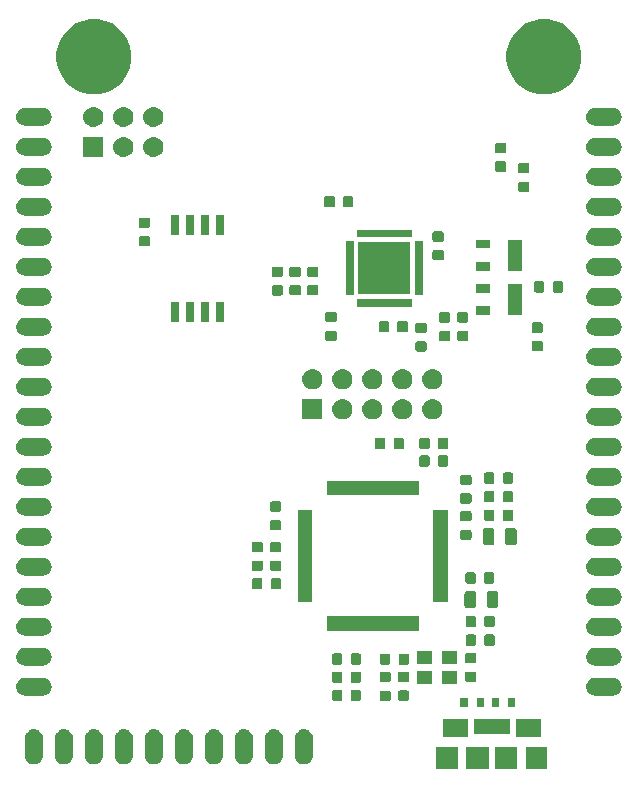
<source format=gbr>
%TF.GenerationSoftware,KiCad,Pcbnew,5.0.1*%
%TF.CreationDate,2019-03-18T19:51:21+00:00*%
%TF.ProjectId,cw308_fe310,63773330385F66653331302E6B696361,rev?*%
%TF.SameCoordinates,Original*%
%TF.FileFunction,Soldermask,Top*%
%TF.FilePolarity,Negative*%
%FSLAX46Y46*%
G04 Gerber Fmt 4.6, Leading zero omitted, Abs format (unit mm)*
G04 Created by KiCad (PCBNEW 5.0.1) date Mon 18 Mar 2019 07:51:21 PM UTC*
%MOMM*%
%LPD*%
G01*
G04 APERTURE LIST*
%ADD10C,0.150000*%
G04 APERTURE END LIST*
D10*
G36*
X157556880Y-122285800D02*
X155756880Y-122285800D01*
X155756880Y-120385800D01*
X157556880Y-120385800D01*
X157556880Y-122285800D01*
X157556880Y-122285800D01*
G37*
G36*
X162606880Y-122285800D02*
X160706880Y-122285800D01*
X160706880Y-120385800D01*
X162606880Y-120385800D01*
X162606880Y-122285800D01*
X162606880Y-122285800D01*
G37*
G36*
X160206880Y-122285800D02*
X158306880Y-122285800D01*
X158306880Y-120385800D01*
X160206880Y-120385800D01*
X160206880Y-122285800D01*
X160206880Y-122285800D01*
G37*
G36*
X165156880Y-122285800D02*
X163356880Y-122285800D01*
X163356880Y-120385800D01*
X165156880Y-120385800D01*
X165156880Y-122285800D01*
X165156880Y-122285800D01*
G37*
G36*
X121825589Y-118882842D02*
X121896211Y-118904265D01*
X121966834Y-118925688D01*
X122082115Y-118987308D01*
X122097004Y-118995266D01*
X122126725Y-119019657D01*
X122211100Y-119088901D01*
X122280344Y-119173276D01*
X122304735Y-119202997D01*
X122304736Y-119202999D01*
X122374313Y-119333167D01*
X122417159Y-119474413D01*
X122428001Y-119584493D01*
X122428001Y-121156707D01*
X122417159Y-121266787D01*
X122374313Y-121408033D01*
X122312693Y-121523314D01*
X122304735Y-121538203D01*
X122276184Y-121572992D01*
X122211098Y-121652301D01*
X122097004Y-121745934D01*
X121966833Y-121815512D01*
X121896210Y-121836935D01*
X121825588Y-121858358D01*
X121678701Y-121872825D01*
X121531813Y-121858358D01*
X121461191Y-121836935D01*
X121390568Y-121815512D01*
X121260400Y-121745935D01*
X121260398Y-121745934D01*
X121225609Y-121717383D01*
X121146300Y-121652297D01*
X121052667Y-121538203D01*
X120983089Y-121408032D01*
X120961666Y-121337409D01*
X120940243Y-121266787D01*
X120929401Y-121156705D01*
X120929402Y-119584494D01*
X120940244Y-119474412D01*
X120961667Y-119403790D01*
X120983090Y-119333167D01*
X121052667Y-119202999D01*
X121052668Y-119202997D01*
X121077059Y-119173276D01*
X121146303Y-119088901D01*
X121230678Y-119019657D01*
X121260399Y-118995266D01*
X121275288Y-118987308D01*
X121390569Y-118925688D01*
X121461192Y-118904265D01*
X121531814Y-118882842D01*
X121678701Y-118868375D01*
X121825589Y-118882842D01*
X121825589Y-118882842D01*
G37*
G36*
X126905589Y-118882842D02*
X126976211Y-118904265D01*
X127046834Y-118925688D01*
X127162115Y-118987308D01*
X127177004Y-118995266D01*
X127206725Y-119019657D01*
X127291100Y-119088901D01*
X127360344Y-119173276D01*
X127384735Y-119202997D01*
X127384736Y-119202999D01*
X127454313Y-119333167D01*
X127497159Y-119474413D01*
X127508001Y-119584493D01*
X127508001Y-121156707D01*
X127497159Y-121266787D01*
X127454313Y-121408033D01*
X127392693Y-121523314D01*
X127384735Y-121538203D01*
X127356184Y-121572992D01*
X127291098Y-121652301D01*
X127177004Y-121745934D01*
X127046833Y-121815512D01*
X126976210Y-121836935D01*
X126905588Y-121858358D01*
X126758701Y-121872825D01*
X126611813Y-121858358D01*
X126541191Y-121836935D01*
X126470568Y-121815512D01*
X126340400Y-121745935D01*
X126340398Y-121745934D01*
X126305609Y-121717383D01*
X126226300Y-121652297D01*
X126132667Y-121538203D01*
X126063089Y-121408032D01*
X126041666Y-121337409D01*
X126020243Y-121266787D01*
X126009401Y-121156705D01*
X126009402Y-119584494D01*
X126020244Y-119474412D01*
X126041667Y-119403790D01*
X126063090Y-119333167D01*
X126132667Y-119202999D01*
X126132668Y-119202997D01*
X126157059Y-119173276D01*
X126226303Y-119088901D01*
X126310678Y-119019657D01*
X126340399Y-118995266D01*
X126355288Y-118987308D01*
X126470569Y-118925688D01*
X126541192Y-118904265D01*
X126611814Y-118882842D01*
X126758701Y-118868375D01*
X126905589Y-118882842D01*
X126905589Y-118882842D01*
G37*
G36*
X144685589Y-118882842D02*
X144756211Y-118904265D01*
X144826834Y-118925688D01*
X144942115Y-118987308D01*
X144957004Y-118995266D01*
X144986725Y-119019657D01*
X145071100Y-119088901D01*
X145140344Y-119173276D01*
X145164735Y-119202997D01*
X145164736Y-119202999D01*
X145234313Y-119333167D01*
X145277159Y-119474413D01*
X145288001Y-119584493D01*
X145288001Y-121156707D01*
X145277159Y-121266787D01*
X145234313Y-121408033D01*
X145172693Y-121523314D01*
X145164735Y-121538203D01*
X145136184Y-121572992D01*
X145071098Y-121652301D01*
X144957004Y-121745934D01*
X144826833Y-121815512D01*
X144756210Y-121836935D01*
X144685588Y-121858358D01*
X144538701Y-121872825D01*
X144391813Y-121858358D01*
X144321191Y-121836935D01*
X144250568Y-121815512D01*
X144120400Y-121745935D01*
X144120398Y-121745934D01*
X144085609Y-121717383D01*
X144006300Y-121652297D01*
X143912667Y-121538203D01*
X143843089Y-121408032D01*
X143821666Y-121337409D01*
X143800243Y-121266787D01*
X143789401Y-121156705D01*
X143789402Y-119584494D01*
X143800244Y-119474412D01*
X143821667Y-119403790D01*
X143843090Y-119333167D01*
X143912667Y-119202999D01*
X143912668Y-119202997D01*
X143937059Y-119173276D01*
X144006303Y-119088901D01*
X144090678Y-119019657D01*
X144120399Y-118995266D01*
X144135288Y-118987308D01*
X144250569Y-118925688D01*
X144321192Y-118904265D01*
X144391814Y-118882842D01*
X144538701Y-118868375D01*
X144685589Y-118882842D01*
X144685589Y-118882842D01*
G37*
G36*
X142145589Y-118882842D02*
X142216211Y-118904265D01*
X142286834Y-118925688D01*
X142402115Y-118987308D01*
X142417004Y-118995266D01*
X142446725Y-119019657D01*
X142531100Y-119088901D01*
X142600344Y-119173276D01*
X142624735Y-119202997D01*
X142624736Y-119202999D01*
X142694313Y-119333167D01*
X142737159Y-119474413D01*
X142748001Y-119584493D01*
X142748001Y-121156707D01*
X142737159Y-121266787D01*
X142694313Y-121408033D01*
X142632693Y-121523314D01*
X142624735Y-121538203D01*
X142596184Y-121572992D01*
X142531098Y-121652301D01*
X142417004Y-121745934D01*
X142286833Y-121815512D01*
X142216210Y-121836935D01*
X142145588Y-121858358D01*
X141998701Y-121872825D01*
X141851813Y-121858358D01*
X141781191Y-121836935D01*
X141710568Y-121815512D01*
X141580400Y-121745935D01*
X141580398Y-121745934D01*
X141545609Y-121717383D01*
X141466300Y-121652297D01*
X141372667Y-121538203D01*
X141303089Y-121408032D01*
X141281666Y-121337409D01*
X141260243Y-121266787D01*
X141249401Y-121156705D01*
X141249402Y-119584494D01*
X141260244Y-119474412D01*
X141281667Y-119403790D01*
X141303090Y-119333167D01*
X141372667Y-119202999D01*
X141372668Y-119202997D01*
X141397059Y-119173276D01*
X141466303Y-119088901D01*
X141550678Y-119019657D01*
X141580399Y-118995266D01*
X141595288Y-118987308D01*
X141710569Y-118925688D01*
X141781192Y-118904265D01*
X141851814Y-118882842D01*
X141998701Y-118868375D01*
X142145589Y-118882842D01*
X142145589Y-118882842D01*
G37*
G36*
X139605589Y-118882842D02*
X139676211Y-118904265D01*
X139746834Y-118925688D01*
X139862115Y-118987308D01*
X139877004Y-118995266D01*
X139906725Y-119019657D01*
X139991100Y-119088901D01*
X140060344Y-119173276D01*
X140084735Y-119202997D01*
X140084736Y-119202999D01*
X140154313Y-119333167D01*
X140197159Y-119474413D01*
X140208001Y-119584493D01*
X140208001Y-121156707D01*
X140197159Y-121266787D01*
X140154313Y-121408033D01*
X140092693Y-121523314D01*
X140084735Y-121538203D01*
X140056184Y-121572992D01*
X139991098Y-121652301D01*
X139877004Y-121745934D01*
X139746833Y-121815512D01*
X139676210Y-121836935D01*
X139605588Y-121858358D01*
X139458701Y-121872825D01*
X139311813Y-121858358D01*
X139241191Y-121836935D01*
X139170568Y-121815512D01*
X139040400Y-121745935D01*
X139040398Y-121745934D01*
X139005609Y-121717383D01*
X138926300Y-121652297D01*
X138832667Y-121538203D01*
X138763089Y-121408032D01*
X138741666Y-121337409D01*
X138720243Y-121266787D01*
X138709401Y-121156705D01*
X138709402Y-119584494D01*
X138720244Y-119474412D01*
X138741667Y-119403790D01*
X138763090Y-119333167D01*
X138832667Y-119202999D01*
X138832668Y-119202997D01*
X138857059Y-119173276D01*
X138926303Y-119088901D01*
X139010678Y-119019657D01*
X139040399Y-118995266D01*
X139055288Y-118987308D01*
X139170569Y-118925688D01*
X139241192Y-118904265D01*
X139311814Y-118882842D01*
X139458701Y-118868375D01*
X139605589Y-118882842D01*
X139605589Y-118882842D01*
G37*
G36*
X134525589Y-118882842D02*
X134596211Y-118904265D01*
X134666834Y-118925688D01*
X134782115Y-118987308D01*
X134797004Y-118995266D01*
X134826725Y-119019657D01*
X134911100Y-119088901D01*
X134980344Y-119173276D01*
X135004735Y-119202997D01*
X135004736Y-119202999D01*
X135074313Y-119333167D01*
X135117159Y-119474413D01*
X135128001Y-119584493D01*
X135128001Y-121156707D01*
X135117159Y-121266787D01*
X135074313Y-121408033D01*
X135012693Y-121523314D01*
X135004735Y-121538203D01*
X134976184Y-121572992D01*
X134911098Y-121652301D01*
X134797004Y-121745934D01*
X134666833Y-121815512D01*
X134596210Y-121836935D01*
X134525588Y-121858358D01*
X134378701Y-121872825D01*
X134231813Y-121858358D01*
X134161191Y-121836935D01*
X134090568Y-121815512D01*
X133960400Y-121745935D01*
X133960398Y-121745934D01*
X133925609Y-121717383D01*
X133846300Y-121652297D01*
X133752667Y-121538203D01*
X133683089Y-121408032D01*
X133661666Y-121337409D01*
X133640243Y-121266787D01*
X133629401Y-121156705D01*
X133629402Y-119584494D01*
X133640244Y-119474412D01*
X133661667Y-119403790D01*
X133683090Y-119333167D01*
X133752667Y-119202999D01*
X133752668Y-119202997D01*
X133777059Y-119173276D01*
X133846303Y-119088901D01*
X133930678Y-119019657D01*
X133960399Y-118995266D01*
X133975288Y-118987308D01*
X134090569Y-118925688D01*
X134161192Y-118904265D01*
X134231814Y-118882842D01*
X134378701Y-118868375D01*
X134525589Y-118882842D01*
X134525589Y-118882842D01*
G37*
G36*
X137065589Y-118882842D02*
X137136211Y-118904265D01*
X137206834Y-118925688D01*
X137322115Y-118987308D01*
X137337004Y-118995266D01*
X137366725Y-119019657D01*
X137451100Y-119088901D01*
X137520344Y-119173276D01*
X137544735Y-119202997D01*
X137544736Y-119202999D01*
X137614313Y-119333167D01*
X137657159Y-119474413D01*
X137668001Y-119584493D01*
X137668001Y-121156707D01*
X137657159Y-121266787D01*
X137614313Y-121408033D01*
X137552693Y-121523314D01*
X137544735Y-121538203D01*
X137516184Y-121572992D01*
X137451098Y-121652301D01*
X137337004Y-121745934D01*
X137206833Y-121815512D01*
X137136210Y-121836935D01*
X137065588Y-121858358D01*
X136918701Y-121872825D01*
X136771813Y-121858358D01*
X136701191Y-121836935D01*
X136630568Y-121815512D01*
X136500400Y-121745935D01*
X136500398Y-121745934D01*
X136465609Y-121717383D01*
X136386300Y-121652297D01*
X136292667Y-121538203D01*
X136223089Y-121408032D01*
X136201666Y-121337409D01*
X136180243Y-121266787D01*
X136169401Y-121156705D01*
X136169402Y-119584494D01*
X136180244Y-119474412D01*
X136201667Y-119403790D01*
X136223090Y-119333167D01*
X136292667Y-119202999D01*
X136292668Y-119202997D01*
X136317059Y-119173276D01*
X136386303Y-119088901D01*
X136470678Y-119019657D01*
X136500399Y-118995266D01*
X136515288Y-118987308D01*
X136630569Y-118925688D01*
X136701192Y-118904265D01*
X136771814Y-118882842D01*
X136918701Y-118868375D01*
X137065589Y-118882842D01*
X137065589Y-118882842D01*
G37*
G36*
X124365589Y-118882842D02*
X124436211Y-118904265D01*
X124506834Y-118925688D01*
X124622115Y-118987308D01*
X124637004Y-118995266D01*
X124666725Y-119019657D01*
X124751100Y-119088901D01*
X124820344Y-119173276D01*
X124844735Y-119202997D01*
X124844736Y-119202999D01*
X124914313Y-119333167D01*
X124957159Y-119474413D01*
X124968001Y-119584493D01*
X124968001Y-121156707D01*
X124957159Y-121266787D01*
X124914313Y-121408033D01*
X124852693Y-121523314D01*
X124844735Y-121538203D01*
X124816184Y-121572992D01*
X124751098Y-121652301D01*
X124637004Y-121745934D01*
X124506833Y-121815512D01*
X124436210Y-121836935D01*
X124365588Y-121858358D01*
X124218701Y-121872825D01*
X124071813Y-121858358D01*
X124001191Y-121836935D01*
X123930568Y-121815512D01*
X123800400Y-121745935D01*
X123800398Y-121745934D01*
X123765609Y-121717383D01*
X123686300Y-121652297D01*
X123592667Y-121538203D01*
X123523089Y-121408032D01*
X123501666Y-121337409D01*
X123480243Y-121266787D01*
X123469401Y-121156705D01*
X123469402Y-119584494D01*
X123480244Y-119474412D01*
X123501667Y-119403790D01*
X123523090Y-119333167D01*
X123592667Y-119202999D01*
X123592668Y-119202997D01*
X123617059Y-119173276D01*
X123686303Y-119088901D01*
X123770678Y-119019657D01*
X123800399Y-118995266D01*
X123815288Y-118987308D01*
X123930569Y-118925688D01*
X124001192Y-118904265D01*
X124071814Y-118882842D01*
X124218701Y-118868375D01*
X124365589Y-118882842D01*
X124365589Y-118882842D01*
G37*
G36*
X129445589Y-118882842D02*
X129516211Y-118904265D01*
X129586834Y-118925688D01*
X129702115Y-118987308D01*
X129717004Y-118995266D01*
X129746725Y-119019657D01*
X129831100Y-119088901D01*
X129900344Y-119173276D01*
X129924735Y-119202997D01*
X129924736Y-119202999D01*
X129994313Y-119333167D01*
X130037159Y-119474413D01*
X130048001Y-119584493D01*
X130048001Y-121156707D01*
X130037159Y-121266787D01*
X129994313Y-121408033D01*
X129932693Y-121523314D01*
X129924735Y-121538203D01*
X129896184Y-121572992D01*
X129831098Y-121652301D01*
X129717004Y-121745934D01*
X129586833Y-121815512D01*
X129516210Y-121836935D01*
X129445588Y-121858358D01*
X129298701Y-121872825D01*
X129151813Y-121858358D01*
X129081191Y-121836935D01*
X129010568Y-121815512D01*
X128880400Y-121745935D01*
X128880398Y-121745934D01*
X128845609Y-121717383D01*
X128766300Y-121652297D01*
X128672667Y-121538203D01*
X128603089Y-121408032D01*
X128581666Y-121337409D01*
X128560243Y-121266787D01*
X128549401Y-121156705D01*
X128549402Y-119584494D01*
X128560244Y-119474412D01*
X128581667Y-119403790D01*
X128603090Y-119333167D01*
X128672667Y-119202999D01*
X128672668Y-119202997D01*
X128697059Y-119173276D01*
X128766303Y-119088901D01*
X128850678Y-119019657D01*
X128880399Y-118995266D01*
X128895288Y-118987308D01*
X129010569Y-118925688D01*
X129081192Y-118904265D01*
X129151814Y-118882842D01*
X129298701Y-118868375D01*
X129445589Y-118882842D01*
X129445589Y-118882842D01*
G37*
G36*
X131985589Y-118882842D02*
X132056211Y-118904265D01*
X132126834Y-118925688D01*
X132242115Y-118987308D01*
X132257004Y-118995266D01*
X132286725Y-119019657D01*
X132371100Y-119088901D01*
X132440344Y-119173276D01*
X132464735Y-119202997D01*
X132464736Y-119202999D01*
X132534313Y-119333167D01*
X132577159Y-119474413D01*
X132588001Y-119584493D01*
X132588001Y-121156707D01*
X132577159Y-121266787D01*
X132534313Y-121408033D01*
X132472693Y-121523314D01*
X132464735Y-121538203D01*
X132436184Y-121572992D01*
X132371098Y-121652301D01*
X132257004Y-121745934D01*
X132126833Y-121815512D01*
X132056210Y-121836935D01*
X131985588Y-121858358D01*
X131838701Y-121872825D01*
X131691813Y-121858358D01*
X131621191Y-121836935D01*
X131550568Y-121815512D01*
X131420400Y-121745935D01*
X131420398Y-121745934D01*
X131385609Y-121717383D01*
X131306300Y-121652297D01*
X131212667Y-121538203D01*
X131143089Y-121408032D01*
X131121666Y-121337409D01*
X131100243Y-121266787D01*
X131089401Y-121156705D01*
X131089402Y-119584494D01*
X131100244Y-119474412D01*
X131121667Y-119403790D01*
X131143090Y-119333167D01*
X131212667Y-119202999D01*
X131212668Y-119202997D01*
X131237059Y-119173276D01*
X131306303Y-119088901D01*
X131390678Y-119019657D01*
X131420399Y-118995266D01*
X131435288Y-118987308D01*
X131550569Y-118925688D01*
X131621192Y-118904265D01*
X131691814Y-118882842D01*
X131838701Y-118868375D01*
X131985589Y-118882842D01*
X131985589Y-118882842D01*
G37*
G36*
X164606880Y-119585800D02*
X162506880Y-119585800D01*
X162506880Y-117985800D01*
X164606880Y-117985800D01*
X164606880Y-119585800D01*
X164606880Y-119585800D01*
G37*
G36*
X158406880Y-119585800D02*
X156306880Y-119585800D01*
X156306880Y-117985800D01*
X158406880Y-117985800D01*
X158406880Y-119585800D01*
X158406880Y-119585800D01*
G37*
G36*
X161956880Y-119335800D02*
X158956880Y-119335800D01*
X158956880Y-117985800D01*
X161956880Y-117985800D01*
X161956880Y-119335800D01*
X161956880Y-119335800D01*
G37*
G36*
X159798260Y-117031720D02*
X159198260Y-117031720D01*
X159198260Y-116231720D01*
X159798260Y-116231720D01*
X159798260Y-117031720D01*
X159798260Y-117031720D01*
G37*
G36*
X158398260Y-117031720D02*
X157798260Y-117031720D01*
X157798260Y-116231720D01*
X158398260Y-116231720D01*
X158398260Y-117031720D01*
X158398260Y-117031720D01*
G37*
G36*
X162437320Y-117026640D02*
X161837320Y-117026640D01*
X161837320Y-116226640D01*
X162437320Y-116226640D01*
X162437320Y-117026640D01*
X162437320Y-117026640D01*
G37*
G36*
X161037320Y-117026640D02*
X160437320Y-117026640D01*
X160437320Y-116226640D01*
X161037320Y-116226640D01*
X161037320Y-117026640D01*
X161037320Y-117026640D01*
G37*
G36*
X147677236Y-115558335D02*
X147706433Y-115567192D01*
X147733338Y-115581573D01*
X147756928Y-115600932D01*
X147776287Y-115624522D01*
X147790668Y-115651427D01*
X147799525Y-115680624D01*
X147803120Y-115717130D01*
X147803120Y-116342350D01*
X147799525Y-116378856D01*
X147790668Y-116408053D01*
X147776287Y-116434958D01*
X147756928Y-116458548D01*
X147733338Y-116477907D01*
X147706433Y-116492288D01*
X147677236Y-116501145D01*
X147640730Y-116504740D01*
X147090510Y-116504740D01*
X147054004Y-116501145D01*
X147024807Y-116492288D01*
X146997902Y-116477907D01*
X146974312Y-116458548D01*
X146954953Y-116434958D01*
X146940572Y-116408053D01*
X146931715Y-116378856D01*
X146928120Y-116342350D01*
X146928120Y-115717130D01*
X146931715Y-115680624D01*
X146940572Y-115651427D01*
X146954953Y-115624522D01*
X146974312Y-115600932D01*
X146997902Y-115581573D01*
X147024807Y-115567192D01*
X147054004Y-115558335D01*
X147090510Y-115554740D01*
X147640730Y-115554740D01*
X147677236Y-115558335D01*
X147677236Y-115558335D01*
G37*
G36*
X149252236Y-115558335D02*
X149281433Y-115567192D01*
X149308338Y-115581573D01*
X149331928Y-115600932D01*
X149351287Y-115624522D01*
X149365668Y-115651427D01*
X149374525Y-115680624D01*
X149378120Y-115717130D01*
X149378120Y-116342350D01*
X149374525Y-116378856D01*
X149365668Y-116408053D01*
X149351287Y-116434958D01*
X149331928Y-116458548D01*
X149308338Y-116477907D01*
X149281433Y-116492288D01*
X149252236Y-116501145D01*
X149215730Y-116504740D01*
X148665510Y-116504740D01*
X148629004Y-116501145D01*
X148599807Y-116492288D01*
X148572902Y-116477907D01*
X148549312Y-116458548D01*
X148529953Y-116434958D01*
X148515572Y-116408053D01*
X148506715Y-116378856D01*
X148503120Y-116342350D01*
X148503120Y-115717130D01*
X148506715Y-115680624D01*
X148515572Y-115651427D01*
X148529953Y-115624522D01*
X148549312Y-115600932D01*
X148572902Y-115581573D01*
X148599807Y-115567192D01*
X148629004Y-115558335D01*
X148665510Y-115554740D01*
X149215730Y-115554740D01*
X149252236Y-115558335D01*
X149252236Y-115558335D01*
G37*
G36*
X151771216Y-115618795D02*
X151800413Y-115627652D01*
X151827318Y-115642033D01*
X151850908Y-115661392D01*
X151870267Y-115684982D01*
X151884648Y-115711887D01*
X151893505Y-115741084D01*
X151897100Y-115777590D01*
X151897100Y-116327810D01*
X151893505Y-116364316D01*
X151884648Y-116393513D01*
X151870267Y-116420418D01*
X151850908Y-116444008D01*
X151827318Y-116463367D01*
X151800413Y-116477748D01*
X151771216Y-116486605D01*
X151734710Y-116490200D01*
X151109490Y-116490200D01*
X151072984Y-116486605D01*
X151043787Y-116477748D01*
X151016882Y-116463367D01*
X150993292Y-116444008D01*
X150973933Y-116420418D01*
X150959552Y-116393513D01*
X150950695Y-116364316D01*
X150947100Y-116327810D01*
X150947100Y-115777590D01*
X150950695Y-115741084D01*
X150959552Y-115711887D01*
X150973933Y-115684982D01*
X150993292Y-115661392D01*
X151016882Y-115642033D01*
X151043787Y-115627652D01*
X151072984Y-115618795D01*
X151109490Y-115615200D01*
X151734710Y-115615200D01*
X151771216Y-115618795D01*
X151771216Y-115618795D01*
G37*
G36*
X153325696Y-115613715D02*
X153354893Y-115622572D01*
X153381798Y-115636953D01*
X153405388Y-115656312D01*
X153424747Y-115679902D01*
X153439128Y-115706807D01*
X153447985Y-115736004D01*
X153451580Y-115772510D01*
X153451580Y-116322730D01*
X153447985Y-116359236D01*
X153439128Y-116388433D01*
X153424747Y-116415338D01*
X153405388Y-116438928D01*
X153381798Y-116458287D01*
X153354893Y-116472668D01*
X153325696Y-116481525D01*
X153289190Y-116485120D01*
X152663970Y-116485120D01*
X152627464Y-116481525D01*
X152598267Y-116472668D01*
X152571362Y-116458287D01*
X152547772Y-116438928D01*
X152528413Y-116415338D01*
X152514032Y-116388433D01*
X152505175Y-116359236D01*
X152501580Y-116322730D01*
X152501580Y-115772510D01*
X152505175Y-115736004D01*
X152514032Y-115706807D01*
X152528413Y-115679902D01*
X152547772Y-115656312D01*
X152571362Y-115636953D01*
X152598267Y-115622572D01*
X152627464Y-115613715D01*
X152663970Y-115610120D01*
X153289190Y-115610120D01*
X153325696Y-115613715D01*
X153325696Y-115613715D01*
G37*
G36*
X170779848Y-114546721D02*
X170834889Y-114552142D01*
X170905511Y-114573565D01*
X170976134Y-114594988D01*
X171091415Y-114656608D01*
X171106304Y-114664566D01*
X171136025Y-114688957D01*
X171220400Y-114758201D01*
X171287807Y-114840338D01*
X171314035Y-114872297D01*
X171315820Y-114875637D01*
X171383613Y-115002467D01*
X171426459Y-115143713D01*
X171440926Y-115290600D01*
X171426459Y-115437487D01*
X171383613Y-115578733D01*
X171326821Y-115684982D01*
X171314035Y-115708903D01*
X171311586Y-115711887D01*
X171220400Y-115822999D01*
X171136025Y-115892243D01*
X171106304Y-115916634D01*
X171106302Y-115916635D01*
X170976134Y-115986212D01*
X170905511Y-116007635D01*
X170834889Y-116029058D01*
X170779848Y-116034479D01*
X170724808Y-116039900D01*
X169152594Y-116039900D01*
X169097554Y-116034479D01*
X169042513Y-116029058D01*
X168971891Y-116007635D01*
X168901268Y-115986212D01*
X168771100Y-115916635D01*
X168771098Y-115916634D01*
X168741377Y-115892243D01*
X168657002Y-115822999D01*
X168565816Y-115711887D01*
X168563367Y-115708903D01*
X168550581Y-115684982D01*
X168493789Y-115578733D01*
X168450943Y-115437487D01*
X168436476Y-115290600D01*
X168450943Y-115143713D01*
X168493789Y-115002467D01*
X168561582Y-114875637D01*
X168563367Y-114872297D01*
X168589595Y-114840338D01*
X168657002Y-114758201D01*
X168741377Y-114688957D01*
X168771098Y-114664566D01*
X168785987Y-114656608D01*
X168901268Y-114594988D01*
X168971891Y-114573565D01*
X169042513Y-114552142D01*
X169097554Y-114546721D01*
X169152594Y-114541300D01*
X170724808Y-114541300D01*
X170779848Y-114546721D01*
X170779848Y-114546721D01*
G37*
G36*
X122519848Y-114546721D02*
X122574889Y-114552142D01*
X122645511Y-114573565D01*
X122716134Y-114594988D01*
X122831415Y-114656608D01*
X122846304Y-114664566D01*
X122876025Y-114688957D01*
X122960400Y-114758201D01*
X123027807Y-114840338D01*
X123054035Y-114872297D01*
X123055820Y-114875637D01*
X123123613Y-115002467D01*
X123166459Y-115143713D01*
X123180926Y-115290600D01*
X123166459Y-115437487D01*
X123123613Y-115578733D01*
X123066821Y-115684982D01*
X123054035Y-115708903D01*
X123051586Y-115711887D01*
X122960400Y-115822999D01*
X122876025Y-115892243D01*
X122846304Y-115916634D01*
X122846302Y-115916635D01*
X122716134Y-115986212D01*
X122645511Y-116007635D01*
X122574889Y-116029058D01*
X122519848Y-116034479D01*
X122464808Y-116039900D01*
X120892594Y-116039900D01*
X120837554Y-116034479D01*
X120782513Y-116029058D01*
X120711891Y-116007635D01*
X120641268Y-115986212D01*
X120511100Y-115916635D01*
X120511098Y-115916634D01*
X120481377Y-115892243D01*
X120397002Y-115822999D01*
X120305816Y-115711887D01*
X120303367Y-115708903D01*
X120290581Y-115684982D01*
X120233789Y-115578733D01*
X120190943Y-115437487D01*
X120176476Y-115290600D01*
X120190943Y-115143713D01*
X120233789Y-115002467D01*
X120301582Y-114875637D01*
X120303367Y-114872297D01*
X120329595Y-114840338D01*
X120397002Y-114758201D01*
X120481377Y-114688957D01*
X120511098Y-114664566D01*
X120525987Y-114656608D01*
X120641268Y-114594988D01*
X120711891Y-114573565D01*
X120782513Y-114552142D01*
X120837554Y-114546721D01*
X120892594Y-114541300D01*
X122464808Y-114541300D01*
X122519848Y-114546721D01*
X122519848Y-114546721D01*
G37*
G36*
X155423920Y-115040000D02*
X154123920Y-115040000D01*
X154123920Y-113940000D01*
X155423920Y-113940000D01*
X155423920Y-115040000D01*
X155423920Y-115040000D01*
G37*
G36*
X157523920Y-115040000D02*
X156223920Y-115040000D01*
X156223920Y-113940000D01*
X157523920Y-113940000D01*
X157523920Y-115040000D01*
X157523920Y-115040000D01*
G37*
G36*
X147677236Y-114021635D02*
X147706433Y-114030492D01*
X147733338Y-114044873D01*
X147756928Y-114064232D01*
X147776287Y-114087822D01*
X147790668Y-114114727D01*
X147799525Y-114143924D01*
X147803120Y-114180430D01*
X147803120Y-114805650D01*
X147799525Y-114842156D01*
X147790668Y-114871353D01*
X147776287Y-114898258D01*
X147756928Y-114921848D01*
X147733338Y-114941207D01*
X147706433Y-114955588D01*
X147677236Y-114964445D01*
X147640730Y-114968040D01*
X147090510Y-114968040D01*
X147054004Y-114964445D01*
X147024807Y-114955588D01*
X146997902Y-114941207D01*
X146974312Y-114921848D01*
X146954953Y-114898258D01*
X146940572Y-114871353D01*
X146931715Y-114842156D01*
X146928120Y-114805650D01*
X146928120Y-114180430D01*
X146931715Y-114143924D01*
X146940572Y-114114727D01*
X146954953Y-114087822D01*
X146974312Y-114064232D01*
X146997902Y-114044873D01*
X147024807Y-114030492D01*
X147054004Y-114021635D01*
X147090510Y-114018040D01*
X147640730Y-114018040D01*
X147677236Y-114021635D01*
X147677236Y-114021635D01*
G37*
G36*
X149252236Y-114021635D02*
X149281433Y-114030492D01*
X149308338Y-114044873D01*
X149331928Y-114064232D01*
X149351287Y-114087822D01*
X149365668Y-114114727D01*
X149374525Y-114143924D01*
X149378120Y-114180430D01*
X149378120Y-114805650D01*
X149374525Y-114842156D01*
X149365668Y-114871353D01*
X149351287Y-114898258D01*
X149331928Y-114921848D01*
X149308338Y-114941207D01*
X149281433Y-114955588D01*
X149252236Y-114964445D01*
X149215730Y-114968040D01*
X148665510Y-114968040D01*
X148629004Y-114964445D01*
X148599807Y-114955588D01*
X148572902Y-114941207D01*
X148549312Y-114921848D01*
X148529953Y-114898258D01*
X148515572Y-114871353D01*
X148506715Y-114842156D01*
X148503120Y-114805650D01*
X148503120Y-114180430D01*
X148506715Y-114143924D01*
X148515572Y-114114727D01*
X148529953Y-114087822D01*
X148549312Y-114064232D01*
X148572902Y-114044873D01*
X148599807Y-114030492D01*
X148629004Y-114021635D01*
X148665510Y-114018040D01*
X149215730Y-114018040D01*
X149252236Y-114021635D01*
X149252236Y-114021635D01*
G37*
G36*
X151771216Y-114043795D02*
X151800413Y-114052652D01*
X151827318Y-114067033D01*
X151850908Y-114086392D01*
X151870267Y-114109982D01*
X151884648Y-114136887D01*
X151893505Y-114166084D01*
X151897100Y-114202590D01*
X151897100Y-114752810D01*
X151893505Y-114789316D01*
X151884648Y-114818513D01*
X151870267Y-114845418D01*
X151850908Y-114869008D01*
X151827318Y-114888367D01*
X151800413Y-114902748D01*
X151771216Y-114911605D01*
X151734710Y-114915200D01*
X151109490Y-114915200D01*
X151072984Y-114911605D01*
X151043787Y-114902748D01*
X151016882Y-114888367D01*
X150993292Y-114869008D01*
X150973933Y-114845418D01*
X150959552Y-114818513D01*
X150950695Y-114789316D01*
X150947100Y-114752810D01*
X150947100Y-114202590D01*
X150950695Y-114166084D01*
X150959552Y-114136887D01*
X150973933Y-114109982D01*
X150993292Y-114086392D01*
X151016882Y-114067033D01*
X151043787Y-114052652D01*
X151072984Y-114043795D01*
X151109490Y-114040200D01*
X151734710Y-114040200D01*
X151771216Y-114043795D01*
X151771216Y-114043795D01*
G37*
G36*
X153325696Y-114038715D02*
X153354893Y-114047572D01*
X153381798Y-114061953D01*
X153405388Y-114081312D01*
X153424747Y-114104902D01*
X153439128Y-114131807D01*
X153447985Y-114161004D01*
X153451580Y-114197510D01*
X153451580Y-114747730D01*
X153447985Y-114784236D01*
X153439128Y-114813433D01*
X153424747Y-114840338D01*
X153405388Y-114863928D01*
X153381798Y-114883287D01*
X153354893Y-114897668D01*
X153325696Y-114906525D01*
X153289190Y-114910120D01*
X152663970Y-114910120D01*
X152627464Y-114906525D01*
X152598267Y-114897668D01*
X152571362Y-114883287D01*
X152547772Y-114863928D01*
X152528413Y-114840338D01*
X152514032Y-114813433D01*
X152505175Y-114784236D01*
X152501580Y-114747730D01*
X152501580Y-114197510D01*
X152505175Y-114161004D01*
X152514032Y-114131807D01*
X152528413Y-114104902D01*
X152547772Y-114081312D01*
X152571362Y-114061953D01*
X152598267Y-114047572D01*
X152627464Y-114038715D01*
X152663970Y-114035120D01*
X153289190Y-114035120D01*
X153325696Y-114038715D01*
X153325696Y-114038715D01*
G37*
G36*
X159017836Y-114008435D02*
X159047033Y-114017292D01*
X159073938Y-114031673D01*
X159097528Y-114051032D01*
X159116887Y-114074622D01*
X159131268Y-114101527D01*
X159140125Y-114130724D01*
X159143720Y-114167230D01*
X159143720Y-114717450D01*
X159140125Y-114753956D01*
X159131268Y-114783153D01*
X159116887Y-114810058D01*
X159097528Y-114833648D01*
X159073938Y-114853007D01*
X159047033Y-114867388D01*
X159017836Y-114876245D01*
X158981330Y-114879840D01*
X158356110Y-114879840D01*
X158319604Y-114876245D01*
X158290407Y-114867388D01*
X158263502Y-114853007D01*
X158239912Y-114833648D01*
X158220553Y-114810058D01*
X158206172Y-114783153D01*
X158197315Y-114753956D01*
X158193720Y-114717450D01*
X158193720Y-114167230D01*
X158197315Y-114130724D01*
X158206172Y-114101527D01*
X158220553Y-114074622D01*
X158239912Y-114051032D01*
X158263502Y-114031673D01*
X158290407Y-114017292D01*
X158319604Y-114008435D01*
X158356110Y-114004840D01*
X158981330Y-114004840D01*
X159017836Y-114008435D01*
X159017836Y-114008435D01*
G37*
G36*
X122519848Y-112006721D02*
X122574889Y-112012142D01*
X122645511Y-112033565D01*
X122716134Y-112054988D01*
X122831415Y-112116608D01*
X122846304Y-112124566D01*
X122876025Y-112148957D01*
X122960400Y-112218201D01*
X123019323Y-112290000D01*
X123054035Y-112332297D01*
X123054036Y-112332299D01*
X123123613Y-112462467D01*
X123142062Y-112523286D01*
X123166459Y-112603712D01*
X123170497Y-112644714D01*
X123180926Y-112750600D01*
X123166459Y-112897487D01*
X123123613Y-113038733D01*
X123061993Y-113154014D01*
X123054035Y-113168903D01*
X123029644Y-113198624D01*
X122960400Y-113282999D01*
X122912933Y-113321953D01*
X122846304Y-113376634D01*
X122846302Y-113376635D01*
X122716134Y-113446212D01*
X122645511Y-113467635D01*
X122574889Y-113489058D01*
X122519848Y-113494479D01*
X122464808Y-113499900D01*
X120892594Y-113499900D01*
X120837554Y-113494479D01*
X120782513Y-113489058D01*
X120711891Y-113467635D01*
X120641268Y-113446212D01*
X120511100Y-113376635D01*
X120511098Y-113376634D01*
X120444469Y-113321953D01*
X120397002Y-113282999D01*
X120327758Y-113198624D01*
X120303367Y-113168903D01*
X120295409Y-113154014D01*
X120233789Y-113038733D01*
X120190943Y-112897487D01*
X120176476Y-112750600D01*
X120186905Y-112644714D01*
X120190943Y-112603712D01*
X120215340Y-112523286D01*
X120233789Y-112462467D01*
X120303366Y-112332299D01*
X120303367Y-112332297D01*
X120338079Y-112290000D01*
X120397002Y-112218201D01*
X120481377Y-112148957D01*
X120511098Y-112124566D01*
X120525987Y-112116608D01*
X120641268Y-112054988D01*
X120711891Y-112033565D01*
X120782513Y-112012142D01*
X120837554Y-112006721D01*
X120892594Y-112001300D01*
X122464808Y-112001300D01*
X122519848Y-112006721D01*
X122519848Y-112006721D01*
G37*
G36*
X170779848Y-112006721D02*
X170834889Y-112012142D01*
X170905511Y-112033565D01*
X170976134Y-112054988D01*
X171091415Y-112116608D01*
X171106304Y-112124566D01*
X171136025Y-112148957D01*
X171220400Y-112218201D01*
X171279323Y-112290000D01*
X171314035Y-112332297D01*
X171314036Y-112332299D01*
X171383613Y-112462467D01*
X171402062Y-112523286D01*
X171426459Y-112603712D01*
X171430497Y-112644714D01*
X171440926Y-112750600D01*
X171426459Y-112897487D01*
X171383613Y-113038733D01*
X171321993Y-113154014D01*
X171314035Y-113168903D01*
X171289644Y-113198624D01*
X171220400Y-113282999D01*
X171172933Y-113321953D01*
X171106304Y-113376634D01*
X171106302Y-113376635D01*
X170976134Y-113446212D01*
X170905511Y-113467635D01*
X170834889Y-113489058D01*
X170779848Y-113494479D01*
X170724808Y-113499900D01*
X169152594Y-113499900D01*
X169097554Y-113494479D01*
X169042513Y-113489058D01*
X168971891Y-113467635D01*
X168901268Y-113446212D01*
X168771100Y-113376635D01*
X168771098Y-113376634D01*
X168704469Y-113321953D01*
X168657002Y-113282999D01*
X168587758Y-113198624D01*
X168563367Y-113168903D01*
X168555409Y-113154014D01*
X168493789Y-113038733D01*
X168450943Y-112897487D01*
X168436476Y-112750600D01*
X168446905Y-112644714D01*
X168450943Y-112603712D01*
X168475340Y-112523286D01*
X168493789Y-112462467D01*
X168563366Y-112332299D01*
X168563367Y-112332297D01*
X168598079Y-112290000D01*
X168657002Y-112218201D01*
X168741377Y-112148957D01*
X168771098Y-112124566D01*
X168785987Y-112116608D01*
X168901268Y-112054988D01*
X168971891Y-112033565D01*
X169042513Y-112012142D01*
X169097554Y-112006721D01*
X169152594Y-112001300D01*
X170724808Y-112001300D01*
X170779848Y-112006721D01*
X170779848Y-112006721D01*
G37*
G36*
X153308616Y-112490015D02*
X153337813Y-112498872D01*
X153364718Y-112513253D01*
X153388308Y-112532612D01*
X153407667Y-112556202D01*
X153422048Y-112583107D01*
X153430905Y-112612304D01*
X153434500Y-112648810D01*
X153434500Y-113274030D01*
X153430905Y-113310536D01*
X153422048Y-113339733D01*
X153407667Y-113366638D01*
X153388308Y-113390228D01*
X153364718Y-113409587D01*
X153337813Y-113423968D01*
X153308616Y-113432825D01*
X153272110Y-113436420D01*
X152721890Y-113436420D01*
X152685384Y-113432825D01*
X152656187Y-113423968D01*
X152629282Y-113409587D01*
X152605692Y-113390228D01*
X152586333Y-113366638D01*
X152571952Y-113339733D01*
X152563095Y-113310536D01*
X152559500Y-113274030D01*
X152559500Y-112648810D01*
X152563095Y-112612304D01*
X152571952Y-112583107D01*
X152586333Y-112556202D01*
X152605692Y-112532612D01*
X152629282Y-112513253D01*
X152656187Y-112498872D01*
X152685384Y-112490015D01*
X152721890Y-112486420D01*
X153272110Y-112486420D01*
X153308616Y-112490015D01*
X153308616Y-112490015D01*
G37*
G36*
X151733616Y-112490015D02*
X151762813Y-112498872D01*
X151789718Y-112513253D01*
X151813308Y-112532612D01*
X151832667Y-112556202D01*
X151847048Y-112583107D01*
X151855905Y-112612304D01*
X151859500Y-112648810D01*
X151859500Y-113274030D01*
X151855905Y-113310536D01*
X151847048Y-113339733D01*
X151832667Y-113366638D01*
X151813308Y-113390228D01*
X151789718Y-113409587D01*
X151762813Y-113423968D01*
X151733616Y-113432825D01*
X151697110Y-113436420D01*
X151146890Y-113436420D01*
X151110384Y-113432825D01*
X151081187Y-113423968D01*
X151054282Y-113409587D01*
X151030692Y-113390228D01*
X151011333Y-113366638D01*
X150996952Y-113339733D01*
X150988095Y-113310536D01*
X150984500Y-113274030D01*
X150984500Y-112648810D01*
X150988095Y-112612304D01*
X150996952Y-112583107D01*
X151011333Y-112556202D01*
X151030692Y-112532612D01*
X151054282Y-112513253D01*
X151081187Y-112498872D01*
X151110384Y-112490015D01*
X151146890Y-112486420D01*
X151697110Y-112486420D01*
X151733616Y-112490015D01*
X151733616Y-112490015D01*
G37*
G36*
X147677236Y-112472235D02*
X147706433Y-112481092D01*
X147733338Y-112495473D01*
X147756928Y-112514832D01*
X147776287Y-112538422D01*
X147790668Y-112565327D01*
X147799525Y-112594524D01*
X147803120Y-112631030D01*
X147803120Y-113256250D01*
X147799525Y-113292756D01*
X147790668Y-113321953D01*
X147776287Y-113348858D01*
X147756928Y-113372448D01*
X147733338Y-113391807D01*
X147706433Y-113406188D01*
X147677236Y-113415045D01*
X147640730Y-113418640D01*
X147090510Y-113418640D01*
X147054004Y-113415045D01*
X147024807Y-113406188D01*
X146997902Y-113391807D01*
X146974312Y-113372448D01*
X146954953Y-113348858D01*
X146940572Y-113321953D01*
X146931715Y-113292756D01*
X146928120Y-113256250D01*
X146928120Y-112631030D01*
X146931715Y-112594524D01*
X146940572Y-112565327D01*
X146954953Y-112538422D01*
X146974312Y-112514832D01*
X146997902Y-112495473D01*
X147024807Y-112481092D01*
X147054004Y-112472235D01*
X147090510Y-112468640D01*
X147640730Y-112468640D01*
X147677236Y-112472235D01*
X147677236Y-112472235D01*
G37*
G36*
X149252236Y-112472235D02*
X149281433Y-112481092D01*
X149308338Y-112495473D01*
X149331928Y-112514832D01*
X149351287Y-112538422D01*
X149365668Y-112565327D01*
X149374525Y-112594524D01*
X149378120Y-112631030D01*
X149378120Y-113256250D01*
X149374525Y-113292756D01*
X149365668Y-113321953D01*
X149351287Y-113348858D01*
X149331928Y-113372448D01*
X149308338Y-113391807D01*
X149281433Y-113406188D01*
X149252236Y-113415045D01*
X149215730Y-113418640D01*
X148665510Y-113418640D01*
X148629004Y-113415045D01*
X148599807Y-113406188D01*
X148572902Y-113391807D01*
X148549312Y-113372448D01*
X148529953Y-113348858D01*
X148515572Y-113321953D01*
X148506715Y-113292756D01*
X148503120Y-113256250D01*
X148503120Y-112631030D01*
X148506715Y-112594524D01*
X148515572Y-112565327D01*
X148529953Y-112538422D01*
X148549312Y-112514832D01*
X148572902Y-112495473D01*
X148599807Y-112481092D01*
X148629004Y-112472235D01*
X148665510Y-112468640D01*
X149215730Y-112468640D01*
X149252236Y-112472235D01*
X149252236Y-112472235D01*
G37*
G36*
X155423920Y-113390000D02*
X154123920Y-113390000D01*
X154123920Y-112290000D01*
X155423920Y-112290000D01*
X155423920Y-113390000D01*
X155423920Y-113390000D01*
G37*
G36*
X157523920Y-113390000D02*
X156223920Y-113390000D01*
X156223920Y-112290000D01*
X157523920Y-112290000D01*
X157523920Y-113390000D01*
X157523920Y-113390000D01*
G37*
G36*
X159017836Y-112433435D02*
X159047033Y-112442292D01*
X159073938Y-112456673D01*
X159097528Y-112476032D01*
X159116887Y-112499622D01*
X159131268Y-112526527D01*
X159140125Y-112555724D01*
X159143720Y-112592230D01*
X159143720Y-113142450D01*
X159140125Y-113178956D01*
X159131268Y-113208153D01*
X159116887Y-113235058D01*
X159097528Y-113258648D01*
X159073938Y-113278007D01*
X159047033Y-113292388D01*
X159017836Y-113301245D01*
X158981330Y-113304840D01*
X158356110Y-113304840D01*
X158319604Y-113301245D01*
X158290407Y-113292388D01*
X158263502Y-113278007D01*
X158239912Y-113258648D01*
X158220553Y-113235058D01*
X158206172Y-113208153D01*
X158197315Y-113178956D01*
X158193720Y-113142450D01*
X158193720Y-112592230D01*
X158197315Y-112555724D01*
X158206172Y-112526527D01*
X158220553Y-112499622D01*
X158239912Y-112476032D01*
X158263502Y-112456673D01*
X158290407Y-112442292D01*
X158319604Y-112433435D01*
X158356110Y-112429840D01*
X158981330Y-112429840D01*
X159017836Y-112433435D01*
X159017836Y-112433435D01*
G37*
G36*
X160565396Y-110872035D02*
X160594593Y-110880892D01*
X160621498Y-110895273D01*
X160645088Y-110914632D01*
X160664447Y-110938222D01*
X160678828Y-110965127D01*
X160687685Y-110994324D01*
X160691280Y-111030830D01*
X160691280Y-111656050D01*
X160687685Y-111692556D01*
X160678828Y-111721753D01*
X160664447Y-111748658D01*
X160645088Y-111772248D01*
X160621498Y-111791607D01*
X160594593Y-111805988D01*
X160565396Y-111814845D01*
X160528890Y-111818440D01*
X159978670Y-111818440D01*
X159942164Y-111814845D01*
X159912967Y-111805988D01*
X159886062Y-111791607D01*
X159862472Y-111772248D01*
X159843113Y-111748658D01*
X159828732Y-111721753D01*
X159819875Y-111692556D01*
X159816280Y-111656050D01*
X159816280Y-111030830D01*
X159819875Y-110994324D01*
X159828732Y-110965127D01*
X159843113Y-110938222D01*
X159862472Y-110914632D01*
X159886062Y-110895273D01*
X159912967Y-110880892D01*
X159942164Y-110872035D01*
X159978670Y-110868440D01*
X160528890Y-110868440D01*
X160565396Y-110872035D01*
X160565396Y-110872035D01*
G37*
G36*
X158990396Y-110872035D02*
X159019593Y-110880892D01*
X159046498Y-110895273D01*
X159070088Y-110914632D01*
X159089447Y-110938222D01*
X159103828Y-110965127D01*
X159112685Y-110994324D01*
X159116280Y-111030830D01*
X159116280Y-111656050D01*
X159112685Y-111692556D01*
X159103828Y-111721753D01*
X159089447Y-111748658D01*
X159070088Y-111772248D01*
X159046498Y-111791607D01*
X159019593Y-111805988D01*
X158990396Y-111814845D01*
X158953890Y-111818440D01*
X158403670Y-111818440D01*
X158367164Y-111814845D01*
X158337967Y-111805988D01*
X158311062Y-111791607D01*
X158287472Y-111772248D01*
X158268113Y-111748658D01*
X158253732Y-111721753D01*
X158244875Y-111692556D01*
X158241280Y-111656050D01*
X158241280Y-111030830D01*
X158244875Y-110994324D01*
X158253732Y-110965127D01*
X158268113Y-110938222D01*
X158287472Y-110914632D01*
X158311062Y-110895273D01*
X158337967Y-110880892D01*
X158367164Y-110872035D01*
X158403670Y-110868440D01*
X158953890Y-110868440D01*
X158990396Y-110872035D01*
X158990396Y-110872035D01*
G37*
G36*
X170779848Y-109466721D02*
X170834889Y-109472142D01*
X170905511Y-109493565D01*
X170976134Y-109514988D01*
X171091415Y-109576608D01*
X171106304Y-109584566D01*
X171136025Y-109608957D01*
X171220400Y-109678201D01*
X171289644Y-109762576D01*
X171314035Y-109792297D01*
X171314036Y-109792299D01*
X171383613Y-109922467D01*
X171383613Y-109922468D01*
X171426459Y-110063712D01*
X171428186Y-110081250D01*
X171440926Y-110210600D01*
X171426459Y-110357487D01*
X171383613Y-110498733D01*
X171357364Y-110547841D01*
X171314035Y-110628903D01*
X171289644Y-110658624D01*
X171220400Y-110742999D01*
X171136025Y-110812243D01*
X171106304Y-110836634D01*
X171106302Y-110836635D01*
X170976134Y-110906212D01*
X170905511Y-110927635D01*
X170834889Y-110949058D01*
X170779848Y-110954479D01*
X170724808Y-110959900D01*
X169152594Y-110959900D01*
X169097554Y-110954479D01*
X169042513Y-110949058D01*
X168971891Y-110927635D01*
X168901268Y-110906212D01*
X168771100Y-110836635D01*
X168771098Y-110836634D01*
X168741377Y-110812243D01*
X168657002Y-110742999D01*
X168587758Y-110658624D01*
X168563367Y-110628903D01*
X168520038Y-110547841D01*
X168493789Y-110498733D01*
X168450943Y-110357487D01*
X168436476Y-110210600D01*
X168449216Y-110081250D01*
X168450943Y-110063712D01*
X168493789Y-109922468D01*
X168493789Y-109922467D01*
X168563366Y-109792299D01*
X168563367Y-109792297D01*
X168587758Y-109762576D01*
X168657002Y-109678201D01*
X168741377Y-109608957D01*
X168771098Y-109584566D01*
X168785987Y-109576608D01*
X168901268Y-109514988D01*
X168971891Y-109493565D01*
X169042513Y-109472142D01*
X169097554Y-109466721D01*
X169152594Y-109461300D01*
X170724808Y-109461300D01*
X170779848Y-109466721D01*
X170779848Y-109466721D01*
G37*
G36*
X122519848Y-109466721D02*
X122574889Y-109472142D01*
X122645511Y-109493565D01*
X122716134Y-109514988D01*
X122831415Y-109576608D01*
X122846304Y-109584566D01*
X122876025Y-109608957D01*
X122960400Y-109678201D01*
X123029644Y-109762576D01*
X123054035Y-109792297D01*
X123054036Y-109792299D01*
X123123613Y-109922467D01*
X123123613Y-109922468D01*
X123166459Y-110063712D01*
X123168186Y-110081250D01*
X123180926Y-110210600D01*
X123166459Y-110357487D01*
X123123613Y-110498733D01*
X123097364Y-110547841D01*
X123054035Y-110628903D01*
X123029644Y-110658624D01*
X122960400Y-110742999D01*
X122876025Y-110812243D01*
X122846304Y-110836634D01*
X122846302Y-110836635D01*
X122716134Y-110906212D01*
X122645511Y-110927635D01*
X122574889Y-110949058D01*
X122519848Y-110954479D01*
X122464808Y-110959900D01*
X120892594Y-110959900D01*
X120837554Y-110954479D01*
X120782513Y-110949058D01*
X120711891Y-110927635D01*
X120641268Y-110906212D01*
X120511100Y-110836635D01*
X120511098Y-110836634D01*
X120481377Y-110812243D01*
X120397002Y-110742999D01*
X120327758Y-110658624D01*
X120303367Y-110628903D01*
X120260038Y-110547841D01*
X120233789Y-110498733D01*
X120190943Y-110357487D01*
X120176476Y-110210600D01*
X120189216Y-110081250D01*
X120190943Y-110063712D01*
X120233789Y-109922468D01*
X120233789Y-109922467D01*
X120303366Y-109792299D01*
X120303367Y-109792297D01*
X120327758Y-109762576D01*
X120397002Y-109678201D01*
X120481377Y-109608957D01*
X120511098Y-109584566D01*
X120525987Y-109576608D01*
X120641268Y-109514988D01*
X120711891Y-109493565D01*
X120782513Y-109472142D01*
X120837554Y-109466721D01*
X120892594Y-109461300D01*
X122464808Y-109461300D01*
X122519848Y-109466721D01*
X122519848Y-109466721D01*
G37*
G36*
X154263975Y-110547841D02*
X146463975Y-110547841D01*
X146463975Y-109347841D01*
X154263975Y-109347841D01*
X154263975Y-110547841D01*
X154263975Y-110547841D01*
G37*
G36*
X158990396Y-109297235D02*
X159019593Y-109306092D01*
X159046498Y-109320473D01*
X159070088Y-109339832D01*
X159089447Y-109363422D01*
X159103828Y-109390327D01*
X159112685Y-109419524D01*
X159116280Y-109456030D01*
X159116280Y-110081250D01*
X159112685Y-110117756D01*
X159103828Y-110146953D01*
X159089447Y-110173858D01*
X159070088Y-110197448D01*
X159046498Y-110216807D01*
X159019593Y-110231188D01*
X158990396Y-110240045D01*
X158953890Y-110243640D01*
X158403670Y-110243640D01*
X158367164Y-110240045D01*
X158337967Y-110231188D01*
X158311062Y-110216807D01*
X158287472Y-110197448D01*
X158268113Y-110173858D01*
X158253732Y-110146953D01*
X158244875Y-110117756D01*
X158241280Y-110081250D01*
X158241280Y-109456030D01*
X158244875Y-109419524D01*
X158253732Y-109390327D01*
X158268113Y-109363422D01*
X158287472Y-109339832D01*
X158311062Y-109320473D01*
X158337967Y-109306092D01*
X158367164Y-109297235D01*
X158403670Y-109293640D01*
X158953890Y-109293640D01*
X158990396Y-109297235D01*
X158990396Y-109297235D01*
G37*
G36*
X160565396Y-109297235D02*
X160594593Y-109306092D01*
X160621498Y-109320473D01*
X160645088Y-109339832D01*
X160664447Y-109363422D01*
X160678828Y-109390327D01*
X160687685Y-109419524D01*
X160691280Y-109456030D01*
X160691280Y-110081250D01*
X160687685Y-110117756D01*
X160678828Y-110146953D01*
X160664447Y-110173858D01*
X160645088Y-110197448D01*
X160621498Y-110216807D01*
X160594593Y-110231188D01*
X160565396Y-110240045D01*
X160528890Y-110243640D01*
X159978670Y-110243640D01*
X159942164Y-110240045D01*
X159912967Y-110231188D01*
X159886062Y-110216807D01*
X159862472Y-110197448D01*
X159843113Y-110173858D01*
X159828732Y-110146953D01*
X159819875Y-110117756D01*
X159816280Y-110081250D01*
X159816280Y-109456030D01*
X159819875Y-109419524D01*
X159828732Y-109390327D01*
X159843113Y-109363422D01*
X159862472Y-109339832D01*
X159886062Y-109320473D01*
X159912967Y-109306092D01*
X159942164Y-109297235D01*
X159978670Y-109293640D01*
X160528890Y-109293640D01*
X160565396Y-109297235D01*
X160565396Y-109297235D01*
G37*
G36*
X160846872Y-107218516D02*
X160880763Y-107228797D01*
X160911991Y-107245488D01*
X160939365Y-107267955D01*
X160961832Y-107295329D01*
X160978523Y-107326557D01*
X160988804Y-107360448D01*
X160992880Y-107401831D01*
X160992880Y-108427049D01*
X160988804Y-108468432D01*
X160978523Y-108502323D01*
X160961832Y-108533551D01*
X160939365Y-108560925D01*
X160911991Y-108583392D01*
X160880763Y-108600083D01*
X160846872Y-108610364D01*
X160805489Y-108614440D01*
X160205271Y-108614440D01*
X160163888Y-108610364D01*
X160129997Y-108600083D01*
X160098769Y-108583392D01*
X160071395Y-108560925D01*
X160048928Y-108533551D01*
X160032237Y-108502323D01*
X160021956Y-108468432D01*
X160017880Y-108427049D01*
X160017880Y-107401831D01*
X160021956Y-107360448D01*
X160032237Y-107326557D01*
X160048928Y-107295329D01*
X160071395Y-107267955D01*
X160098769Y-107245488D01*
X160129997Y-107228797D01*
X160163888Y-107218516D01*
X160205271Y-107214440D01*
X160805489Y-107214440D01*
X160846872Y-107218516D01*
X160846872Y-107218516D01*
G37*
G36*
X158971872Y-107218516D02*
X159005763Y-107228797D01*
X159036991Y-107245488D01*
X159064365Y-107267955D01*
X159086832Y-107295329D01*
X159103523Y-107326557D01*
X159113804Y-107360448D01*
X159117880Y-107401831D01*
X159117880Y-108427049D01*
X159113804Y-108468432D01*
X159103523Y-108502323D01*
X159086832Y-108533551D01*
X159064365Y-108560925D01*
X159036991Y-108583392D01*
X159005763Y-108600083D01*
X158971872Y-108610364D01*
X158930489Y-108614440D01*
X158330271Y-108614440D01*
X158288888Y-108610364D01*
X158254997Y-108600083D01*
X158223769Y-108583392D01*
X158196395Y-108560925D01*
X158173928Y-108533551D01*
X158157237Y-108502323D01*
X158146956Y-108468432D01*
X158142880Y-108427049D01*
X158142880Y-107401831D01*
X158146956Y-107360448D01*
X158157237Y-107326557D01*
X158173928Y-107295329D01*
X158196395Y-107267955D01*
X158223769Y-107245488D01*
X158254997Y-107228797D01*
X158288888Y-107218516D01*
X158330271Y-107214440D01*
X158930489Y-107214440D01*
X158971872Y-107218516D01*
X158971872Y-107218516D01*
G37*
G36*
X122519848Y-106926721D02*
X122574889Y-106932142D01*
X122645511Y-106953565D01*
X122716134Y-106974988D01*
X122820527Y-107030788D01*
X122846304Y-107044566D01*
X122876025Y-107068957D01*
X122960400Y-107138201D01*
X123029644Y-107222576D01*
X123054035Y-107252297D01*
X123054036Y-107252299D01*
X123123613Y-107382467D01*
X123166459Y-107523713D01*
X123180926Y-107670600D01*
X123166459Y-107817487D01*
X123123613Y-107958733D01*
X123061993Y-108074014D01*
X123054035Y-108088903D01*
X123029644Y-108118624D01*
X122960400Y-108202999D01*
X122876025Y-108272243D01*
X122846304Y-108296634D01*
X122846302Y-108296635D01*
X122716134Y-108366212D01*
X122645511Y-108387635D01*
X122574889Y-108409058D01*
X122519848Y-108414479D01*
X122464808Y-108419900D01*
X120892594Y-108419900D01*
X120837554Y-108414479D01*
X120782513Y-108409058D01*
X120711891Y-108387635D01*
X120641268Y-108366212D01*
X120511100Y-108296635D01*
X120511098Y-108296634D01*
X120481377Y-108272243D01*
X120397002Y-108202999D01*
X120327758Y-108118624D01*
X120303367Y-108088903D01*
X120295409Y-108074014D01*
X120233789Y-107958733D01*
X120190943Y-107817487D01*
X120176476Y-107670600D01*
X120190943Y-107523713D01*
X120233789Y-107382467D01*
X120303366Y-107252299D01*
X120303367Y-107252297D01*
X120327758Y-107222576D01*
X120397002Y-107138201D01*
X120481377Y-107068957D01*
X120511098Y-107044566D01*
X120536875Y-107030788D01*
X120641268Y-106974988D01*
X120711891Y-106953565D01*
X120782513Y-106932142D01*
X120837554Y-106926721D01*
X120892594Y-106921300D01*
X122464808Y-106921300D01*
X122519848Y-106926721D01*
X122519848Y-106926721D01*
G37*
G36*
X170779848Y-106926721D02*
X170834889Y-106932142D01*
X170905511Y-106953565D01*
X170976134Y-106974988D01*
X171080527Y-107030788D01*
X171106304Y-107044566D01*
X171136025Y-107068957D01*
X171220400Y-107138201D01*
X171289644Y-107222576D01*
X171314035Y-107252297D01*
X171314036Y-107252299D01*
X171383613Y-107382467D01*
X171426459Y-107523713D01*
X171440926Y-107670600D01*
X171426459Y-107817487D01*
X171383613Y-107958733D01*
X171321993Y-108074014D01*
X171314035Y-108088903D01*
X171289644Y-108118624D01*
X171220400Y-108202999D01*
X171136025Y-108272243D01*
X171106304Y-108296634D01*
X171106302Y-108296635D01*
X170976134Y-108366212D01*
X170905511Y-108387635D01*
X170834889Y-108409058D01*
X170779848Y-108414479D01*
X170724808Y-108419900D01*
X169152594Y-108419900D01*
X169097554Y-108414479D01*
X169042513Y-108409058D01*
X168971891Y-108387635D01*
X168901268Y-108366212D01*
X168771100Y-108296635D01*
X168771098Y-108296634D01*
X168741377Y-108272243D01*
X168657002Y-108202999D01*
X168587758Y-108118624D01*
X168563367Y-108088903D01*
X168555409Y-108074014D01*
X168493789Y-107958733D01*
X168450943Y-107817487D01*
X168436476Y-107670600D01*
X168450943Y-107523713D01*
X168493789Y-107382467D01*
X168563366Y-107252299D01*
X168563367Y-107252297D01*
X168587758Y-107222576D01*
X168657002Y-107138201D01*
X168741377Y-107068957D01*
X168771098Y-107044566D01*
X168796875Y-107030788D01*
X168901268Y-106974988D01*
X168971891Y-106953565D01*
X169042513Y-106932142D01*
X169097554Y-106926721D01*
X169152594Y-106921300D01*
X170724808Y-106921300D01*
X170779848Y-106926721D01*
X170779848Y-106926721D01*
G37*
G36*
X145213975Y-108097841D02*
X144013975Y-108097841D01*
X144013975Y-100297841D01*
X145213975Y-100297841D01*
X145213975Y-108097841D01*
X145213975Y-108097841D01*
G37*
G36*
X156713975Y-108097841D02*
X155513975Y-108097841D01*
X155513975Y-100297841D01*
X156713975Y-100297841D01*
X156713975Y-108097841D01*
X156713975Y-108097841D01*
G37*
G36*
X142483136Y-106096835D02*
X142512333Y-106105692D01*
X142539238Y-106120073D01*
X142562828Y-106139432D01*
X142582187Y-106163022D01*
X142596568Y-106189927D01*
X142605425Y-106219124D01*
X142609020Y-106255630D01*
X142609020Y-106880850D01*
X142605425Y-106917356D01*
X142596568Y-106946553D01*
X142582187Y-106973458D01*
X142562828Y-106997048D01*
X142539238Y-107016407D01*
X142512333Y-107030788D01*
X142483136Y-107039645D01*
X142446630Y-107043240D01*
X141896410Y-107043240D01*
X141859904Y-107039645D01*
X141830707Y-107030788D01*
X141803802Y-107016407D01*
X141780212Y-106997048D01*
X141760853Y-106973458D01*
X141746472Y-106946553D01*
X141737615Y-106917356D01*
X141734020Y-106880850D01*
X141734020Y-106255630D01*
X141737615Y-106219124D01*
X141746472Y-106189927D01*
X141760853Y-106163022D01*
X141780212Y-106139432D01*
X141803802Y-106120073D01*
X141830707Y-106105692D01*
X141859904Y-106096835D01*
X141896410Y-106093240D01*
X142446630Y-106093240D01*
X142483136Y-106096835D01*
X142483136Y-106096835D01*
G37*
G36*
X140908136Y-106096835D02*
X140937333Y-106105692D01*
X140964238Y-106120073D01*
X140987828Y-106139432D01*
X141007187Y-106163022D01*
X141021568Y-106189927D01*
X141030425Y-106219124D01*
X141034020Y-106255630D01*
X141034020Y-106880850D01*
X141030425Y-106917356D01*
X141021568Y-106946553D01*
X141007187Y-106973458D01*
X140987828Y-106997048D01*
X140964238Y-107016407D01*
X140937333Y-107030788D01*
X140908136Y-107039645D01*
X140871630Y-107043240D01*
X140321410Y-107043240D01*
X140284904Y-107039645D01*
X140255707Y-107030788D01*
X140228802Y-107016407D01*
X140205212Y-106997048D01*
X140185853Y-106973458D01*
X140171472Y-106946553D01*
X140162615Y-106917356D01*
X140159020Y-106880850D01*
X140159020Y-106255630D01*
X140162615Y-106219124D01*
X140171472Y-106189927D01*
X140185853Y-106163022D01*
X140205212Y-106139432D01*
X140228802Y-106120073D01*
X140255707Y-106105692D01*
X140284904Y-106096835D01*
X140321410Y-106093240D01*
X140871630Y-106093240D01*
X140908136Y-106096835D01*
X140908136Y-106096835D01*
G37*
G36*
X160539996Y-105614235D02*
X160569193Y-105623092D01*
X160596098Y-105637473D01*
X160619688Y-105656832D01*
X160639047Y-105680422D01*
X160653428Y-105707327D01*
X160662285Y-105736524D01*
X160665880Y-105773030D01*
X160665880Y-106398250D01*
X160662285Y-106434756D01*
X160653428Y-106463953D01*
X160639047Y-106490858D01*
X160619688Y-106514448D01*
X160596098Y-106533807D01*
X160569193Y-106548188D01*
X160539996Y-106557045D01*
X160503490Y-106560640D01*
X159953270Y-106560640D01*
X159916764Y-106557045D01*
X159887567Y-106548188D01*
X159860662Y-106533807D01*
X159837072Y-106514448D01*
X159817713Y-106490858D01*
X159803332Y-106463953D01*
X159794475Y-106434756D01*
X159790880Y-106398250D01*
X159790880Y-105773030D01*
X159794475Y-105736524D01*
X159803332Y-105707327D01*
X159817713Y-105680422D01*
X159837072Y-105656832D01*
X159860662Y-105637473D01*
X159887567Y-105623092D01*
X159916764Y-105614235D01*
X159953270Y-105610640D01*
X160503490Y-105610640D01*
X160539996Y-105614235D01*
X160539996Y-105614235D01*
G37*
G36*
X158964996Y-105614235D02*
X158994193Y-105623092D01*
X159021098Y-105637473D01*
X159044688Y-105656832D01*
X159064047Y-105680422D01*
X159078428Y-105707327D01*
X159087285Y-105736524D01*
X159090880Y-105773030D01*
X159090880Y-106398250D01*
X159087285Y-106434756D01*
X159078428Y-106463953D01*
X159064047Y-106490858D01*
X159044688Y-106514448D01*
X159021098Y-106533807D01*
X158994193Y-106548188D01*
X158964996Y-106557045D01*
X158928490Y-106560640D01*
X158378270Y-106560640D01*
X158341764Y-106557045D01*
X158312567Y-106548188D01*
X158285662Y-106533807D01*
X158262072Y-106514448D01*
X158242713Y-106490858D01*
X158228332Y-106463953D01*
X158219475Y-106434756D01*
X158215880Y-106398250D01*
X158215880Y-105773030D01*
X158219475Y-105736524D01*
X158228332Y-105707327D01*
X158242713Y-105680422D01*
X158262072Y-105656832D01*
X158285662Y-105637473D01*
X158312567Y-105623092D01*
X158341764Y-105614235D01*
X158378270Y-105610640D01*
X158928490Y-105610640D01*
X158964996Y-105614235D01*
X158964996Y-105614235D01*
G37*
G36*
X122519848Y-104386721D02*
X122574889Y-104392142D01*
X122645511Y-104413565D01*
X122716134Y-104434988D01*
X122831415Y-104496608D01*
X122846304Y-104504566D01*
X122876025Y-104528957D01*
X122960400Y-104598201D01*
X123015820Y-104665732D01*
X123054035Y-104712297D01*
X123054036Y-104712299D01*
X123123613Y-104842467D01*
X123166459Y-104983713D01*
X123180926Y-105130600D01*
X123166459Y-105277487D01*
X123123613Y-105418733D01*
X123085339Y-105490337D01*
X123054035Y-105548903D01*
X123029644Y-105578624D01*
X122960400Y-105662999D01*
X122876025Y-105732243D01*
X122846304Y-105756634D01*
X122846302Y-105756635D01*
X122716134Y-105826212D01*
X122705657Y-105829390D01*
X122574889Y-105869058D01*
X122519848Y-105874479D01*
X122464808Y-105879900D01*
X120892594Y-105879900D01*
X120837554Y-105874479D01*
X120782513Y-105869058D01*
X120651745Y-105829390D01*
X120641268Y-105826212D01*
X120511100Y-105756635D01*
X120511098Y-105756634D01*
X120481377Y-105732243D01*
X120397002Y-105662999D01*
X120327758Y-105578624D01*
X120303367Y-105548903D01*
X120272063Y-105490337D01*
X120233789Y-105418733D01*
X120190943Y-105277487D01*
X120176476Y-105130600D01*
X120190943Y-104983713D01*
X120233789Y-104842467D01*
X120303366Y-104712299D01*
X120303367Y-104712297D01*
X120341582Y-104665732D01*
X120397002Y-104598201D01*
X120481377Y-104528957D01*
X120511098Y-104504566D01*
X120525987Y-104496608D01*
X120641268Y-104434988D01*
X120711891Y-104413565D01*
X120782513Y-104392142D01*
X120837554Y-104386721D01*
X120892594Y-104381300D01*
X122464808Y-104381300D01*
X122519848Y-104386721D01*
X122519848Y-104386721D01*
G37*
G36*
X170779848Y-104386721D02*
X170834889Y-104392142D01*
X170905511Y-104413565D01*
X170976134Y-104434988D01*
X171091415Y-104496608D01*
X171106304Y-104504566D01*
X171136025Y-104528957D01*
X171220400Y-104598201D01*
X171275820Y-104665732D01*
X171314035Y-104712297D01*
X171314036Y-104712299D01*
X171383613Y-104842467D01*
X171426459Y-104983713D01*
X171440926Y-105130600D01*
X171426459Y-105277487D01*
X171383613Y-105418733D01*
X171345339Y-105490337D01*
X171314035Y-105548903D01*
X171289644Y-105578624D01*
X171220400Y-105662999D01*
X171136025Y-105732243D01*
X171106304Y-105756634D01*
X171106302Y-105756635D01*
X170976134Y-105826212D01*
X170965657Y-105829390D01*
X170834889Y-105869058D01*
X170779848Y-105874479D01*
X170724808Y-105879900D01*
X169152594Y-105879900D01*
X169097554Y-105874479D01*
X169042513Y-105869058D01*
X168911745Y-105829390D01*
X168901268Y-105826212D01*
X168771100Y-105756635D01*
X168771098Y-105756634D01*
X168741377Y-105732243D01*
X168657002Y-105662999D01*
X168587758Y-105578624D01*
X168563367Y-105548903D01*
X168532063Y-105490337D01*
X168493789Y-105418733D01*
X168450943Y-105277487D01*
X168436476Y-105130600D01*
X168450943Y-104983713D01*
X168493789Y-104842467D01*
X168563366Y-104712299D01*
X168563367Y-104712297D01*
X168601582Y-104665732D01*
X168657002Y-104598201D01*
X168741377Y-104528957D01*
X168771098Y-104504566D01*
X168785987Y-104496608D01*
X168901268Y-104434988D01*
X168971891Y-104413565D01*
X169042513Y-104392142D01*
X169097554Y-104386721D01*
X169152594Y-104381300D01*
X170724808Y-104381300D01*
X170779848Y-104386721D01*
X170779848Y-104386721D01*
G37*
G36*
X142507836Y-104623135D02*
X142537033Y-104631992D01*
X142563938Y-104646373D01*
X142587528Y-104665732D01*
X142606887Y-104689322D01*
X142621268Y-104716227D01*
X142630125Y-104745424D01*
X142633720Y-104781930D01*
X142633720Y-105332150D01*
X142630125Y-105368656D01*
X142621268Y-105397853D01*
X142606887Y-105424758D01*
X142587528Y-105448348D01*
X142563938Y-105467707D01*
X142537033Y-105482088D01*
X142507836Y-105490945D01*
X142471330Y-105494540D01*
X141846110Y-105494540D01*
X141809604Y-105490945D01*
X141780407Y-105482088D01*
X141753502Y-105467707D01*
X141729912Y-105448348D01*
X141710553Y-105424758D01*
X141696172Y-105397853D01*
X141687315Y-105368656D01*
X141683720Y-105332150D01*
X141683720Y-104781930D01*
X141687315Y-104745424D01*
X141696172Y-104716227D01*
X141710553Y-104689322D01*
X141729912Y-104665732D01*
X141753502Y-104646373D01*
X141780407Y-104631992D01*
X141809604Y-104623135D01*
X141846110Y-104619540D01*
X142471330Y-104619540D01*
X142507836Y-104623135D01*
X142507836Y-104623135D01*
G37*
G36*
X140945736Y-104623135D02*
X140974933Y-104631992D01*
X141001838Y-104646373D01*
X141025428Y-104665732D01*
X141044787Y-104689322D01*
X141059168Y-104716227D01*
X141068025Y-104745424D01*
X141071620Y-104781930D01*
X141071620Y-105332150D01*
X141068025Y-105368656D01*
X141059168Y-105397853D01*
X141044787Y-105424758D01*
X141025428Y-105448348D01*
X141001838Y-105467707D01*
X140974933Y-105482088D01*
X140945736Y-105490945D01*
X140909230Y-105494540D01*
X140284010Y-105494540D01*
X140247504Y-105490945D01*
X140218307Y-105482088D01*
X140191402Y-105467707D01*
X140167812Y-105448348D01*
X140148453Y-105424758D01*
X140134072Y-105397853D01*
X140125215Y-105368656D01*
X140121620Y-105332150D01*
X140121620Y-104781930D01*
X140125215Y-104745424D01*
X140134072Y-104716227D01*
X140148453Y-104689322D01*
X140167812Y-104665732D01*
X140191402Y-104646373D01*
X140218307Y-104631992D01*
X140247504Y-104623135D01*
X140284010Y-104619540D01*
X140909230Y-104619540D01*
X140945736Y-104623135D01*
X140945736Y-104623135D01*
G37*
G36*
X142507836Y-103048135D02*
X142537033Y-103056992D01*
X142563938Y-103071373D01*
X142587528Y-103090732D01*
X142606887Y-103114322D01*
X142621268Y-103141227D01*
X142630125Y-103170424D01*
X142633720Y-103206930D01*
X142633720Y-103757150D01*
X142630125Y-103793656D01*
X142621268Y-103822853D01*
X142606887Y-103849758D01*
X142587528Y-103873348D01*
X142563938Y-103892707D01*
X142537033Y-103907088D01*
X142507836Y-103915945D01*
X142471330Y-103919540D01*
X141846110Y-103919540D01*
X141809604Y-103915945D01*
X141780407Y-103907088D01*
X141753502Y-103892707D01*
X141729912Y-103873348D01*
X141710553Y-103849758D01*
X141696172Y-103822853D01*
X141687315Y-103793656D01*
X141683720Y-103757150D01*
X141683720Y-103206930D01*
X141687315Y-103170424D01*
X141696172Y-103141227D01*
X141710553Y-103114322D01*
X141729912Y-103090732D01*
X141753502Y-103071373D01*
X141780407Y-103056992D01*
X141809604Y-103048135D01*
X141846110Y-103044540D01*
X142471330Y-103044540D01*
X142507836Y-103048135D01*
X142507836Y-103048135D01*
G37*
G36*
X140945736Y-103048135D02*
X140974933Y-103056992D01*
X141001838Y-103071373D01*
X141025428Y-103090732D01*
X141044787Y-103114322D01*
X141059168Y-103141227D01*
X141068025Y-103170424D01*
X141071620Y-103206930D01*
X141071620Y-103757150D01*
X141068025Y-103793656D01*
X141059168Y-103822853D01*
X141044787Y-103849758D01*
X141025428Y-103873348D01*
X141001838Y-103892707D01*
X140974933Y-103907088D01*
X140945736Y-103915945D01*
X140909230Y-103919540D01*
X140284010Y-103919540D01*
X140247504Y-103915945D01*
X140218307Y-103907088D01*
X140191402Y-103892707D01*
X140167812Y-103873348D01*
X140148453Y-103849758D01*
X140134072Y-103822853D01*
X140125215Y-103793656D01*
X140121620Y-103757150D01*
X140121620Y-103206930D01*
X140125215Y-103170424D01*
X140134072Y-103141227D01*
X140148453Y-103114322D01*
X140167812Y-103090732D01*
X140191402Y-103071373D01*
X140218307Y-103056992D01*
X140247504Y-103048135D01*
X140284010Y-103044540D01*
X140909230Y-103044540D01*
X140945736Y-103048135D01*
X140945736Y-103048135D01*
G37*
G36*
X122519848Y-101846721D02*
X122574889Y-101852142D01*
X122645511Y-101873565D01*
X122716134Y-101894988D01*
X122765769Y-101921519D01*
X122846304Y-101964566D01*
X122868836Y-101983058D01*
X122960400Y-102058201D01*
X123015776Y-102125678D01*
X123054035Y-102172297D01*
X123054036Y-102172299D01*
X123123613Y-102302467D01*
X123123613Y-102302468D01*
X123166459Y-102443712D01*
X123180926Y-102590600D01*
X123166459Y-102737488D01*
X123156914Y-102768953D01*
X123123613Y-102878733D01*
X123061993Y-102994014D01*
X123054035Y-103008903D01*
X123031231Y-103036690D01*
X122960400Y-103122999D01*
X122891457Y-103179578D01*
X122846304Y-103216634D01*
X122846302Y-103216635D01*
X122716134Y-103286212D01*
X122645511Y-103307635D01*
X122574889Y-103329058D01*
X122519848Y-103334479D01*
X122464808Y-103339900D01*
X120892594Y-103339900D01*
X120837554Y-103334479D01*
X120782513Y-103329058D01*
X120711891Y-103307635D01*
X120641268Y-103286212D01*
X120511100Y-103216635D01*
X120511098Y-103216634D01*
X120465945Y-103179578D01*
X120397002Y-103122999D01*
X120326171Y-103036690D01*
X120303367Y-103008903D01*
X120295409Y-102994014D01*
X120233789Y-102878733D01*
X120200488Y-102768953D01*
X120190943Y-102737488D01*
X120176476Y-102590600D01*
X120190943Y-102443712D01*
X120233789Y-102302468D01*
X120233789Y-102302467D01*
X120303366Y-102172299D01*
X120303367Y-102172297D01*
X120341626Y-102125678D01*
X120397002Y-102058201D01*
X120488566Y-101983058D01*
X120511098Y-101964566D01*
X120591633Y-101921519D01*
X120641268Y-101894988D01*
X120711891Y-101873565D01*
X120782513Y-101852142D01*
X120837554Y-101846721D01*
X120892594Y-101841300D01*
X122464808Y-101841300D01*
X122519848Y-101846721D01*
X122519848Y-101846721D01*
G37*
G36*
X170779848Y-101846721D02*
X170834889Y-101852142D01*
X170905511Y-101873565D01*
X170976134Y-101894988D01*
X171025769Y-101921519D01*
X171106304Y-101964566D01*
X171128836Y-101983058D01*
X171220400Y-102058201D01*
X171275776Y-102125678D01*
X171314035Y-102172297D01*
X171314036Y-102172299D01*
X171383613Y-102302467D01*
X171383613Y-102302468D01*
X171426459Y-102443712D01*
X171440926Y-102590600D01*
X171426459Y-102737488D01*
X171416914Y-102768953D01*
X171383613Y-102878733D01*
X171321993Y-102994014D01*
X171314035Y-103008903D01*
X171291231Y-103036690D01*
X171220400Y-103122999D01*
X171151457Y-103179578D01*
X171106304Y-103216634D01*
X171106302Y-103216635D01*
X170976134Y-103286212D01*
X170905511Y-103307635D01*
X170834889Y-103329058D01*
X170779848Y-103334479D01*
X170724808Y-103339900D01*
X169152594Y-103339900D01*
X169097554Y-103334479D01*
X169042513Y-103329058D01*
X168971891Y-103307635D01*
X168901268Y-103286212D01*
X168771100Y-103216635D01*
X168771098Y-103216634D01*
X168725945Y-103179578D01*
X168657002Y-103122999D01*
X168586171Y-103036690D01*
X168563367Y-103008903D01*
X168555409Y-102994014D01*
X168493789Y-102878733D01*
X168460488Y-102768953D01*
X168450943Y-102737488D01*
X168436476Y-102590600D01*
X168450943Y-102443712D01*
X168493789Y-102302468D01*
X168493789Y-102302467D01*
X168563366Y-102172299D01*
X168563367Y-102172297D01*
X168601626Y-102125678D01*
X168657002Y-102058201D01*
X168748566Y-101983058D01*
X168771098Y-101964566D01*
X168851633Y-101921519D01*
X168901268Y-101894988D01*
X168971891Y-101873565D01*
X169042513Y-101852142D01*
X169097554Y-101846721D01*
X169152594Y-101841300D01*
X170724808Y-101841300D01*
X170779848Y-101846721D01*
X170779848Y-101846721D01*
G37*
G36*
X160536512Y-101884516D02*
X160570403Y-101894797D01*
X160601631Y-101911488D01*
X160629005Y-101933955D01*
X160651472Y-101961329D01*
X160668163Y-101992557D01*
X160678444Y-102026448D01*
X160682520Y-102067831D01*
X160682520Y-103093049D01*
X160678444Y-103134432D01*
X160668163Y-103168323D01*
X160651472Y-103199551D01*
X160629005Y-103226925D01*
X160601631Y-103249392D01*
X160570403Y-103266083D01*
X160536512Y-103276364D01*
X160495129Y-103280440D01*
X159894911Y-103280440D01*
X159853528Y-103276364D01*
X159819637Y-103266083D01*
X159788409Y-103249392D01*
X159761035Y-103226925D01*
X159738568Y-103199551D01*
X159721877Y-103168323D01*
X159711596Y-103134432D01*
X159707520Y-103093049D01*
X159707520Y-102067831D01*
X159711596Y-102026448D01*
X159721877Y-101992557D01*
X159738568Y-101961329D01*
X159761035Y-101933955D01*
X159788409Y-101911488D01*
X159819637Y-101894797D01*
X159853528Y-101884516D01*
X159894911Y-101880440D01*
X160495129Y-101880440D01*
X160536512Y-101884516D01*
X160536512Y-101884516D01*
G37*
G36*
X162411512Y-101884516D02*
X162445403Y-101894797D01*
X162476631Y-101911488D01*
X162504005Y-101933955D01*
X162526472Y-101961329D01*
X162543163Y-101992557D01*
X162553444Y-102026448D01*
X162557520Y-102067831D01*
X162557520Y-103093049D01*
X162553444Y-103134432D01*
X162543163Y-103168323D01*
X162526472Y-103199551D01*
X162504005Y-103226925D01*
X162476631Y-103249392D01*
X162445403Y-103266083D01*
X162411512Y-103276364D01*
X162370129Y-103280440D01*
X161769911Y-103280440D01*
X161728528Y-103276364D01*
X161694637Y-103266083D01*
X161663409Y-103249392D01*
X161636035Y-103226925D01*
X161613568Y-103199551D01*
X161596877Y-103168323D01*
X161586596Y-103134432D01*
X161582520Y-103093049D01*
X161582520Y-102067831D01*
X161586596Y-102026448D01*
X161596877Y-101992557D01*
X161613568Y-101961329D01*
X161636035Y-101933955D01*
X161663409Y-101911488D01*
X161694637Y-101894797D01*
X161728528Y-101884516D01*
X161769911Y-101880440D01*
X162370129Y-101880440D01*
X162411512Y-101884516D01*
X162411512Y-101884516D01*
G37*
G36*
X158611436Y-101994235D02*
X158640633Y-102003092D01*
X158667538Y-102017473D01*
X158691128Y-102036832D01*
X158710487Y-102060422D01*
X158724868Y-102087327D01*
X158733725Y-102116524D01*
X158737320Y-102153030D01*
X158737320Y-102703250D01*
X158733725Y-102739756D01*
X158724868Y-102768953D01*
X158710487Y-102795858D01*
X158691128Y-102819448D01*
X158667538Y-102838807D01*
X158640633Y-102853188D01*
X158611436Y-102862045D01*
X158574930Y-102865640D01*
X157949710Y-102865640D01*
X157913204Y-102862045D01*
X157884007Y-102853188D01*
X157857102Y-102838807D01*
X157833512Y-102819448D01*
X157814153Y-102795858D01*
X157799772Y-102768953D01*
X157790915Y-102739756D01*
X157787320Y-102703250D01*
X157787320Y-102153030D01*
X157790915Y-102116524D01*
X157799772Y-102087327D01*
X157814153Y-102060422D01*
X157833512Y-102036832D01*
X157857102Y-102017473D01*
X157884007Y-102003092D01*
X157913204Y-101994235D01*
X157949710Y-101990640D01*
X158574930Y-101990640D01*
X158611436Y-101994235D01*
X158611436Y-101994235D01*
G37*
G36*
X142507836Y-101181435D02*
X142537033Y-101190292D01*
X142563938Y-101204673D01*
X142587528Y-101224032D01*
X142606887Y-101247622D01*
X142621268Y-101274527D01*
X142630125Y-101303724D01*
X142633720Y-101340230D01*
X142633720Y-101890450D01*
X142630125Y-101926956D01*
X142621268Y-101956153D01*
X142606887Y-101983058D01*
X142587528Y-102006648D01*
X142563938Y-102026007D01*
X142537033Y-102040388D01*
X142507836Y-102049245D01*
X142471330Y-102052840D01*
X141846110Y-102052840D01*
X141809604Y-102049245D01*
X141780407Y-102040388D01*
X141753502Y-102026007D01*
X141729912Y-102006648D01*
X141710553Y-101983058D01*
X141696172Y-101956153D01*
X141687315Y-101926956D01*
X141683720Y-101890450D01*
X141683720Y-101340230D01*
X141687315Y-101303724D01*
X141696172Y-101274527D01*
X141710553Y-101247622D01*
X141729912Y-101224032D01*
X141753502Y-101204673D01*
X141780407Y-101190292D01*
X141809604Y-101181435D01*
X141846110Y-101177840D01*
X142471330Y-101177840D01*
X142507836Y-101181435D01*
X142507836Y-101181435D01*
G37*
G36*
X158611436Y-100419235D02*
X158640633Y-100428092D01*
X158667538Y-100442473D01*
X158691128Y-100461832D01*
X158710487Y-100485422D01*
X158724868Y-100512327D01*
X158733725Y-100541524D01*
X158737320Y-100578030D01*
X158737320Y-101128250D01*
X158733725Y-101164756D01*
X158724868Y-101193953D01*
X158710487Y-101220858D01*
X158691128Y-101244448D01*
X158667538Y-101263807D01*
X158640633Y-101278188D01*
X158611436Y-101287045D01*
X158574930Y-101290640D01*
X157949710Y-101290640D01*
X157913204Y-101287045D01*
X157884007Y-101278188D01*
X157857102Y-101263807D01*
X157833512Y-101244448D01*
X157814153Y-101220858D01*
X157799772Y-101193953D01*
X157790915Y-101164756D01*
X157787320Y-101128250D01*
X157787320Y-100578030D01*
X157790915Y-100541524D01*
X157799772Y-100512327D01*
X157814153Y-100485422D01*
X157833512Y-100461832D01*
X157857102Y-100442473D01*
X157884007Y-100428092D01*
X157913204Y-100419235D01*
X157949710Y-100415640D01*
X158574930Y-100415640D01*
X158611436Y-100419235D01*
X158611436Y-100419235D01*
G37*
G36*
X162130036Y-100305635D02*
X162159233Y-100314492D01*
X162186138Y-100328873D01*
X162209728Y-100348232D01*
X162229087Y-100371822D01*
X162243468Y-100398727D01*
X162252325Y-100427924D01*
X162255920Y-100464430D01*
X162255920Y-101089650D01*
X162252325Y-101126156D01*
X162243468Y-101155353D01*
X162229087Y-101182258D01*
X162209728Y-101205848D01*
X162186138Y-101225207D01*
X162159233Y-101239588D01*
X162130036Y-101248445D01*
X162093530Y-101252040D01*
X161543310Y-101252040D01*
X161506804Y-101248445D01*
X161477607Y-101239588D01*
X161450702Y-101225207D01*
X161427112Y-101205848D01*
X161407753Y-101182258D01*
X161393372Y-101155353D01*
X161384515Y-101126156D01*
X161380920Y-101089650D01*
X161380920Y-100464430D01*
X161384515Y-100427924D01*
X161393372Y-100398727D01*
X161407753Y-100371822D01*
X161427112Y-100348232D01*
X161450702Y-100328873D01*
X161477607Y-100314492D01*
X161506804Y-100305635D01*
X161543310Y-100302040D01*
X162093530Y-100302040D01*
X162130036Y-100305635D01*
X162130036Y-100305635D01*
G37*
G36*
X160555036Y-100305635D02*
X160584233Y-100314492D01*
X160611138Y-100328873D01*
X160634728Y-100348232D01*
X160654087Y-100371822D01*
X160668468Y-100398727D01*
X160677325Y-100427924D01*
X160680920Y-100464430D01*
X160680920Y-101089650D01*
X160677325Y-101126156D01*
X160668468Y-101155353D01*
X160654087Y-101182258D01*
X160634728Y-101205848D01*
X160611138Y-101225207D01*
X160584233Y-101239588D01*
X160555036Y-101248445D01*
X160518530Y-101252040D01*
X159968310Y-101252040D01*
X159931804Y-101248445D01*
X159902607Y-101239588D01*
X159875702Y-101225207D01*
X159852112Y-101205848D01*
X159832753Y-101182258D01*
X159818372Y-101155353D01*
X159809515Y-101126156D01*
X159805920Y-101089650D01*
X159805920Y-100464430D01*
X159809515Y-100427924D01*
X159818372Y-100398727D01*
X159832753Y-100371822D01*
X159852112Y-100348232D01*
X159875702Y-100328873D01*
X159902607Y-100314492D01*
X159931804Y-100305635D01*
X159968310Y-100302040D01*
X160518530Y-100302040D01*
X160555036Y-100305635D01*
X160555036Y-100305635D01*
G37*
G36*
X122519848Y-99306721D02*
X122574889Y-99312142D01*
X122645511Y-99333565D01*
X122716134Y-99354988D01*
X122831415Y-99416608D01*
X122846304Y-99424566D01*
X122876025Y-99448957D01*
X122960400Y-99518201D01*
X123011133Y-99580021D01*
X123054035Y-99632297D01*
X123054036Y-99632299D01*
X123123613Y-99762467D01*
X123166459Y-99903713D01*
X123180926Y-100050600D01*
X123166459Y-100197487D01*
X123123613Y-100338733D01*
X123083504Y-100413770D01*
X123054035Y-100468903D01*
X123040478Y-100485422D01*
X122960400Y-100582999D01*
X122876025Y-100652243D01*
X122846304Y-100676634D01*
X122846302Y-100676635D01*
X122716134Y-100746212D01*
X122645511Y-100767635D01*
X122574889Y-100789058D01*
X122519848Y-100794479D01*
X122464808Y-100799900D01*
X120892594Y-100799900D01*
X120837554Y-100794479D01*
X120782513Y-100789058D01*
X120711891Y-100767635D01*
X120641268Y-100746212D01*
X120511100Y-100676635D01*
X120511098Y-100676634D01*
X120481377Y-100652243D01*
X120397002Y-100582999D01*
X120316924Y-100485422D01*
X120303367Y-100468903D01*
X120273898Y-100413770D01*
X120233789Y-100338733D01*
X120190943Y-100197487D01*
X120176476Y-100050600D01*
X120190943Y-99903713D01*
X120233789Y-99762467D01*
X120303366Y-99632299D01*
X120303367Y-99632297D01*
X120346269Y-99580021D01*
X120397002Y-99518201D01*
X120481377Y-99448957D01*
X120511098Y-99424566D01*
X120525987Y-99416608D01*
X120641268Y-99354988D01*
X120711891Y-99333565D01*
X120782513Y-99312142D01*
X120837554Y-99306721D01*
X120892594Y-99301300D01*
X122464808Y-99301300D01*
X122519848Y-99306721D01*
X122519848Y-99306721D01*
G37*
G36*
X170779848Y-99306721D02*
X170834889Y-99312142D01*
X170905511Y-99333565D01*
X170976134Y-99354988D01*
X171091415Y-99416608D01*
X171106304Y-99424566D01*
X171136025Y-99448957D01*
X171220400Y-99518201D01*
X171271133Y-99580021D01*
X171314035Y-99632297D01*
X171314036Y-99632299D01*
X171383613Y-99762467D01*
X171426459Y-99903713D01*
X171440926Y-100050600D01*
X171426459Y-100197487D01*
X171383613Y-100338733D01*
X171343504Y-100413770D01*
X171314035Y-100468903D01*
X171300478Y-100485422D01*
X171220400Y-100582999D01*
X171136025Y-100652243D01*
X171106304Y-100676634D01*
X171106302Y-100676635D01*
X170976134Y-100746212D01*
X170905511Y-100767635D01*
X170834889Y-100789058D01*
X170779848Y-100794479D01*
X170724808Y-100799900D01*
X169152594Y-100799900D01*
X169097554Y-100794479D01*
X169042513Y-100789058D01*
X168971891Y-100767635D01*
X168901268Y-100746212D01*
X168771100Y-100676635D01*
X168771098Y-100676634D01*
X168741377Y-100652243D01*
X168657002Y-100582999D01*
X168576924Y-100485422D01*
X168563367Y-100468903D01*
X168533898Y-100413770D01*
X168493789Y-100338733D01*
X168450943Y-100197487D01*
X168436476Y-100050600D01*
X168450943Y-99903713D01*
X168493789Y-99762467D01*
X168563366Y-99632299D01*
X168563367Y-99632297D01*
X168606269Y-99580021D01*
X168657002Y-99518201D01*
X168741377Y-99448957D01*
X168771098Y-99424566D01*
X168785987Y-99416608D01*
X168901268Y-99354988D01*
X168971891Y-99333565D01*
X169042513Y-99312142D01*
X169097554Y-99306721D01*
X169152594Y-99301300D01*
X170724808Y-99301300D01*
X170779848Y-99306721D01*
X170779848Y-99306721D01*
G37*
G36*
X142507836Y-99606435D02*
X142537033Y-99615292D01*
X142563938Y-99629673D01*
X142587528Y-99649032D01*
X142606887Y-99672622D01*
X142621268Y-99699527D01*
X142630125Y-99728724D01*
X142633720Y-99765230D01*
X142633720Y-100315450D01*
X142630125Y-100351956D01*
X142621268Y-100381153D01*
X142606887Y-100408058D01*
X142587528Y-100431648D01*
X142563938Y-100451007D01*
X142537033Y-100465388D01*
X142507836Y-100474245D01*
X142471330Y-100477840D01*
X141846110Y-100477840D01*
X141809604Y-100474245D01*
X141780407Y-100465388D01*
X141753502Y-100451007D01*
X141729912Y-100431648D01*
X141710553Y-100408058D01*
X141696172Y-100381153D01*
X141687315Y-100351956D01*
X141683720Y-100315450D01*
X141683720Y-99765230D01*
X141687315Y-99728724D01*
X141696172Y-99699527D01*
X141710553Y-99672622D01*
X141729912Y-99649032D01*
X141753502Y-99629673D01*
X141780407Y-99615292D01*
X141809604Y-99606435D01*
X141846110Y-99602840D01*
X142471330Y-99602840D01*
X142507836Y-99606435D01*
X142507836Y-99606435D01*
G37*
G36*
X158611436Y-98920835D02*
X158640633Y-98929692D01*
X158667538Y-98944073D01*
X158691128Y-98963432D01*
X158710487Y-98987022D01*
X158724868Y-99013927D01*
X158733725Y-99043124D01*
X158737320Y-99079630D01*
X158737320Y-99629850D01*
X158733725Y-99666356D01*
X158724868Y-99695553D01*
X158710487Y-99722458D01*
X158691128Y-99746048D01*
X158667538Y-99765407D01*
X158640633Y-99779788D01*
X158611436Y-99788645D01*
X158574930Y-99792240D01*
X157949710Y-99792240D01*
X157913204Y-99788645D01*
X157884007Y-99779788D01*
X157857102Y-99765407D01*
X157833512Y-99746048D01*
X157814153Y-99722458D01*
X157799772Y-99695553D01*
X157790915Y-99666356D01*
X157787320Y-99629850D01*
X157787320Y-99079630D01*
X157790915Y-99043124D01*
X157799772Y-99013927D01*
X157814153Y-98987022D01*
X157833512Y-98963432D01*
X157857102Y-98944073D01*
X157884007Y-98929692D01*
X157913204Y-98920835D01*
X157949710Y-98917240D01*
X158574930Y-98917240D01*
X158611436Y-98920835D01*
X158611436Y-98920835D01*
G37*
G36*
X162130036Y-98730835D02*
X162159233Y-98739692D01*
X162186138Y-98754073D01*
X162209728Y-98773432D01*
X162229087Y-98797022D01*
X162243468Y-98823927D01*
X162252325Y-98853124D01*
X162255920Y-98889630D01*
X162255920Y-99514850D01*
X162252325Y-99551356D01*
X162243468Y-99580553D01*
X162229087Y-99607458D01*
X162209728Y-99631048D01*
X162186138Y-99650407D01*
X162159233Y-99664788D01*
X162130036Y-99673645D01*
X162093530Y-99677240D01*
X161543310Y-99677240D01*
X161506804Y-99673645D01*
X161477607Y-99664788D01*
X161450702Y-99650407D01*
X161427112Y-99631048D01*
X161407753Y-99607458D01*
X161393372Y-99580553D01*
X161384515Y-99551356D01*
X161380920Y-99514850D01*
X161380920Y-98889630D01*
X161384515Y-98853124D01*
X161393372Y-98823927D01*
X161407753Y-98797022D01*
X161427112Y-98773432D01*
X161450702Y-98754073D01*
X161477607Y-98739692D01*
X161506804Y-98730835D01*
X161543310Y-98727240D01*
X162093530Y-98727240D01*
X162130036Y-98730835D01*
X162130036Y-98730835D01*
G37*
G36*
X160555036Y-98730835D02*
X160584233Y-98739692D01*
X160611138Y-98754073D01*
X160634728Y-98773432D01*
X160654087Y-98797022D01*
X160668468Y-98823927D01*
X160677325Y-98853124D01*
X160680920Y-98889630D01*
X160680920Y-99514850D01*
X160677325Y-99551356D01*
X160668468Y-99580553D01*
X160654087Y-99607458D01*
X160634728Y-99631048D01*
X160611138Y-99650407D01*
X160584233Y-99664788D01*
X160555036Y-99673645D01*
X160518530Y-99677240D01*
X159968310Y-99677240D01*
X159931804Y-99673645D01*
X159902607Y-99664788D01*
X159875702Y-99650407D01*
X159852112Y-99631048D01*
X159832753Y-99607458D01*
X159818372Y-99580553D01*
X159809515Y-99551356D01*
X159805920Y-99514850D01*
X159805920Y-98889630D01*
X159809515Y-98853124D01*
X159818372Y-98823927D01*
X159832753Y-98797022D01*
X159852112Y-98773432D01*
X159875702Y-98754073D01*
X159902607Y-98739692D01*
X159931804Y-98730835D01*
X159968310Y-98727240D01*
X160518530Y-98727240D01*
X160555036Y-98730835D01*
X160555036Y-98730835D01*
G37*
G36*
X154263975Y-99047841D02*
X146463975Y-99047841D01*
X146463975Y-97847841D01*
X154263975Y-97847841D01*
X154263975Y-99047841D01*
X154263975Y-99047841D01*
G37*
G36*
X122519848Y-96766721D02*
X122574889Y-96772142D01*
X122645511Y-96793565D01*
X122716134Y-96814988D01*
X122831415Y-96876608D01*
X122846304Y-96884566D01*
X122876025Y-96908957D01*
X122960400Y-96978201D01*
X123029644Y-97062576D01*
X123054035Y-97092297D01*
X123054036Y-97092299D01*
X123123613Y-97222467D01*
X123140557Y-97278324D01*
X123166459Y-97363712D01*
X123167975Y-97379106D01*
X123180926Y-97510600D01*
X123166459Y-97657487D01*
X123123613Y-97798733D01*
X123097364Y-97847841D01*
X123054035Y-97928903D01*
X123029644Y-97958624D01*
X122960400Y-98042999D01*
X122876025Y-98112243D01*
X122846304Y-98136634D01*
X122846302Y-98136635D01*
X122716134Y-98206212D01*
X122691630Y-98213645D01*
X122574889Y-98249058D01*
X122519848Y-98254479D01*
X122464808Y-98259900D01*
X120892594Y-98259900D01*
X120837554Y-98254479D01*
X120782513Y-98249058D01*
X120665772Y-98213645D01*
X120641268Y-98206212D01*
X120511100Y-98136635D01*
X120511098Y-98136634D01*
X120481377Y-98112243D01*
X120397002Y-98042999D01*
X120327758Y-97958624D01*
X120303367Y-97928903D01*
X120260038Y-97847841D01*
X120233789Y-97798733D01*
X120190943Y-97657487D01*
X120176476Y-97510600D01*
X120189427Y-97379106D01*
X120190943Y-97363712D01*
X120216845Y-97278324D01*
X120233789Y-97222467D01*
X120303366Y-97092299D01*
X120303367Y-97092297D01*
X120327758Y-97062576D01*
X120397002Y-96978201D01*
X120481377Y-96908957D01*
X120511098Y-96884566D01*
X120525987Y-96876608D01*
X120641268Y-96814988D01*
X120711891Y-96793565D01*
X120782513Y-96772142D01*
X120837554Y-96766721D01*
X120892594Y-96761300D01*
X122464808Y-96761300D01*
X122519848Y-96766721D01*
X122519848Y-96766721D01*
G37*
G36*
X170779848Y-96766721D02*
X170834889Y-96772142D01*
X170905511Y-96793565D01*
X170976134Y-96814988D01*
X171091415Y-96876608D01*
X171106304Y-96884566D01*
X171136025Y-96908957D01*
X171220400Y-96978201D01*
X171289644Y-97062576D01*
X171314035Y-97092297D01*
X171314036Y-97092299D01*
X171383613Y-97222467D01*
X171400557Y-97278324D01*
X171426459Y-97363712D01*
X171427975Y-97379106D01*
X171440926Y-97510600D01*
X171426459Y-97657487D01*
X171383613Y-97798733D01*
X171357364Y-97847841D01*
X171314035Y-97928903D01*
X171289644Y-97958624D01*
X171220400Y-98042999D01*
X171136025Y-98112243D01*
X171106304Y-98136634D01*
X171106302Y-98136635D01*
X170976134Y-98206212D01*
X170951630Y-98213645D01*
X170834889Y-98249058D01*
X170779848Y-98254479D01*
X170724808Y-98259900D01*
X169152594Y-98259900D01*
X169097554Y-98254479D01*
X169042513Y-98249058D01*
X168925772Y-98213645D01*
X168901268Y-98206212D01*
X168771100Y-98136635D01*
X168771098Y-98136634D01*
X168741377Y-98112243D01*
X168657002Y-98042999D01*
X168587758Y-97958624D01*
X168563367Y-97928903D01*
X168520038Y-97847841D01*
X168493789Y-97798733D01*
X168450943Y-97657487D01*
X168436476Y-97510600D01*
X168449427Y-97379106D01*
X168450943Y-97363712D01*
X168476845Y-97278324D01*
X168493789Y-97222467D01*
X168563366Y-97092299D01*
X168563367Y-97092297D01*
X168587758Y-97062576D01*
X168657002Y-96978201D01*
X168741377Y-96908957D01*
X168771098Y-96884566D01*
X168785987Y-96876608D01*
X168901268Y-96814988D01*
X168971891Y-96793565D01*
X169042513Y-96772142D01*
X169097554Y-96766721D01*
X169152594Y-96761300D01*
X170724808Y-96761300D01*
X170779848Y-96766721D01*
X170779848Y-96766721D01*
G37*
G36*
X158611436Y-97345835D02*
X158640633Y-97354692D01*
X158667538Y-97369073D01*
X158691128Y-97388432D01*
X158710487Y-97412022D01*
X158724868Y-97438927D01*
X158733725Y-97468124D01*
X158737320Y-97504630D01*
X158737320Y-98054850D01*
X158733725Y-98091356D01*
X158724868Y-98120553D01*
X158710487Y-98147458D01*
X158691128Y-98171048D01*
X158667538Y-98190407D01*
X158640633Y-98204788D01*
X158611436Y-98213645D01*
X158574930Y-98217240D01*
X157949710Y-98217240D01*
X157913204Y-98213645D01*
X157884007Y-98204788D01*
X157857102Y-98190407D01*
X157833512Y-98171048D01*
X157814153Y-98147458D01*
X157799772Y-98120553D01*
X157790915Y-98091356D01*
X157787320Y-98054850D01*
X157787320Y-97504630D01*
X157790915Y-97468124D01*
X157799772Y-97438927D01*
X157814153Y-97412022D01*
X157833512Y-97388432D01*
X157857102Y-97369073D01*
X157884007Y-97354692D01*
X157913204Y-97345835D01*
X157949710Y-97342240D01*
X158574930Y-97342240D01*
X158611436Y-97345835D01*
X158611436Y-97345835D01*
G37*
G36*
X162130036Y-97156035D02*
X162159233Y-97164892D01*
X162186138Y-97179273D01*
X162209728Y-97198632D01*
X162229087Y-97222222D01*
X162243468Y-97249127D01*
X162252325Y-97278324D01*
X162255920Y-97314830D01*
X162255920Y-97940050D01*
X162252325Y-97976556D01*
X162243468Y-98005753D01*
X162229087Y-98032658D01*
X162209728Y-98056248D01*
X162186138Y-98075607D01*
X162159233Y-98089988D01*
X162130036Y-98098845D01*
X162093530Y-98102440D01*
X161543310Y-98102440D01*
X161506804Y-98098845D01*
X161477607Y-98089988D01*
X161450702Y-98075607D01*
X161427112Y-98056248D01*
X161407753Y-98032658D01*
X161393372Y-98005753D01*
X161384515Y-97976556D01*
X161380920Y-97940050D01*
X161380920Y-97314830D01*
X161384515Y-97278324D01*
X161393372Y-97249127D01*
X161407753Y-97222222D01*
X161427112Y-97198632D01*
X161450702Y-97179273D01*
X161477607Y-97164892D01*
X161506804Y-97156035D01*
X161543310Y-97152440D01*
X162093530Y-97152440D01*
X162130036Y-97156035D01*
X162130036Y-97156035D01*
G37*
G36*
X160555036Y-97156035D02*
X160584233Y-97164892D01*
X160611138Y-97179273D01*
X160634728Y-97198632D01*
X160654087Y-97222222D01*
X160668468Y-97249127D01*
X160677325Y-97278324D01*
X160680920Y-97314830D01*
X160680920Y-97940050D01*
X160677325Y-97976556D01*
X160668468Y-98005753D01*
X160654087Y-98032658D01*
X160634728Y-98056248D01*
X160611138Y-98075607D01*
X160584233Y-98089988D01*
X160555036Y-98098845D01*
X160518530Y-98102440D01*
X159968310Y-98102440D01*
X159931804Y-98098845D01*
X159902607Y-98089988D01*
X159875702Y-98075607D01*
X159852112Y-98056248D01*
X159832753Y-98032658D01*
X159818372Y-98005753D01*
X159809515Y-97976556D01*
X159805920Y-97940050D01*
X159805920Y-97314830D01*
X159809515Y-97278324D01*
X159818372Y-97249127D01*
X159832753Y-97222222D01*
X159852112Y-97198632D01*
X159875702Y-97179273D01*
X159902607Y-97164892D01*
X159931804Y-97156035D01*
X159968310Y-97152440D01*
X160518530Y-97152440D01*
X160555036Y-97156035D01*
X160555036Y-97156035D01*
G37*
G36*
X155059047Y-95710114D02*
X155088244Y-95718971D01*
X155115149Y-95733352D01*
X155138739Y-95752711D01*
X155158098Y-95776301D01*
X155172479Y-95803206D01*
X155181336Y-95832403D01*
X155184931Y-95868909D01*
X155184931Y-96494129D01*
X155181336Y-96530635D01*
X155172479Y-96559832D01*
X155158098Y-96586737D01*
X155138739Y-96610327D01*
X155115149Y-96629686D01*
X155088244Y-96644067D01*
X155059047Y-96652924D01*
X155022541Y-96656519D01*
X154472321Y-96656519D01*
X154435815Y-96652924D01*
X154406618Y-96644067D01*
X154379713Y-96629686D01*
X154356123Y-96610327D01*
X154336764Y-96586737D01*
X154322383Y-96559832D01*
X154313526Y-96530635D01*
X154309931Y-96494129D01*
X154309931Y-95868909D01*
X154313526Y-95832403D01*
X154322383Y-95803206D01*
X154336764Y-95776301D01*
X154356123Y-95752711D01*
X154379713Y-95733352D01*
X154406618Y-95718971D01*
X154435815Y-95710114D01*
X154472321Y-95706519D01*
X155022541Y-95706519D01*
X155059047Y-95710114D01*
X155059047Y-95710114D01*
G37*
G36*
X156634047Y-95710114D02*
X156663244Y-95718971D01*
X156690149Y-95733352D01*
X156713739Y-95752711D01*
X156733098Y-95776301D01*
X156747479Y-95803206D01*
X156756336Y-95832403D01*
X156759931Y-95868909D01*
X156759931Y-96494129D01*
X156756336Y-96530635D01*
X156747479Y-96559832D01*
X156733098Y-96586737D01*
X156713739Y-96610327D01*
X156690149Y-96629686D01*
X156663244Y-96644067D01*
X156634047Y-96652924D01*
X156597541Y-96656519D01*
X156047321Y-96656519D01*
X156010815Y-96652924D01*
X155981618Y-96644067D01*
X155954713Y-96629686D01*
X155931123Y-96610327D01*
X155911764Y-96586737D01*
X155897383Y-96559832D01*
X155888526Y-96530635D01*
X155884931Y-96494129D01*
X155884931Y-95868909D01*
X155888526Y-95832403D01*
X155897383Y-95803206D01*
X155911764Y-95776301D01*
X155931123Y-95752711D01*
X155954713Y-95733352D01*
X155981618Y-95718971D01*
X156010815Y-95710114D01*
X156047321Y-95706519D01*
X156597541Y-95706519D01*
X156634047Y-95710114D01*
X156634047Y-95710114D01*
G37*
G36*
X170779848Y-94226721D02*
X170834889Y-94232142D01*
X170860437Y-94239892D01*
X170976134Y-94274988D01*
X171032540Y-94305138D01*
X171106304Y-94344566D01*
X171123013Y-94358279D01*
X171220400Y-94438201D01*
X171289644Y-94522576D01*
X171314035Y-94552297D01*
X171314036Y-94552299D01*
X171383613Y-94682467D01*
X171383613Y-94682468D01*
X171426459Y-94823712D01*
X171440926Y-94970600D01*
X171426459Y-95117488D01*
X171414194Y-95157919D01*
X171383613Y-95258733D01*
X171321993Y-95374014D01*
X171314035Y-95388903D01*
X171289644Y-95418624D01*
X171220400Y-95502999D01*
X171136025Y-95572243D01*
X171106304Y-95596634D01*
X171106302Y-95596635D01*
X170976134Y-95666212D01*
X170905511Y-95687635D01*
X170834889Y-95709058D01*
X170779848Y-95714479D01*
X170724808Y-95719900D01*
X169152594Y-95719900D01*
X169097554Y-95714479D01*
X169042513Y-95709058D01*
X168971891Y-95687635D01*
X168901268Y-95666212D01*
X168771100Y-95596635D01*
X168771098Y-95596634D01*
X168741377Y-95572243D01*
X168657002Y-95502999D01*
X168587758Y-95418624D01*
X168563367Y-95388903D01*
X168555409Y-95374014D01*
X168493789Y-95258733D01*
X168463208Y-95157919D01*
X168450943Y-95117488D01*
X168436476Y-94970600D01*
X168450943Y-94823712D01*
X168493789Y-94682468D01*
X168493789Y-94682467D01*
X168563366Y-94552299D01*
X168563367Y-94552297D01*
X168587758Y-94522576D01*
X168657002Y-94438201D01*
X168754389Y-94358279D01*
X168771098Y-94344566D01*
X168844862Y-94305138D01*
X168901268Y-94274988D01*
X169016965Y-94239892D01*
X169042513Y-94232142D01*
X169097554Y-94226721D01*
X169152594Y-94221300D01*
X170724808Y-94221300D01*
X170779848Y-94226721D01*
X170779848Y-94226721D01*
G37*
G36*
X122519848Y-94226721D02*
X122574889Y-94232142D01*
X122600437Y-94239892D01*
X122716134Y-94274988D01*
X122772540Y-94305138D01*
X122846304Y-94344566D01*
X122863013Y-94358279D01*
X122960400Y-94438201D01*
X123029644Y-94522576D01*
X123054035Y-94552297D01*
X123054036Y-94552299D01*
X123123613Y-94682467D01*
X123123613Y-94682468D01*
X123166459Y-94823712D01*
X123180926Y-94970600D01*
X123166459Y-95117488D01*
X123154194Y-95157919D01*
X123123613Y-95258733D01*
X123061993Y-95374014D01*
X123054035Y-95388903D01*
X123029644Y-95418624D01*
X122960400Y-95502999D01*
X122876025Y-95572243D01*
X122846304Y-95596634D01*
X122846302Y-95596635D01*
X122716134Y-95666212D01*
X122645511Y-95687635D01*
X122574889Y-95709058D01*
X122519848Y-95714479D01*
X122464808Y-95719900D01*
X120892594Y-95719900D01*
X120837554Y-95714479D01*
X120782513Y-95709058D01*
X120711891Y-95687635D01*
X120641268Y-95666212D01*
X120511100Y-95596635D01*
X120511098Y-95596634D01*
X120481377Y-95572243D01*
X120397002Y-95502999D01*
X120327758Y-95418624D01*
X120303367Y-95388903D01*
X120295409Y-95374014D01*
X120233789Y-95258733D01*
X120203208Y-95157919D01*
X120190943Y-95117488D01*
X120176476Y-94970600D01*
X120190943Y-94823712D01*
X120233789Y-94682468D01*
X120233789Y-94682467D01*
X120303366Y-94552299D01*
X120303367Y-94552297D01*
X120327758Y-94522576D01*
X120397002Y-94438201D01*
X120494389Y-94358279D01*
X120511098Y-94344566D01*
X120584862Y-94305138D01*
X120641268Y-94274988D01*
X120756965Y-94239892D01*
X120782513Y-94232142D01*
X120837554Y-94226721D01*
X120892594Y-94221300D01*
X122464808Y-94221300D01*
X122519848Y-94226721D01*
X122519848Y-94226721D01*
G37*
G36*
X151309436Y-94226836D02*
X151338633Y-94235693D01*
X151365538Y-94250074D01*
X151389128Y-94269433D01*
X151408487Y-94293023D01*
X151422868Y-94319928D01*
X151431725Y-94349125D01*
X151435320Y-94385631D01*
X151435320Y-95010851D01*
X151431725Y-95047357D01*
X151422868Y-95076554D01*
X151408487Y-95103459D01*
X151389128Y-95127049D01*
X151365538Y-95146408D01*
X151338633Y-95160789D01*
X151309436Y-95169646D01*
X151272930Y-95173241D01*
X150722710Y-95173241D01*
X150686204Y-95169646D01*
X150657007Y-95160789D01*
X150630102Y-95146408D01*
X150606512Y-95127049D01*
X150587153Y-95103459D01*
X150572772Y-95076554D01*
X150563915Y-95047357D01*
X150560320Y-95010851D01*
X150560320Y-94385631D01*
X150563915Y-94349125D01*
X150572772Y-94319928D01*
X150587153Y-94293023D01*
X150606512Y-94269433D01*
X150630102Y-94250074D01*
X150657007Y-94235693D01*
X150686204Y-94226836D01*
X150722710Y-94223241D01*
X151272930Y-94223241D01*
X151309436Y-94226836D01*
X151309436Y-94226836D01*
G37*
G36*
X152884436Y-94226836D02*
X152913633Y-94235693D01*
X152940538Y-94250074D01*
X152964128Y-94269433D01*
X152983487Y-94293023D01*
X152997868Y-94319928D01*
X153006725Y-94349125D01*
X153010320Y-94385631D01*
X153010320Y-95010851D01*
X153006725Y-95047357D01*
X152997868Y-95076554D01*
X152983487Y-95103459D01*
X152964128Y-95127049D01*
X152940538Y-95146408D01*
X152913633Y-95160789D01*
X152884436Y-95169646D01*
X152847930Y-95173241D01*
X152297710Y-95173241D01*
X152261204Y-95169646D01*
X152232007Y-95160789D01*
X152205102Y-95146408D01*
X152181512Y-95127049D01*
X152162153Y-95103459D01*
X152147772Y-95076554D01*
X152138915Y-95047357D01*
X152135320Y-95010851D01*
X152135320Y-94385631D01*
X152138915Y-94349125D01*
X152147772Y-94319928D01*
X152162153Y-94293023D01*
X152181512Y-94269433D01*
X152205102Y-94250074D01*
X152232007Y-94235693D01*
X152261204Y-94226836D01*
X152297710Y-94223241D01*
X152847930Y-94223241D01*
X152884436Y-94226836D01*
X152884436Y-94226836D01*
G37*
G36*
X156634047Y-94211514D02*
X156663244Y-94220371D01*
X156690149Y-94234752D01*
X156713739Y-94254111D01*
X156733098Y-94277701D01*
X156747479Y-94304606D01*
X156756336Y-94333803D01*
X156759931Y-94370309D01*
X156759931Y-94995529D01*
X156756336Y-95032035D01*
X156747479Y-95061232D01*
X156733098Y-95088137D01*
X156713739Y-95111727D01*
X156690149Y-95131086D01*
X156663244Y-95145467D01*
X156634047Y-95154324D01*
X156597541Y-95157919D01*
X156047321Y-95157919D01*
X156010815Y-95154324D01*
X155981618Y-95145467D01*
X155954713Y-95131086D01*
X155931123Y-95111727D01*
X155911764Y-95088137D01*
X155897383Y-95061232D01*
X155888526Y-95032035D01*
X155884931Y-94995529D01*
X155884931Y-94370309D01*
X155888526Y-94333803D01*
X155897383Y-94304606D01*
X155911764Y-94277701D01*
X155931123Y-94254111D01*
X155954713Y-94234752D01*
X155981618Y-94220371D01*
X156010815Y-94211514D01*
X156047321Y-94207919D01*
X156597541Y-94207919D01*
X156634047Y-94211514D01*
X156634047Y-94211514D01*
G37*
G36*
X155059047Y-94211514D02*
X155088244Y-94220371D01*
X155115149Y-94234752D01*
X155138739Y-94254111D01*
X155158098Y-94277701D01*
X155172479Y-94304606D01*
X155181336Y-94333803D01*
X155184931Y-94370309D01*
X155184931Y-94995529D01*
X155181336Y-95032035D01*
X155172479Y-95061232D01*
X155158098Y-95088137D01*
X155138739Y-95111727D01*
X155115149Y-95131086D01*
X155088244Y-95145467D01*
X155059047Y-95154324D01*
X155022541Y-95157919D01*
X154472321Y-95157919D01*
X154435815Y-95154324D01*
X154406618Y-95145467D01*
X154379713Y-95131086D01*
X154356123Y-95111727D01*
X154336764Y-95088137D01*
X154322383Y-95061232D01*
X154313526Y-95032035D01*
X154309931Y-94995529D01*
X154309931Y-94370309D01*
X154313526Y-94333803D01*
X154322383Y-94304606D01*
X154336764Y-94277701D01*
X154356123Y-94254111D01*
X154379713Y-94234752D01*
X154406618Y-94220371D01*
X154435815Y-94211514D01*
X154472321Y-94207919D01*
X155022541Y-94207919D01*
X155059047Y-94211514D01*
X155059047Y-94211514D01*
G37*
G36*
X170779848Y-91686721D02*
X170834889Y-91692142D01*
X170905511Y-91713565D01*
X170976134Y-91734988D01*
X171091415Y-91796608D01*
X171106304Y-91804566D01*
X171136025Y-91828957D01*
X171220400Y-91898201D01*
X171281283Y-91972389D01*
X171314035Y-92012297D01*
X171314036Y-92012299D01*
X171383613Y-92142467D01*
X171383613Y-92142468D01*
X171425418Y-92280279D01*
X171426459Y-92283713D01*
X171440926Y-92430600D01*
X171426459Y-92577487D01*
X171383613Y-92718733D01*
X171321993Y-92834014D01*
X171314035Y-92848903D01*
X171289644Y-92878624D01*
X171220400Y-92962999D01*
X171136025Y-93032243D01*
X171106304Y-93056634D01*
X171106302Y-93056635D01*
X170976134Y-93126212D01*
X170905511Y-93147635D01*
X170834889Y-93169058D01*
X170779848Y-93174479D01*
X170724808Y-93179900D01*
X169152594Y-93179900D01*
X169097554Y-93174479D01*
X169042513Y-93169058D01*
X168971891Y-93147635D01*
X168901268Y-93126212D01*
X168771100Y-93056635D01*
X168771098Y-93056634D01*
X168741377Y-93032243D01*
X168657002Y-92962999D01*
X168587758Y-92878624D01*
X168563367Y-92848903D01*
X168555409Y-92834014D01*
X168493789Y-92718733D01*
X168450943Y-92577487D01*
X168436476Y-92430600D01*
X168450943Y-92283713D01*
X168451985Y-92280279D01*
X168493789Y-92142468D01*
X168493789Y-92142467D01*
X168563366Y-92012299D01*
X168563367Y-92012297D01*
X168596119Y-91972389D01*
X168657002Y-91898201D01*
X168741377Y-91828957D01*
X168771098Y-91804566D01*
X168785987Y-91796608D01*
X168901268Y-91734988D01*
X168971891Y-91713565D01*
X169042513Y-91692142D01*
X169097554Y-91686721D01*
X169152594Y-91681300D01*
X170724808Y-91681300D01*
X170779848Y-91686721D01*
X170779848Y-91686721D01*
G37*
G36*
X122519848Y-91686721D02*
X122574889Y-91692142D01*
X122645511Y-91713565D01*
X122716134Y-91734988D01*
X122831415Y-91796608D01*
X122846304Y-91804566D01*
X122876025Y-91828957D01*
X122960400Y-91898201D01*
X123021283Y-91972389D01*
X123054035Y-92012297D01*
X123054036Y-92012299D01*
X123123613Y-92142467D01*
X123123613Y-92142468D01*
X123165418Y-92280279D01*
X123166459Y-92283713D01*
X123180926Y-92430600D01*
X123166459Y-92577487D01*
X123123613Y-92718733D01*
X123061993Y-92834014D01*
X123054035Y-92848903D01*
X123029644Y-92878624D01*
X122960400Y-92962999D01*
X122876025Y-93032243D01*
X122846304Y-93056634D01*
X122846302Y-93056635D01*
X122716134Y-93126212D01*
X122645511Y-93147635D01*
X122574889Y-93169058D01*
X122519848Y-93174479D01*
X122464808Y-93179900D01*
X120892594Y-93179900D01*
X120837554Y-93174479D01*
X120782513Y-93169058D01*
X120711891Y-93147635D01*
X120641268Y-93126212D01*
X120511100Y-93056635D01*
X120511098Y-93056634D01*
X120481377Y-93032243D01*
X120397002Y-92962999D01*
X120327758Y-92878624D01*
X120303367Y-92848903D01*
X120295409Y-92834014D01*
X120233789Y-92718733D01*
X120190943Y-92577487D01*
X120176476Y-92430600D01*
X120190943Y-92283713D01*
X120191985Y-92280279D01*
X120233789Y-92142468D01*
X120233789Y-92142467D01*
X120303366Y-92012299D01*
X120303367Y-92012297D01*
X120336119Y-91972389D01*
X120397002Y-91898201D01*
X120481377Y-91828957D01*
X120511098Y-91804566D01*
X120525987Y-91796608D01*
X120641268Y-91734988D01*
X120711891Y-91713565D01*
X120782513Y-91692142D01*
X120837554Y-91686721D01*
X120892594Y-91681300D01*
X122464808Y-91681300D01*
X122519848Y-91686721D01*
X122519848Y-91686721D01*
G37*
G36*
X146112600Y-92655760D02*
X144412600Y-92655760D01*
X144412600Y-90955760D01*
X146112600Y-90955760D01*
X146112600Y-92655760D01*
X146112600Y-92655760D01*
G37*
G36*
X153049230Y-90968059D02*
X153209455Y-91016663D01*
X153357120Y-91095591D01*
X153486549Y-91201811D01*
X153592769Y-91331240D01*
X153671697Y-91478905D01*
X153720301Y-91639130D01*
X153736712Y-91805760D01*
X153720301Y-91972390D01*
X153671697Y-92132615D01*
X153592769Y-92280280D01*
X153486549Y-92409709D01*
X153357120Y-92515929D01*
X153209455Y-92594857D01*
X153049230Y-92643461D01*
X152924352Y-92655760D01*
X152840848Y-92655760D01*
X152715970Y-92643461D01*
X152555745Y-92594857D01*
X152408080Y-92515929D01*
X152278651Y-92409709D01*
X152172431Y-92280280D01*
X152093503Y-92132615D01*
X152044899Y-91972390D01*
X152028488Y-91805760D01*
X152044899Y-91639130D01*
X152093503Y-91478905D01*
X152172431Y-91331240D01*
X152278651Y-91201811D01*
X152408080Y-91095591D01*
X152555745Y-91016663D01*
X152715970Y-90968059D01*
X152840848Y-90955760D01*
X152924352Y-90955760D01*
X153049230Y-90968059D01*
X153049230Y-90968059D01*
G37*
G36*
X147969230Y-90968059D02*
X148129455Y-91016663D01*
X148277120Y-91095591D01*
X148406549Y-91201811D01*
X148512769Y-91331240D01*
X148591697Y-91478905D01*
X148640301Y-91639130D01*
X148656712Y-91805760D01*
X148640301Y-91972390D01*
X148591697Y-92132615D01*
X148512769Y-92280280D01*
X148406549Y-92409709D01*
X148277120Y-92515929D01*
X148129455Y-92594857D01*
X147969230Y-92643461D01*
X147844352Y-92655760D01*
X147760848Y-92655760D01*
X147635970Y-92643461D01*
X147475745Y-92594857D01*
X147328080Y-92515929D01*
X147198651Y-92409709D01*
X147092431Y-92280280D01*
X147013503Y-92132615D01*
X146964899Y-91972390D01*
X146948488Y-91805760D01*
X146964899Y-91639130D01*
X147013503Y-91478905D01*
X147092431Y-91331240D01*
X147198651Y-91201811D01*
X147328080Y-91095591D01*
X147475745Y-91016663D01*
X147635970Y-90968059D01*
X147760848Y-90955760D01*
X147844352Y-90955760D01*
X147969230Y-90968059D01*
X147969230Y-90968059D01*
G37*
G36*
X150509230Y-90968059D02*
X150669455Y-91016663D01*
X150817120Y-91095591D01*
X150946549Y-91201811D01*
X151052769Y-91331240D01*
X151131697Y-91478905D01*
X151180301Y-91639130D01*
X151196712Y-91805760D01*
X151180301Y-91972390D01*
X151131697Y-92132615D01*
X151052769Y-92280280D01*
X150946549Y-92409709D01*
X150817120Y-92515929D01*
X150669455Y-92594857D01*
X150509230Y-92643461D01*
X150384352Y-92655760D01*
X150300848Y-92655760D01*
X150175970Y-92643461D01*
X150015745Y-92594857D01*
X149868080Y-92515929D01*
X149738651Y-92409709D01*
X149632431Y-92280280D01*
X149553503Y-92132615D01*
X149504899Y-91972390D01*
X149488488Y-91805760D01*
X149504899Y-91639130D01*
X149553503Y-91478905D01*
X149632431Y-91331240D01*
X149738651Y-91201811D01*
X149868080Y-91095591D01*
X150015745Y-91016663D01*
X150175970Y-90968059D01*
X150300848Y-90955760D01*
X150384352Y-90955760D01*
X150509230Y-90968059D01*
X150509230Y-90968059D01*
G37*
G36*
X155589230Y-90968059D02*
X155749455Y-91016663D01*
X155897120Y-91095591D01*
X156026549Y-91201811D01*
X156132769Y-91331240D01*
X156211697Y-91478905D01*
X156260301Y-91639130D01*
X156276712Y-91805760D01*
X156260301Y-91972390D01*
X156211697Y-92132615D01*
X156132769Y-92280280D01*
X156026549Y-92409709D01*
X155897120Y-92515929D01*
X155749455Y-92594857D01*
X155589230Y-92643461D01*
X155464352Y-92655760D01*
X155380848Y-92655760D01*
X155255970Y-92643461D01*
X155095745Y-92594857D01*
X154948080Y-92515929D01*
X154818651Y-92409709D01*
X154712431Y-92280280D01*
X154633503Y-92132615D01*
X154584899Y-91972390D01*
X154568488Y-91805760D01*
X154584899Y-91639130D01*
X154633503Y-91478905D01*
X154712431Y-91331240D01*
X154818651Y-91201811D01*
X154948080Y-91095591D01*
X155095745Y-91016663D01*
X155255970Y-90968059D01*
X155380848Y-90955760D01*
X155464352Y-90955760D01*
X155589230Y-90968059D01*
X155589230Y-90968059D01*
G37*
G36*
X122519848Y-89146721D02*
X122574889Y-89152142D01*
X122645511Y-89173565D01*
X122716134Y-89194988D01*
X122831415Y-89256608D01*
X122846304Y-89264566D01*
X122876025Y-89288957D01*
X122960400Y-89358201D01*
X123021283Y-89432389D01*
X123054035Y-89472297D01*
X123054036Y-89472299D01*
X123123613Y-89602467D01*
X123123613Y-89602468D01*
X123165418Y-89740279D01*
X123166459Y-89743713D01*
X123180926Y-89890600D01*
X123166459Y-90037487D01*
X123123613Y-90178733D01*
X123061993Y-90294014D01*
X123054035Y-90308903D01*
X123029644Y-90338624D01*
X122960400Y-90422999D01*
X122876025Y-90492243D01*
X122846304Y-90516634D01*
X122846302Y-90516635D01*
X122716134Y-90586212D01*
X122645511Y-90607635D01*
X122574889Y-90629058D01*
X122519848Y-90634479D01*
X122464808Y-90639900D01*
X120892594Y-90639900D01*
X120837554Y-90634479D01*
X120782513Y-90629058D01*
X120711891Y-90607635D01*
X120641268Y-90586212D01*
X120511100Y-90516635D01*
X120511098Y-90516634D01*
X120481377Y-90492243D01*
X120397002Y-90422999D01*
X120327758Y-90338624D01*
X120303367Y-90308903D01*
X120295409Y-90294014D01*
X120233789Y-90178733D01*
X120190943Y-90037487D01*
X120176476Y-89890600D01*
X120190943Y-89743713D01*
X120191985Y-89740279D01*
X120233789Y-89602468D01*
X120233789Y-89602467D01*
X120303366Y-89472299D01*
X120303367Y-89472297D01*
X120336119Y-89432389D01*
X120397002Y-89358201D01*
X120481377Y-89288957D01*
X120511098Y-89264566D01*
X120525987Y-89256608D01*
X120641268Y-89194988D01*
X120711891Y-89173565D01*
X120782513Y-89152142D01*
X120837554Y-89146721D01*
X120892594Y-89141300D01*
X122464808Y-89141300D01*
X122519848Y-89146721D01*
X122519848Y-89146721D01*
G37*
G36*
X170779848Y-89146721D02*
X170834889Y-89152142D01*
X170905511Y-89173565D01*
X170976134Y-89194988D01*
X171091415Y-89256608D01*
X171106304Y-89264566D01*
X171136025Y-89288957D01*
X171220400Y-89358201D01*
X171281283Y-89432389D01*
X171314035Y-89472297D01*
X171314036Y-89472299D01*
X171383613Y-89602467D01*
X171383613Y-89602468D01*
X171425418Y-89740279D01*
X171426459Y-89743713D01*
X171440926Y-89890600D01*
X171426459Y-90037487D01*
X171383613Y-90178733D01*
X171321993Y-90294014D01*
X171314035Y-90308903D01*
X171289644Y-90338624D01*
X171220400Y-90422999D01*
X171136025Y-90492243D01*
X171106304Y-90516634D01*
X171106302Y-90516635D01*
X170976134Y-90586212D01*
X170905511Y-90607635D01*
X170834889Y-90629058D01*
X170779848Y-90634479D01*
X170724808Y-90639900D01*
X169152594Y-90639900D01*
X169097554Y-90634479D01*
X169042513Y-90629058D01*
X168971891Y-90607635D01*
X168901268Y-90586212D01*
X168771100Y-90516635D01*
X168771098Y-90516634D01*
X168741377Y-90492243D01*
X168657002Y-90422999D01*
X168587758Y-90338624D01*
X168563367Y-90308903D01*
X168555409Y-90294014D01*
X168493789Y-90178733D01*
X168450943Y-90037487D01*
X168436476Y-89890600D01*
X168450943Y-89743713D01*
X168451985Y-89740279D01*
X168493789Y-89602468D01*
X168493789Y-89602467D01*
X168563366Y-89472299D01*
X168563367Y-89472297D01*
X168596119Y-89432389D01*
X168657002Y-89358201D01*
X168741377Y-89288957D01*
X168771098Y-89264566D01*
X168785987Y-89256608D01*
X168901268Y-89194988D01*
X168971891Y-89173565D01*
X169042513Y-89152142D01*
X169097554Y-89146721D01*
X169152594Y-89141300D01*
X170724808Y-89141300D01*
X170779848Y-89146721D01*
X170779848Y-89146721D01*
G37*
G36*
X145429230Y-88428059D02*
X145589455Y-88476663D01*
X145737120Y-88555591D01*
X145866549Y-88661811D01*
X145972769Y-88791240D01*
X146051697Y-88938905D01*
X146100301Y-89099130D01*
X146116712Y-89265760D01*
X146100301Y-89432390D01*
X146051697Y-89592615D01*
X145972769Y-89740280D01*
X145866549Y-89869709D01*
X145737120Y-89975929D01*
X145589455Y-90054857D01*
X145429230Y-90103461D01*
X145304352Y-90115760D01*
X145220848Y-90115760D01*
X145095970Y-90103461D01*
X144935745Y-90054857D01*
X144788080Y-89975929D01*
X144658651Y-89869709D01*
X144552431Y-89740280D01*
X144473503Y-89592615D01*
X144424899Y-89432390D01*
X144408488Y-89265760D01*
X144424899Y-89099130D01*
X144473503Y-88938905D01*
X144552431Y-88791240D01*
X144658651Y-88661811D01*
X144788080Y-88555591D01*
X144935745Y-88476663D01*
X145095970Y-88428059D01*
X145220848Y-88415760D01*
X145304352Y-88415760D01*
X145429230Y-88428059D01*
X145429230Y-88428059D01*
G37*
G36*
X155589230Y-88428059D02*
X155749455Y-88476663D01*
X155897120Y-88555591D01*
X156026549Y-88661811D01*
X156132769Y-88791240D01*
X156211697Y-88938905D01*
X156260301Y-89099130D01*
X156276712Y-89265760D01*
X156260301Y-89432390D01*
X156211697Y-89592615D01*
X156132769Y-89740280D01*
X156026549Y-89869709D01*
X155897120Y-89975929D01*
X155749455Y-90054857D01*
X155589230Y-90103461D01*
X155464352Y-90115760D01*
X155380848Y-90115760D01*
X155255970Y-90103461D01*
X155095745Y-90054857D01*
X154948080Y-89975929D01*
X154818651Y-89869709D01*
X154712431Y-89740280D01*
X154633503Y-89592615D01*
X154584899Y-89432390D01*
X154568488Y-89265760D01*
X154584899Y-89099130D01*
X154633503Y-88938905D01*
X154712431Y-88791240D01*
X154818651Y-88661811D01*
X154948080Y-88555591D01*
X155095745Y-88476663D01*
X155255970Y-88428059D01*
X155380848Y-88415760D01*
X155464352Y-88415760D01*
X155589230Y-88428059D01*
X155589230Y-88428059D01*
G37*
G36*
X153049230Y-88428059D02*
X153209455Y-88476663D01*
X153357120Y-88555591D01*
X153486549Y-88661811D01*
X153592769Y-88791240D01*
X153671697Y-88938905D01*
X153720301Y-89099130D01*
X153736712Y-89265760D01*
X153720301Y-89432390D01*
X153671697Y-89592615D01*
X153592769Y-89740280D01*
X153486549Y-89869709D01*
X153357120Y-89975929D01*
X153209455Y-90054857D01*
X153049230Y-90103461D01*
X152924352Y-90115760D01*
X152840848Y-90115760D01*
X152715970Y-90103461D01*
X152555745Y-90054857D01*
X152408080Y-89975929D01*
X152278651Y-89869709D01*
X152172431Y-89740280D01*
X152093503Y-89592615D01*
X152044899Y-89432390D01*
X152028488Y-89265760D01*
X152044899Y-89099130D01*
X152093503Y-88938905D01*
X152172431Y-88791240D01*
X152278651Y-88661811D01*
X152408080Y-88555591D01*
X152555745Y-88476663D01*
X152715970Y-88428059D01*
X152840848Y-88415760D01*
X152924352Y-88415760D01*
X153049230Y-88428059D01*
X153049230Y-88428059D01*
G37*
G36*
X150509230Y-88428059D02*
X150669455Y-88476663D01*
X150817120Y-88555591D01*
X150946549Y-88661811D01*
X151052769Y-88791240D01*
X151131697Y-88938905D01*
X151180301Y-89099130D01*
X151196712Y-89265760D01*
X151180301Y-89432390D01*
X151131697Y-89592615D01*
X151052769Y-89740280D01*
X150946549Y-89869709D01*
X150817120Y-89975929D01*
X150669455Y-90054857D01*
X150509230Y-90103461D01*
X150384352Y-90115760D01*
X150300848Y-90115760D01*
X150175970Y-90103461D01*
X150015745Y-90054857D01*
X149868080Y-89975929D01*
X149738651Y-89869709D01*
X149632431Y-89740280D01*
X149553503Y-89592615D01*
X149504899Y-89432390D01*
X149488488Y-89265760D01*
X149504899Y-89099130D01*
X149553503Y-88938905D01*
X149632431Y-88791240D01*
X149738651Y-88661811D01*
X149868080Y-88555591D01*
X150015745Y-88476663D01*
X150175970Y-88428059D01*
X150300848Y-88415760D01*
X150384352Y-88415760D01*
X150509230Y-88428059D01*
X150509230Y-88428059D01*
G37*
G36*
X147969230Y-88428059D02*
X148129455Y-88476663D01*
X148277120Y-88555591D01*
X148406549Y-88661811D01*
X148512769Y-88791240D01*
X148591697Y-88938905D01*
X148640301Y-89099130D01*
X148656712Y-89265760D01*
X148640301Y-89432390D01*
X148591697Y-89592615D01*
X148512769Y-89740280D01*
X148406549Y-89869709D01*
X148277120Y-89975929D01*
X148129455Y-90054857D01*
X147969230Y-90103461D01*
X147844352Y-90115760D01*
X147760848Y-90115760D01*
X147635970Y-90103461D01*
X147475745Y-90054857D01*
X147328080Y-89975929D01*
X147198651Y-89869709D01*
X147092431Y-89740280D01*
X147013503Y-89592615D01*
X146964899Y-89432390D01*
X146948488Y-89265760D01*
X146964899Y-89099130D01*
X147013503Y-88938905D01*
X147092431Y-88791240D01*
X147198651Y-88661811D01*
X147328080Y-88555591D01*
X147475745Y-88476663D01*
X147635970Y-88428059D01*
X147760848Y-88415760D01*
X147844352Y-88415760D01*
X147969230Y-88428059D01*
X147969230Y-88428059D01*
G37*
G36*
X122519848Y-86606721D02*
X122574889Y-86612142D01*
X122645511Y-86633565D01*
X122716134Y-86654988D01*
X122797033Y-86698230D01*
X122846304Y-86724566D01*
X122861223Y-86736810D01*
X122960400Y-86818201D01*
X123026873Y-86899200D01*
X123054035Y-86932297D01*
X123054036Y-86932299D01*
X123123613Y-87062467D01*
X123166459Y-87203713D01*
X123180926Y-87350600D01*
X123166459Y-87497487D01*
X123123613Y-87638733D01*
X123061993Y-87754014D01*
X123054035Y-87768903D01*
X123029644Y-87798624D01*
X122960400Y-87882999D01*
X122876025Y-87952243D01*
X122846304Y-87976634D01*
X122846302Y-87976635D01*
X122716134Y-88046212D01*
X122645511Y-88067635D01*
X122574889Y-88089058D01*
X122519848Y-88094479D01*
X122464808Y-88099900D01*
X120892594Y-88099900D01*
X120837554Y-88094479D01*
X120782513Y-88089058D01*
X120711891Y-88067635D01*
X120641268Y-88046212D01*
X120511100Y-87976635D01*
X120511098Y-87976634D01*
X120481377Y-87952243D01*
X120397002Y-87882999D01*
X120327758Y-87798624D01*
X120303367Y-87768903D01*
X120295409Y-87754014D01*
X120233789Y-87638733D01*
X120190943Y-87497487D01*
X120176476Y-87350600D01*
X120190943Y-87203713D01*
X120233789Y-87062467D01*
X120303366Y-86932299D01*
X120303367Y-86932297D01*
X120330529Y-86899200D01*
X120397002Y-86818201D01*
X120496179Y-86736810D01*
X120511098Y-86724566D01*
X120560369Y-86698230D01*
X120641268Y-86654988D01*
X120711891Y-86633565D01*
X120782513Y-86612142D01*
X120837554Y-86606721D01*
X120892594Y-86601300D01*
X122464808Y-86601300D01*
X122519848Y-86606721D01*
X122519848Y-86606721D01*
G37*
G36*
X170779848Y-86606721D02*
X170834889Y-86612142D01*
X170905511Y-86633565D01*
X170976134Y-86654988D01*
X171057033Y-86698230D01*
X171106304Y-86724566D01*
X171121223Y-86736810D01*
X171220400Y-86818201D01*
X171286873Y-86899200D01*
X171314035Y-86932297D01*
X171314036Y-86932299D01*
X171383613Y-87062467D01*
X171426459Y-87203713D01*
X171440926Y-87350600D01*
X171426459Y-87497487D01*
X171383613Y-87638733D01*
X171321993Y-87754014D01*
X171314035Y-87768903D01*
X171289644Y-87798624D01*
X171220400Y-87882999D01*
X171136025Y-87952243D01*
X171106304Y-87976634D01*
X171106302Y-87976635D01*
X170976134Y-88046212D01*
X170905511Y-88067635D01*
X170834889Y-88089058D01*
X170779848Y-88094479D01*
X170724808Y-88099900D01*
X169152594Y-88099900D01*
X169097554Y-88094479D01*
X169042513Y-88089058D01*
X168971891Y-88067635D01*
X168901268Y-88046212D01*
X168771100Y-87976635D01*
X168771098Y-87976634D01*
X168741377Y-87952243D01*
X168657002Y-87882999D01*
X168587758Y-87798624D01*
X168563367Y-87768903D01*
X168555409Y-87754014D01*
X168493789Y-87638733D01*
X168450943Y-87497487D01*
X168436476Y-87350600D01*
X168450943Y-87203713D01*
X168493789Y-87062467D01*
X168563366Y-86932299D01*
X168563367Y-86932297D01*
X168590529Y-86899200D01*
X168657002Y-86818201D01*
X168756179Y-86736810D01*
X168771098Y-86724566D01*
X168820369Y-86698230D01*
X168901268Y-86654988D01*
X168971891Y-86633565D01*
X169042513Y-86612142D01*
X169097554Y-86606721D01*
X169152594Y-86601300D01*
X170724808Y-86601300D01*
X170779848Y-86606721D01*
X170779848Y-86606721D01*
G37*
G36*
X154809056Y-86045575D02*
X154838253Y-86054432D01*
X154865158Y-86068813D01*
X154888748Y-86088172D01*
X154908107Y-86111762D01*
X154922488Y-86138667D01*
X154931345Y-86167864D01*
X154934940Y-86204370D01*
X154934940Y-86754590D01*
X154931345Y-86791096D01*
X154922488Y-86820293D01*
X154908107Y-86847198D01*
X154888748Y-86870788D01*
X154865158Y-86890147D01*
X154838253Y-86904528D01*
X154809056Y-86913385D01*
X154772550Y-86916980D01*
X154147330Y-86916980D01*
X154110824Y-86913385D01*
X154081627Y-86904528D01*
X154054722Y-86890147D01*
X154031132Y-86870788D01*
X154011773Y-86847198D01*
X153997392Y-86820293D01*
X153988535Y-86791096D01*
X153984940Y-86754590D01*
X153984940Y-86204370D01*
X153988535Y-86167864D01*
X153997392Y-86138667D01*
X154011773Y-86111762D01*
X154031132Y-86088172D01*
X154054722Y-86068813D01*
X154081627Y-86054432D01*
X154110824Y-86045575D01*
X154147330Y-86041980D01*
X154772550Y-86041980D01*
X154809056Y-86045575D01*
X154809056Y-86045575D01*
G37*
G36*
X164643936Y-86027795D02*
X164673133Y-86036652D01*
X164700038Y-86051033D01*
X164723628Y-86070392D01*
X164742987Y-86093982D01*
X164757368Y-86120887D01*
X164766225Y-86150084D01*
X164769820Y-86186590D01*
X164769820Y-86736810D01*
X164766225Y-86773316D01*
X164757368Y-86802513D01*
X164742987Y-86829418D01*
X164723628Y-86853008D01*
X164700038Y-86872367D01*
X164673133Y-86886748D01*
X164643936Y-86895605D01*
X164607430Y-86899200D01*
X163982210Y-86899200D01*
X163945704Y-86895605D01*
X163916507Y-86886748D01*
X163889602Y-86872367D01*
X163866012Y-86853008D01*
X163846653Y-86829418D01*
X163832272Y-86802513D01*
X163823415Y-86773316D01*
X163819820Y-86736810D01*
X163819820Y-86186590D01*
X163823415Y-86150084D01*
X163832272Y-86120887D01*
X163846653Y-86093982D01*
X163866012Y-86070392D01*
X163889602Y-86051033D01*
X163916507Y-86036652D01*
X163945704Y-86027795D01*
X163982210Y-86024200D01*
X164607430Y-86024200D01*
X164643936Y-86027795D01*
X164643936Y-86027795D01*
G37*
G36*
X156808036Y-85169275D02*
X156837233Y-85178132D01*
X156864138Y-85192513D01*
X156887728Y-85211872D01*
X156907087Y-85235462D01*
X156921468Y-85262367D01*
X156930324Y-85291561D01*
X156933920Y-85328070D01*
X156933920Y-85878290D01*
X156930325Y-85914796D01*
X156921468Y-85943993D01*
X156907087Y-85970898D01*
X156887728Y-85994488D01*
X156864138Y-86013847D01*
X156837233Y-86028228D01*
X156808036Y-86037085D01*
X156771530Y-86040680D01*
X156146310Y-86040680D01*
X156109804Y-86037085D01*
X156080607Y-86028228D01*
X156053702Y-86013847D01*
X156030112Y-85994488D01*
X156010753Y-85970898D01*
X155996372Y-85943993D01*
X155987515Y-85914796D01*
X155983920Y-85878290D01*
X155983920Y-85328070D01*
X155987516Y-85291561D01*
X155996372Y-85262367D01*
X156010753Y-85235462D01*
X156030112Y-85211872D01*
X156053702Y-85192513D01*
X156080607Y-85178132D01*
X156109804Y-85169275D01*
X156146310Y-85165680D01*
X156771530Y-85165680D01*
X156808036Y-85169275D01*
X156808036Y-85169275D01*
G37*
G36*
X158349816Y-85161655D02*
X158379013Y-85170512D01*
X158405918Y-85184893D01*
X158429508Y-85204252D01*
X158448867Y-85227842D01*
X158463248Y-85254747D01*
X158472105Y-85283944D01*
X158475700Y-85320450D01*
X158475700Y-85870670D01*
X158472105Y-85907176D01*
X158463248Y-85936373D01*
X158448867Y-85963278D01*
X158429508Y-85986868D01*
X158405918Y-86006227D01*
X158379013Y-86020608D01*
X158349816Y-86029465D01*
X158313310Y-86033060D01*
X157688090Y-86033060D01*
X157651584Y-86029465D01*
X157622387Y-86020608D01*
X157595482Y-86006227D01*
X157571892Y-85986868D01*
X157552533Y-85963278D01*
X157538152Y-85936373D01*
X157529295Y-85907176D01*
X157525700Y-85870670D01*
X157525700Y-85320450D01*
X157529295Y-85283944D01*
X157538152Y-85254747D01*
X157552533Y-85227842D01*
X157571892Y-85204252D01*
X157595482Y-85184893D01*
X157622387Y-85170512D01*
X157651584Y-85161655D01*
X157688090Y-85158060D01*
X158313310Y-85158060D01*
X158349816Y-85161655D01*
X158349816Y-85161655D01*
G37*
G36*
X147191596Y-85145175D02*
X147220793Y-85154032D01*
X147247698Y-85168413D01*
X147271288Y-85187772D01*
X147290647Y-85211362D01*
X147305028Y-85238267D01*
X147313885Y-85267464D01*
X147317480Y-85303970D01*
X147317480Y-85854190D01*
X147313885Y-85890696D01*
X147305028Y-85919893D01*
X147290647Y-85946798D01*
X147271288Y-85970388D01*
X147247698Y-85989747D01*
X147220793Y-86004128D01*
X147191596Y-86012985D01*
X147155090Y-86016580D01*
X146529870Y-86016580D01*
X146493364Y-86012985D01*
X146464167Y-86004128D01*
X146437262Y-85989747D01*
X146413672Y-85970388D01*
X146394313Y-85946798D01*
X146379932Y-85919893D01*
X146371075Y-85890696D01*
X146367480Y-85854190D01*
X146367480Y-85303970D01*
X146371075Y-85267464D01*
X146379932Y-85238267D01*
X146394313Y-85211362D01*
X146413672Y-85187772D01*
X146437262Y-85168413D01*
X146464167Y-85154032D01*
X146493364Y-85145175D01*
X146529870Y-85141580D01*
X147155090Y-85141580D01*
X147191596Y-85145175D01*
X147191596Y-85145175D01*
G37*
G36*
X170779848Y-84066721D02*
X170834889Y-84072142D01*
X170905511Y-84093565D01*
X170976134Y-84114988D01*
X171091415Y-84176608D01*
X171106304Y-84184566D01*
X171136025Y-84208957D01*
X171220400Y-84278201D01*
X171281893Y-84353132D01*
X171314035Y-84392297D01*
X171314036Y-84392299D01*
X171383613Y-84522467D01*
X171394825Y-84559430D01*
X171426459Y-84663712D01*
X171440926Y-84810600D01*
X171426459Y-84957487D01*
X171383613Y-85098733D01*
X171338928Y-85182331D01*
X171314035Y-85228903D01*
X171300584Y-85245293D01*
X171220400Y-85342999D01*
X171136025Y-85412243D01*
X171106304Y-85436634D01*
X171106302Y-85436635D01*
X170976134Y-85506212D01*
X170905511Y-85527635D01*
X170834889Y-85549058D01*
X170779848Y-85554479D01*
X170724808Y-85559900D01*
X169152594Y-85559900D01*
X169097554Y-85554479D01*
X169042513Y-85549058D01*
X168971891Y-85527635D01*
X168901268Y-85506212D01*
X168771100Y-85436635D01*
X168771098Y-85436634D01*
X168741377Y-85412243D01*
X168657002Y-85342999D01*
X168576818Y-85245293D01*
X168563367Y-85228903D01*
X168538474Y-85182331D01*
X168493789Y-85098733D01*
X168450943Y-84957487D01*
X168436476Y-84810600D01*
X168450943Y-84663712D01*
X168482577Y-84559430D01*
X168493789Y-84522467D01*
X168563366Y-84392299D01*
X168563367Y-84392297D01*
X168595509Y-84353132D01*
X168657002Y-84278201D01*
X168741377Y-84208957D01*
X168771098Y-84184566D01*
X168785987Y-84176608D01*
X168901268Y-84114988D01*
X168971891Y-84093565D01*
X169042513Y-84072142D01*
X169097554Y-84066721D01*
X169152594Y-84061300D01*
X170724808Y-84061300D01*
X170779848Y-84066721D01*
X170779848Y-84066721D01*
G37*
G36*
X122519848Y-84066721D02*
X122574889Y-84072142D01*
X122645511Y-84093565D01*
X122716134Y-84114988D01*
X122831415Y-84176608D01*
X122846304Y-84184566D01*
X122876025Y-84208957D01*
X122960400Y-84278201D01*
X123021893Y-84353132D01*
X123054035Y-84392297D01*
X123054036Y-84392299D01*
X123123613Y-84522467D01*
X123134825Y-84559430D01*
X123166459Y-84663712D01*
X123180926Y-84810600D01*
X123166459Y-84957487D01*
X123123613Y-85098733D01*
X123078928Y-85182331D01*
X123054035Y-85228903D01*
X123040584Y-85245293D01*
X122960400Y-85342999D01*
X122876025Y-85412243D01*
X122846304Y-85436634D01*
X122846302Y-85436635D01*
X122716134Y-85506212D01*
X122645511Y-85527635D01*
X122574889Y-85549058D01*
X122519848Y-85554479D01*
X122464808Y-85559900D01*
X120892594Y-85559900D01*
X120837554Y-85554479D01*
X120782513Y-85549058D01*
X120711891Y-85527635D01*
X120641268Y-85506212D01*
X120511100Y-85436635D01*
X120511098Y-85436634D01*
X120481377Y-85412243D01*
X120397002Y-85342999D01*
X120316818Y-85245293D01*
X120303367Y-85228903D01*
X120278474Y-85182331D01*
X120233789Y-85098733D01*
X120190943Y-84957487D01*
X120176476Y-84810600D01*
X120190943Y-84663712D01*
X120222577Y-84559430D01*
X120233789Y-84522467D01*
X120303366Y-84392299D01*
X120303367Y-84392297D01*
X120335509Y-84353132D01*
X120397002Y-84278201D01*
X120481377Y-84208957D01*
X120511098Y-84184566D01*
X120525987Y-84176608D01*
X120641268Y-84114988D01*
X120711891Y-84093565D01*
X120782513Y-84072142D01*
X120837554Y-84066721D01*
X120892594Y-84061300D01*
X122464808Y-84061300D01*
X122519848Y-84066721D01*
X122519848Y-84066721D01*
G37*
G36*
X154809056Y-84470575D02*
X154838253Y-84479432D01*
X154865158Y-84493813D01*
X154888748Y-84513172D01*
X154908107Y-84536762D01*
X154922488Y-84563667D01*
X154931345Y-84592864D01*
X154934940Y-84629370D01*
X154934940Y-85179590D01*
X154931345Y-85216096D01*
X154922488Y-85245293D01*
X154908107Y-85272198D01*
X154888748Y-85295788D01*
X154865158Y-85315147D01*
X154838253Y-85329528D01*
X154809056Y-85338385D01*
X154772550Y-85341980D01*
X154147330Y-85341980D01*
X154110824Y-85338385D01*
X154081627Y-85329528D01*
X154054722Y-85315147D01*
X154031132Y-85295788D01*
X154011773Y-85272198D01*
X153997392Y-85245293D01*
X153988535Y-85216096D01*
X153984940Y-85179590D01*
X153984940Y-84629370D01*
X153988535Y-84592864D01*
X153997392Y-84563667D01*
X154011773Y-84536762D01*
X154031132Y-84513172D01*
X154054722Y-84493813D01*
X154081627Y-84479432D01*
X154110824Y-84470575D01*
X154147330Y-84466980D01*
X154772550Y-84466980D01*
X154809056Y-84470575D01*
X154809056Y-84470575D01*
G37*
G36*
X164643936Y-84452795D02*
X164673133Y-84461652D01*
X164700038Y-84476033D01*
X164723628Y-84495392D01*
X164742987Y-84518982D01*
X164757368Y-84545887D01*
X164766225Y-84575084D01*
X164769820Y-84611590D01*
X164769820Y-85161810D01*
X164766225Y-85198316D01*
X164757368Y-85227513D01*
X164742987Y-85254418D01*
X164723628Y-85278008D01*
X164700038Y-85297367D01*
X164673133Y-85311748D01*
X164643936Y-85320605D01*
X164607430Y-85324200D01*
X163982210Y-85324200D01*
X163945704Y-85320605D01*
X163916507Y-85311748D01*
X163889602Y-85297367D01*
X163866012Y-85278008D01*
X163846653Y-85254418D01*
X163832272Y-85227513D01*
X163823415Y-85198316D01*
X163819820Y-85161810D01*
X163819820Y-84611590D01*
X163823415Y-84575084D01*
X163832272Y-84545887D01*
X163846653Y-84518982D01*
X163866012Y-84495392D01*
X163889602Y-84476033D01*
X163916507Y-84461652D01*
X163945704Y-84452795D01*
X163982210Y-84449200D01*
X164607430Y-84449200D01*
X164643936Y-84452795D01*
X164643936Y-84452795D01*
G37*
G36*
X151629476Y-84344275D02*
X151658673Y-84353132D01*
X151685578Y-84367513D01*
X151709168Y-84386872D01*
X151728527Y-84410462D01*
X151742908Y-84437367D01*
X151751765Y-84466564D01*
X151755360Y-84503070D01*
X151755360Y-85128290D01*
X151751765Y-85164796D01*
X151742908Y-85193993D01*
X151728527Y-85220898D01*
X151709168Y-85244488D01*
X151685578Y-85263847D01*
X151658673Y-85278228D01*
X151629476Y-85287085D01*
X151592970Y-85290680D01*
X151042750Y-85290680D01*
X151006244Y-85287085D01*
X150977047Y-85278228D01*
X150950142Y-85263847D01*
X150926552Y-85244488D01*
X150907193Y-85220898D01*
X150892812Y-85193993D01*
X150883955Y-85164796D01*
X150880360Y-85128290D01*
X150880360Y-84503070D01*
X150883955Y-84466564D01*
X150892812Y-84437367D01*
X150907193Y-84410462D01*
X150926552Y-84386872D01*
X150950142Y-84367513D01*
X150977047Y-84353132D01*
X151006244Y-84344275D01*
X151042750Y-84340680D01*
X151592970Y-84340680D01*
X151629476Y-84344275D01*
X151629476Y-84344275D01*
G37*
G36*
X153204476Y-84344275D02*
X153233673Y-84353132D01*
X153260578Y-84367513D01*
X153284168Y-84386872D01*
X153303527Y-84410462D01*
X153317908Y-84437367D01*
X153326765Y-84466564D01*
X153330360Y-84503070D01*
X153330360Y-85128290D01*
X153326765Y-85164796D01*
X153317908Y-85193993D01*
X153303527Y-85220898D01*
X153284168Y-85244488D01*
X153260578Y-85263847D01*
X153233673Y-85278228D01*
X153204476Y-85287085D01*
X153167970Y-85290680D01*
X152617750Y-85290680D01*
X152581244Y-85287085D01*
X152552047Y-85278228D01*
X152525142Y-85263847D01*
X152501552Y-85244488D01*
X152482193Y-85220898D01*
X152467812Y-85193993D01*
X152458955Y-85164796D01*
X152455360Y-85128290D01*
X152455360Y-84503070D01*
X152458955Y-84466564D01*
X152467812Y-84437367D01*
X152482193Y-84410462D01*
X152501552Y-84386872D01*
X152525142Y-84367513D01*
X152552047Y-84353132D01*
X152581244Y-84344275D01*
X152617750Y-84340680D01*
X153167970Y-84340680D01*
X153204476Y-84344275D01*
X153204476Y-84344275D01*
G37*
G36*
X156808036Y-83594275D02*
X156837233Y-83603132D01*
X156864138Y-83617513D01*
X156887728Y-83636872D01*
X156907087Y-83660462D01*
X156921468Y-83687367D01*
X156930325Y-83716564D01*
X156933920Y-83753070D01*
X156933920Y-84303290D01*
X156930325Y-84339796D01*
X156921468Y-84368993D01*
X156907087Y-84395898D01*
X156887728Y-84419488D01*
X156864138Y-84438847D01*
X156837233Y-84453228D01*
X156808036Y-84462085D01*
X156771530Y-84465680D01*
X156146310Y-84465680D01*
X156109804Y-84462085D01*
X156080607Y-84453228D01*
X156053702Y-84438847D01*
X156030112Y-84419488D01*
X156010753Y-84395898D01*
X155996372Y-84368993D01*
X155987515Y-84339796D01*
X155983920Y-84303290D01*
X155983920Y-83753070D01*
X155987515Y-83716564D01*
X155996372Y-83687367D01*
X156010753Y-83660462D01*
X156030112Y-83636872D01*
X156053702Y-83617513D01*
X156080607Y-83603132D01*
X156109804Y-83594275D01*
X156146310Y-83590680D01*
X156771530Y-83590680D01*
X156808036Y-83594275D01*
X156808036Y-83594275D01*
G37*
G36*
X158349816Y-83586655D02*
X158379013Y-83595512D01*
X158405918Y-83609893D01*
X158429508Y-83629252D01*
X158448867Y-83652842D01*
X158463248Y-83679747D01*
X158472105Y-83708944D01*
X158475700Y-83745450D01*
X158475700Y-84295670D01*
X158472105Y-84332176D01*
X158463248Y-84361373D01*
X158448867Y-84388278D01*
X158429508Y-84411868D01*
X158405918Y-84431227D01*
X158379013Y-84445608D01*
X158349816Y-84454465D01*
X158313310Y-84458060D01*
X157688090Y-84458060D01*
X157651584Y-84454465D01*
X157622387Y-84445608D01*
X157595482Y-84431227D01*
X157571892Y-84411868D01*
X157552533Y-84388278D01*
X157538152Y-84361373D01*
X157529295Y-84332176D01*
X157525700Y-84295670D01*
X157525700Y-83745450D01*
X157529295Y-83708944D01*
X157538152Y-83679747D01*
X157552533Y-83652842D01*
X157571892Y-83629252D01*
X157595482Y-83609893D01*
X157622387Y-83595512D01*
X157651584Y-83586655D01*
X157688090Y-83583060D01*
X158313310Y-83583060D01*
X158349816Y-83586655D01*
X158349816Y-83586655D01*
G37*
G36*
X147191596Y-83570175D02*
X147220793Y-83579032D01*
X147247698Y-83593413D01*
X147271288Y-83612772D01*
X147290647Y-83636362D01*
X147305028Y-83663267D01*
X147313885Y-83692464D01*
X147317480Y-83728970D01*
X147317480Y-84279190D01*
X147313885Y-84315696D01*
X147305028Y-84344893D01*
X147290647Y-84371798D01*
X147271288Y-84395388D01*
X147247698Y-84414747D01*
X147220793Y-84429128D01*
X147191596Y-84437985D01*
X147155090Y-84441580D01*
X146529870Y-84441580D01*
X146493364Y-84437985D01*
X146464167Y-84429128D01*
X146437262Y-84414747D01*
X146413672Y-84395388D01*
X146394313Y-84371798D01*
X146379932Y-84344893D01*
X146371075Y-84315696D01*
X146367480Y-84279190D01*
X146367480Y-83728970D01*
X146371075Y-83692464D01*
X146379932Y-83663267D01*
X146394313Y-83636362D01*
X146413672Y-83612772D01*
X146437262Y-83593413D01*
X146464167Y-83579032D01*
X146493364Y-83570175D01*
X146529870Y-83566580D01*
X147155090Y-83566580D01*
X147191596Y-83570175D01*
X147191596Y-83570175D01*
G37*
G36*
X135216780Y-84385540D02*
X134566780Y-84385540D01*
X134566780Y-82685540D01*
X135216780Y-82685540D01*
X135216780Y-84385540D01*
X135216780Y-84385540D01*
G37*
G36*
X133946780Y-84385540D02*
X133296780Y-84385540D01*
X133296780Y-82685540D01*
X133946780Y-82685540D01*
X133946780Y-84385540D01*
X133946780Y-84385540D01*
G37*
G36*
X136486780Y-84385540D02*
X135836780Y-84385540D01*
X135836780Y-82685540D01*
X136486780Y-82685540D01*
X136486780Y-84385540D01*
X136486780Y-84385540D01*
G37*
G36*
X137756780Y-84385540D02*
X137106780Y-84385540D01*
X137106780Y-82685540D01*
X137756780Y-82685540D01*
X137756780Y-84385540D01*
X137756780Y-84385540D01*
G37*
G36*
X160316560Y-83824280D02*
X159126560Y-83824280D01*
X159126560Y-83084280D01*
X160316560Y-83084280D01*
X160316560Y-83824280D01*
X160316560Y-83824280D01*
G37*
G36*
X163016560Y-83824280D02*
X161826560Y-83824280D01*
X161826560Y-81184280D01*
X163016560Y-81184280D01*
X163016560Y-83824280D01*
X163016560Y-83824280D01*
G37*
G36*
X153658600Y-83107600D02*
X149058600Y-83107600D01*
X149058600Y-82457600D01*
X153658600Y-82457600D01*
X153658600Y-83107600D01*
X153658600Y-83107600D01*
G37*
G36*
X170779848Y-81526721D02*
X170834889Y-81532142D01*
X170905511Y-81553565D01*
X170976134Y-81574988D01*
X171091415Y-81636608D01*
X171106304Y-81644566D01*
X171136025Y-81668957D01*
X171220400Y-81738201D01*
X171287809Y-81820341D01*
X171314035Y-81852297D01*
X171314036Y-81852299D01*
X171383613Y-81982467D01*
X171400688Y-82038756D01*
X171426459Y-82123712D01*
X171430886Y-82168665D01*
X171440926Y-82270600D01*
X171426459Y-82417487D01*
X171383613Y-82558733D01*
X171321993Y-82674014D01*
X171314035Y-82688903D01*
X171289644Y-82718624D01*
X171220400Y-82802999D01*
X171136025Y-82872243D01*
X171106304Y-82896634D01*
X171106302Y-82896635D01*
X170976134Y-82966212D01*
X170905511Y-82987635D01*
X170834889Y-83009058D01*
X170779848Y-83014479D01*
X170724808Y-83019900D01*
X169152594Y-83019900D01*
X169097554Y-83014479D01*
X169042513Y-83009058D01*
X168971891Y-82987635D01*
X168901268Y-82966212D01*
X168771100Y-82896635D01*
X168771098Y-82896634D01*
X168741377Y-82872243D01*
X168657002Y-82802999D01*
X168587758Y-82718624D01*
X168563367Y-82688903D01*
X168555409Y-82674014D01*
X168493789Y-82558733D01*
X168450943Y-82417487D01*
X168436476Y-82270600D01*
X168446516Y-82168665D01*
X168450943Y-82123712D01*
X168476714Y-82038756D01*
X168493789Y-81982467D01*
X168563366Y-81852299D01*
X168563367Y-81852297D01*
X168589593Y-81820341D01*
X168657002Y-81738201D01*
X168741377Y-81668957D01*
X168771098Y-81644566D01*
X168785987Y-81636608D01*
X168901268Y-81574988D01*
X168971891Y-81553565D01*
X169042513Y-81532142D01*
X169097554Y-81526721D01*
X169152594Y-81521300D01*
X170724808Y-81521300D01*
X170779848Y-81526721D01*
X170779848Y-81526721D01*
G37*
G36*
X122519848Y-81526721D02*
X122574889Y-81532142D01*
X122645511Y-81553565D01*
X122716134Y-81574988D01*
X122831415Y-81636608D01*
X122846304Y-81644566D01*
X122876025Y-81668957D01*
X122960400Y-81738201D01*
X123027809Y-81820341D01*
X123054035Y-81852297D01*
X123054036Y-81852299D01*
X123123613Y-81982467D01*
X123140688Y-82038756D01*
X123166459Y-82123712D01*
X123170886Y-82168665D01*
X123180926Y-82270600D01*
X123166459Y-82417487D01*
X123123613Y-82558733D01*
X123061993Y-82674014D01*
X123054035Y-82688903D01*
X123029644Y-82718624D01*
X122960400Y-82802999D01*
X122876025Y-82872243D01*
X122846304Y-82896634D01*
X122846302Y-82896635D01*
X122716134Y-82966212D01*
X122645511Y-82987635D01*
X122574889Y-83009058D01*
X122519848Y-83014479D01*
X122464808Y-83019900D01*
X120892594Y-83019900D01*
X120837554Y-83014479D01*
X120782513Y-83009058D01*
X120711891Y-82987635D01*
X120641268Y-82966212D01*
X120511100Y-82896635D01*
X120511098Y-82896634D01*
X120481377Y-82872243D01*
X120397002Y-82802999D01*
X120327758Y-82718624D01*
X120303367Y-82688903D01*
X120295409Y-82674014D01*
X120233789Y-82558733D01*
X120190943Y-82417487D01*
X120176476Y-82270600D01*
X120186516Y-82168665D01*
X120190943Y-82123712D01*
X120216714Y-82038756D01*
X120233789Y-81982467D01*
X120303366Y-81852299D01*
X120303367Y-81852297D01*
X120329593Y-81820341D01*
X120397002Y-81738201D01*
X120481377Y-81668957D01*
X120511098Y-81644566D01*
X120525987Y-81636608D01*
X120641268Y-81574988D01*
X120711891Y-81553565D01*
X120782513Y-81532142D01*
X120837554Y-81526721D01*
X120892594Y-81521300D01*
X122464808Y-81521300D01*
X122519848Y-81526721D01*
X122519848Y-81526721D01*
G37*
G36*
X142637376Y-81300855D02*
X142666573Y-81309712D01*
X142693478Y-81324093D01*
X142717068Y-81343452D01*
X142736427Y-81367042D01*
X142750808Y-81393947D01*
X142759665Y-81423144D01*
X142763260Y-81459650D01*
X142763260Y-82009870D01*
X142759665Y-82046376D01*
X142750808Y-82075573D01*
X142736427Y-82102478D01*
X142717068Y-82126068D01*
X142693478Y-82145427D01*
X142666573Y-82159808D01*
X142637376Y-82168665D01*
X142600870Y-82172260D01*
X141975650Y-82172260D01*
X141939144Y-82168665D01*
X141909947Y-82159808D01*
X141883042Y-82145427D01*
X141859452Y-82126068D01*
X141840093Y-82102478D01*
X141825712Y-82075573D01*
X141816855Y-82046376D01*
X141813260Y-82009870D01*
X141813260Y-81459650D01*
X141816855Y-81423144D01*
X141825712Y-81393947D01*
X141840093Y-81367042D01*
X141859452Y-81343452D01*
X141883042Y-81324093D01*
X141909947Y-81309712D01*
X141939144Y-81300855D01*
X141975650Y-81297260D01*
X142600870Y-81297260D01*
X142637376Y-81300855D01*
X142637376Y-81300855D01*
G37*
G36*
X145652356Y-81293235D02*
X145681553Y-81302092D01*
X145708458Y-81316473D01*
X145732048Y-81335832D01*
X145751407Y-81359422D01*
X145765788Y-81386327D01*
X145774645Y-81415524D01*
X145778240Y-81452030D01*
X145778240Y-82002250D01*
X145774645Y-82038756D01*
X145765788Y-82067953D01*
X145751407Y-82094858D01*
X145732048Y-82118448D01*
X145708458Y-82137807D01*
X145681553Y-82152188D01*
X145652356Y-82161045D01*
X145615850Y-82164640D01*
X144990630Y-82164640D01*
X144954124Y-82161045D01*
X144924927Y-82152188D01*
X144898022Y-82137807D01*
X144874432Y-82118448D01*
X144855073Y-82094858D01*
X144840692Y-82067953D01*
X144831835Y-82038756D01*
X144828240Y-82002250D01*
X144828240Y-81452030D01*
X144831835Y-81415524D01*
X144840692Y-81386327D01*
X144855073Y-81359422D01*
X144874432Y-81335832D01*
X144898022Y-81316473D01*
X144924927Y-81302092D01*
X144954124Y-81293235D01*
X144990630Y-81289640D01*
X145615850Y-81289640D01*
X145652356Y-81293235D01*
X145652356Y-81293235D01*
G37*
G36*
X144146136Y-81293235D02*
X144175333Y-81302092D01*
X144202238Y-81316473D01*
X144225828Y-81335832D01*
X144245187Y-81359422D01*
X144259568Y-81386327D01*
X144268425Y-81415524D01*
X144272020Y-81452030D01*
X144272020Y-82002250D01*
X144268425Y-82038756D01*
X144259568Y-82067953D01*
X144245187Y-82094858D01*
X144225828Y-82118448D01*
X144202238Y-82137807D01*
X144175333Y-82152188D01*
X144146136Y-82161045D01*
X144109630Y-82164640D01*
X143484410Y-82164640D01*
X143447904Y-82161045D01*
X143418707Y-82152188D01*
X143391802Y-82137807D01*
X143368212Y-82118448D01*
X143348853Y-82094858D01*
X143334472Y-82067953D01*
X143325615Y-82038756D01*
X143322020Y-82002250D01*
X143322020Y-81452030D01*
X143325615Y-81415524D01*
X143334472Y-81386327D01*
X143348853Y-81359422D01*
X143368212Y-81335832D01*
X143391802Y-81316473D01*
X143418707Y-81302092D01*
X143447904Y-81293235D01*
X143484410Y-81289640D01*
X144109630Y-81289640D01*
X144146136Y-81293235D01*
X144146136Y-81293235D01*
G37*
G36*
X154608600Y-82157600D02*
X153958600Y-82157600D01*
X153958600Y-77557600D01*
X154608600Y-77557600D01*
X154608600Y-82157600D01*
X154608600Y-82157600D01*
G37*
G36*
X148758600Y-82157600D02*
X148108600Y-82157600D01*
X148108600Y-77557600D01*
X148758600Y-77557600D01*
X148758600Y-82157600D01*
X148758600Y-82157600D01*
G37*
G36*
X153558600Y-82057600D02*
X149158600Y-82057600D01*
X149158600Y-77657600D01*
X153558600Y-77657600D01*
X153558600Y-82057600D01*
X153558600Y-82057600D01*
G37*
G36*
X160316560Y-81924280D02*
X159126560Y-81924280D01*
X159126560Y-81184280D01*
X160316560Y-81184280D01*
X160316560Y-81924280D01*
X160316560Y-81924280D01*
G37*
G36*
X166364216Y-80971155D02*
X166393413Y-80980012D01*
X166420318Y-80994393D01*
X166443908Y-81013752D01*
X166463267Y-81037342D01*
X166477648Y-81064247D01*
X166486505Y-81093444D01*
X166490100Y-81129950D01*
X166490100Y-81755170D01*
X166486505Y-81791676D01*
X166477648Y-81820873D01*
X166463267Y-81847778D01*
X166443908Y-81871368D01*
X166420318Y-81890727D01*
X166393413Y-81905108D01*
X166364216Y-81913965D01*
X166327710Y-81917560D01*
X165777490Y-81917560D01*
X165740984Y-81913965D01*
X165711787Y-81905108D01*
X165684882Y-81890727D01*
X165661292Y-81871368D01*
X165641933Y-81847778D01*
X165627552Y-81820873D01*
X165618695Y-81791676D01*
X165615100Y-81755170D01*
X165615100Y-81129950D01*
X165618695Y-81093444D01*
X165627552Y-81064247D01*
X165641933Y-81037342D01*
X165661292Y-81013752D01*
X165684882Y-80994393D01*
X165711787Y-80980012D01*
X165740984Y-80971155D01*
X165777490Y-80967560D01*
X166327710Y-80967560D01*
X166364216Y-80971155D01*
X166364216Y-80971155D01*
G37*
G36*
X164789216Y-80971155D02*
X164818413Y-80980012D01*
X164845318Y-80994393D01*
X164868908Y-81013752D01*
X164888267Y-81037342D01*
X164902648Y-81064247D01*
X164911505Y-81093444D01*
X164915100Y-81129950D01*
X164915100Y-81755170D01*
X164911505Y-81791676D01*
X164902648Y-81820873D01*
X164888267Y-81847778D01*
X164868908Y-81871368D01*
X164845318Y-81890727D01*
X164818413Y-81905108D01*
X164789216Y-81913965D01*
X164752710Y-81917560D01*
X164202490Y-81917560D01*
X164165984Y-81913965D01*
X164136787Y-81905108D01*
X164109882Y-81890727D01*
X164086292Y-81871368D01*
X164066933Y-81847778D01*
X164052552Y-81820873D01*
X164043695Y-81791676D01*
X164040100Y-81755170D01*
X164040100Y-81129950D01*
X164043695Y-81093444D01*
X164052552Y-81064247D01*
X164066933Y-81037342D01*
X164086292Y-81013752D01*
X164109882Y-80994393D01*
X164136787Y-80980012D01*
X164165984Y-80971155D01*
X164202490Y-80967560D01*
X164752710Y-80967560D01*
X164789216Y-80971155D01*
X164789216Y-80971155D01*
G37*
G36*
X142637376Y-79725855D02*
X142666573Y-79734712D01*
X142693478Y-79749093D01*
X142717068Y-79768452D01*
X142736427Y-79792042D01*
X142750808Y-79818947D01*
X142759665Y-79848144D01*
X142763260Y-79884650D01*
X142763260Y-80434870D01*
X142759665Y-80471376D01*
X142750808Y-80500573D01*
X142736427Y-80527478D01*
X142717068Y-80551068D01*
X142693478Y-80570427D01*
X142666573Y-80584808D01*
X142637376Y-80593665D01*
X142600870Y-80597260D01*
X141975650Y-80597260D01*
X141939144Y-80593665D01*
X141909947Y-80584808D01*
X141883042Y-80570427D01*
X141859452Y-80551068D01*
X141840093Y-80527478D01*
X141825712Y-80500573D01*
X141816855Y-80471376D01*
X141813260Y-80434870D01*
X141813260Y-79884650D01*
X141816855Y-79848144D01*
X141825712Y-79818947D01*
X141840093Y-79792042D01*
X141859452Y-79768452D01*
X141883042Y-79749093D01*
X141909947Y-79734712D01*
X141939144Y-79725855D01*
X141975650Y-79722260D01*
X142600870Y-79722260D01*
X142637376Y-79725855D01*
X142637376Y-79725855D01*
G37*
G36*
X144146136Y-79718235D02*
X144175333Y-79727092D01*
X144202238Y-79741473D01*
X144225828Y-79760832D01*
X144245187Y-79784422D01*
X144259568Y-79811327D01*
X144268425Y-79840524D01*
X144272020Y-79877030D01*
X144272020Y-80427250D01*
X144268425Y-80463756D01*
X144259568Y-80492953D01*
X144245187Y-80519858D01*
X144225828Y-80543448D01*
X144202238Y-80562807D01*
X144175333Y-80577188D01*
X144146136Y-80586045D01*
X144109630Y-80589640D01*
X143484410Y-80589640D01*
X143447904Y-80586045D01*
X143418707Y-80577188D01*
X143391802Y-80562807D01*
X143368212Y-80543448D01*
X143348853Y-80519858D01*
X143334472Y-80492953D01*
X143325615Y-80463756D01*
X143322020Y-80427250D01*
X143322020Y-79877030D01*
X143325615Y-79840524D01*
X143334472Y-79811327D01*
X143348853Y-79784422D01*
X143368212Y-79760832D01*
X143391802Y-79741473D01*
X143418707Y-79727092D01*
X143447904Y-79718235D01*
X143484410Y-79714640D01*
X144109630Y-79714640D01*
X144146136Y-79718235D01*
X144146136Y-79718235D01*
G37*
G36*
X145652356Y-79718235D02*
X145681553Y-79727092D01*
X145708458Y-79741473D01*
X145732048Y-79760832D01*
X145751407Y-79784422D01*
X145765788Y-79811327D01*
X145774645Y-79840524D01*
X145778240Y-79877030D01*
X145778240Y-80427250D01*
X145774645Y-80463756D01*
X145765788Y-80492953D01*
X145751407Y-80519858D01*
X145732048Y-80543448D01*
X145708458Y-80562807D01*
X145681553Y-80577188D01*
X145652356Y-80586045D01*
X145615850Y-80589640D01*
X144990630Y-80589640D01*
X144954124Y-80586045D01*
X144924927Y-80577188D01*
X144898022Y-80562807D01*
X144874432Y-80543448D01*
X144855073Y-80519858D01*
X144840692Y-80492953D01*
X144831835Y-80463756D01*
X144828240Y-80427250D01*
X144828240Y-79877030D01*
X144831835Y-79840524D01*
X144840692Y-79811327D01*
X144855073Y-79784422D01*
X144874432Y-79760832D01*
X144898022Y-79741473D01*
X144924927Y-79727092D01*
X144954124Y-79718235D01*
X144990630Y-79714640D01*
X145615850Y-79714640D01*
X145652356Y-79718235D01*
X145652356Y-79718235D01*
G37*
G36*
X170779848Y-78986721D02*
X170834889Y-78992142D01*
X170905511Y-79013565D01*
X170976134Y-79034988D01*
X171033071Y-79065422D01*
X171106304Y-79104566D01*
X171136025Y-79128957D01*
X171220400Y-79198201D01*
X171289644Y-79282576D01*
X171314035Y-79312297D01*
X171314036Y-79312299D01*
X171383613Y-79442467D01*
X171383613Y-79442468D01*
X171426459Y-79583712D01*
X171440926Y-79730600D01*
X171428448Y-79857298D01*
X171426459Y-79877487D01*
X171383613Y-80018733D01*
X171349336Y-80082860D01*
X171314035Y-80148903D01*
X171289644Y-80178624D01*
X171220400Y-80262999D01*
X171136025Y-80332243D01*
X171106304Y-80356634D01*
X171106302Y-80356635D01*
X170976134Y-80426212D01*
X170905511Y-80447635D01*
X170834889Y-80469058D01*
X170779848Y-80474479D01*
X170724808Y-80479900D01*
X169152594Y-80479900D01*
X169097554Y-80474479D01*
X169042513Y-80469058D01*
X168971891Y-80447635D01*
X168901268Y-80426212D01*
X168771100Y-80356635D01*
X168771098Y-80356634D01*
X168741377Y-80332243D01*
X168657002Y-80262999D01*
X168587758Y-80178624D01*
X168563367Y-80148903D01*
X168528066Y-80082860D01*
X168493789Y-80018733D01*
X168450943Y-79877487D01*
X168448955Y-79857298D01*
X168436476Y-79730600D01*
X168450943Y-79583712D01*
X168493789Y-79442468D01*
X168493789Y-79442467D01*
X168563366Y-79312299D01*
X168563367Y-79312297D01*
X168587758Y-79282576D01*
X168657002Y-79198201D01*
X168741377Y-79128957D01*
X168771098Y-79104566D01*
X168844331Y-79065422D01*
X168901268Y-79034988D01*
X168971891Y-79013565D01*
X169042513Y-78992142D01*
X169097554Y-78986721D01*
X169152594Y-78981300D01*
X170724808Y-78981300D01*
X170779848Y-78986721D01*
X170779848Y-78986721D01*
G37*
G36*
X122519848Y-78986721D02*
X122574889Y-78992142D01*
X122645511Y-79013565D01*
X122716134Y-79034988D01*
X122773071Y-79065422D01*
X122846304Y-79104566D01*
X122876025Y-79128957D01*
X122960400Y-79198201D01*
X123029644Y-79282576D01*
X123054035Y-79312297D01*
X123054036Y-79312299D01*
X123123613Y-79442467D01*
X123123613Y-79442468D01*
X123166459Y-79583712D01*
X123180926Y-79730600D01*
X123168448Y-79857298D01*
X123166459Y-79877487D01*
X123123613Y-80018733D01*
X123089336Y-80082860D01*
X123054035Y-80148903D01*
X123029644Y-80178624D01*
X122960400Y-80262999D01*
X122876025Y-80332243D01*
X122846304Y-80356634D01*
X122846302Y-80356635D01*
X122716134Y-80426212D01*
X122645511Y-80447635D01*
X122574889Y-80469058D01*
X122519848Y-80474479D01*
X122464808Y-80479900D01*
X120892594Y-80479900D01*
X120837554Y-80474479D01*
X120782513Y-80469058D01*
X120711891Y-80447635D01*
X120641268Y-80426212D01*
X120511100Y-80356635D01*
X120511098Y-80356634D01*
X120481377Y-80332243D01*
X120397002Y-80262999D01*
X120327758Y-80178624D01*
X120303367Y-80148903D01*
X120268066Y-80082860D01*
X120233789Y-80018733D01*
X120190943Y-79877487D01*
X120188955Y-79857298D01*
X120176476Y-79730600D01*
X120190943Y-79583712D01*
X120233789Y-79442468D01*
X120233789Y-79442467D01*
X120303366Y-79312299D01*
X120303367Y-79312297D01*
X120327758Y-79282576D01*
X120397002Y-79198201D01*
X120481377Y-79128957D01*
X120511098Y-79104566D01*
X120584331Y-79065422D01*
X120641268Y-79034988D01*
X120711891Y-79013565D01*
X120782513Y-78992142D01*
X120837554Y-78986721D01*
X120892594Y-78981300D01*
X122464808Y-78981300D01*
X122519848Y-78986721D01*
X122519848Y-78986721D01*
G37*
G36*
X160319100Y-80082860D02*
X159129100Y-80082860D01*
X159129100Y-79342860D01*
X160319100Y-79342860D01*
X160319100Y-80082860D01*
X160319100Y-80082860D01*
G37*
G36*
X163019100Y-80082860D02*
X161829100Y-80082860D01*
X161829100Y-77442860D01*
X163019100Y-77442860D01*
X163019100Y-80082860D01*
X163019100Y-80082860D01*
G37*
G36*
X156256856Y-78329055D02*
X156286053Y-78337912D01*
X156312958Y-78352293D01*
X156336548Y-78371652D01*
X156355907Y-78395242D01*
X156370288Y-78422147D01*
X156379145Y-78451344D01*
X156382740Y-78487850D01*
X156382740Y-79038070D01*
X156379145Y-79074576D01*
X156370288Y-79103773D01*
X156355907Y-79130678D01*
X156336548Y-79154268D01*
X156312958Y-79173627D01*
X156286053Y-79188008D01*
X156256856Y-79196865D01*
X156220350Y-79200460D01*
X155595130Y-79200460D01*
X155558624Y-79196865D01*
X155529427Y-79188008D01*
X155502522Y-79173627D01*
X155478932Y-79154268D01*
X155459573Y-79130678D01*
X155445192Y-79103773D01*
X155436335Y-79074576D01*
X155432740Y-79038070D01*
X155432740Y-78487850D01*
X155436335Y-78451344D01*
X155445192Y-78422147D01*
X155459573Y-78395242D01*
X155478932Y-78371652D01*
X155502522Y-78352293D01*
X155529427Y-78337912D01*
X155558624Y-78329055D01*
X155595130Y-78325460D01*
X156220350Y-78325460D01*
X156256856Y-78329055D01*
X156256856Y-78329055D01*
G37*
G36*
X160319100Y-78182860D02*
X159129100Y-78182860D01*
X159129100Y-77442860D01*
X160319100Y-77442860D01*
X160319100Y-78182860D01*
X160319100Y-78182860D01*
G37*
G36*
X131385176Y-77147955D02*
X131414373Y-77156812D01*
X131441278Y-77171193D01*
X131464868Y-77190552D01*
X131484227Y-77214142D01*
X131498608Y-77241047D01*
X131507465Y-77270244D01*
X131511060Y-77306750D01*
X131511060Y-77856970D01*
X131507465Y-77893476D01*
X131498608Y-77922673D01*
X131484227Y-77949578D01*
X131464868Y-77973168D01*
X131441278Y-77992527D01*
X131414373Y-78006908D01*
X131385176Y-78015765D01*
X131348670Y-78019360D01*
X130723450Y-78019360D01*
X130686944Y-78015765D01*
X130657747Y-78006908D01*
X130630842Y-77992527D01*
X130607252Y-77973168D01*
X130587893Y-77949578D01*
X130573512Y-77922673D01*
X130564655Y-77893476D01*
X130561060Y-77856970D01*
X130561060Y-77306750D01*
X130564655Y-77270244D01*
X130573512Y-77241047D01*
X130587893Y-77214142D01*
X130607252Y-77190552D01*
X130630842Y-77171193D01*
X130657747Y-77156812D01*
X130686944Y-77147955D01*
X130723450Y-77144360D01*
X131348670Y-77144360D01*
X131385176Y-77147955D01*
X131385176Y-77147955D01*
G37*
G36*
X170779848Y-76446721D02*
X170834889Y-76452142D01*
X170905511Y-76473565D01*
X170976134Y-76494988D01*
X171091415Y-76556608D01*
X171106304Y-76564566D01*
X171136025Y-76588957D01*
X171220400Y-76658201D01*
X171289644Y-76742576D01*
X171314035Y-76772297D01*
X171314036Y-76772299D01*
X171383613Y-76902467D01*
X171403859Y-76969210D01*
X171426459Y-77043712D01*
X171440926Y-77190600D01*
X171426459Y-77337488D01*
X171405461Y-77406710D01*
X171383613Y-77478733D01*
X171341457Y-77557600D01*
X171314035Y-77608903D01*
X171310666Y-77613008D01*
X171220400Y-77722999D01*
X171136025Y-77792243D01*
X171106304Y-77816634D01*
X171106302Y-77816635D01*
X170976134Y-77886212D01*
X170905511Y-77907635D01*
X170834889Y-77929058D01*
X170779848Y-77934479D01*
X170724808Y-77939900D01*
X169152594Y-77939900D01*
X169097554Y-77934479D01*
X169042513Y-77929058D01*
X168971891Y-77907635D01*
X168901268Y-77886212D01*
X168771100Y-77816635D01*
X168771098Y-77816634D01*
X168741377Y-77792243D01*
X168657002Y-77722999D01*
X168566736Y-77613008D01*
X168563367Y-77608903D01*
X168535945Y-77557600D01*
X168493789Y-77478733D01*
X168471941Y-77406710D01*
X168450943Y-77337488D01*
X168436476Y-77190600D01*
X168450943Y-77043712D01*
X168473543Y-76969210D01*
X168493789Y-76902467D01*
X168563366Y-76772299D01*
X168563367Y-76772297D01*
X168587758Y-76742576D01*
X168657002Y-76658201D01*
X168741377Y-76588957D01*
X168771098Y-76564566D01*
X168785987Y-76556608D01*
X168901268Y-76494988D01*
X168971891Y-76473565D01*
X169042513Y-76452142D01*
X169097554Y-76446721D01*
X169152594Y-76441300D01*
X170724808Y-76441300D01*
X170779848Y-76446721D01*
X170779848Y-76446721D01*
G37*
G36*
X122519848Y-76446721D02*
X122574889Y-76452142D01*
X122645511Y-76473565D01*
X122716134Y-76494988D01*
X122831415Y-76556608D01*
X122846304Y-76564566D01*
X122876025Y-76588957D01*
X122960400Y-76658201D01*
X123029644Y-76742576D01*
X123054035Y-76772297D01*
X123054036Y-76772299D01*
X123123613Y-76902467D01*
X123143859Y-76969210D01*
X123166459Y-77043712D01*
X123180926Y-77190600D01*
X123166459Y-77337488D01*
X123145461Y-77406710D01*
X123123613Y-77478733D01*
X123081457Y-77557600D01*
X123054035Y-77608903D01*
X123050666Y-77613008D01*
X122960400Y-77722999D01*
X122876025Y-77792243D01*
X122846304Y-77816634D01*
X122846302Y-77816635D01*
X122716134Y-77886212D01*
X122645511Y-77907635D01*
X122574889Y-77929058D01*
X122519848Y-77934479D01*
X122464808Y-77939900D01*
X120892594Y-77939900D01*
X120837554Y-77934479D01*
X120782513Y-77929058D01*
X120711891Y-77907635D01*
X120641268Y-77886212D01*
X120511100Y-77816635D01*
X120511098Y-77816634D01*
X120481377Y-77792243D01*
X120397002Y-77722999D01*
X120306736Y-77613008D01*
X120303367Y-77608903D01*
X120275945Y-77557600D01*
X120233789Y-77478733D01*
X120211941Y-77406710D01*
X120190943Y-77337488D01*
X120176476Y-77190600D01*
X120190943Y-77043712D01*
X120213543Y-76969210D01*
X120233789Y-76902467D01*
X120303366Y-76772299D01*
X120303367Y-76772297D01*
X120327758Y-76742576D01*
X120397002Y-76658201D01*
X120481377Y-76588957D01*
X120511098Y-76564566D01*
X120525987Y-76556608D01*
X120641268Y-76494988D01*
X120711891Y-76473565D01*
X120782513Y-76452142D01*
X120837554Y-76446721D01*
X120892594Y-76441300D01*
X122464808Y-76441300D01*
X122519848Y-76446721D01*
X122519848Y-76446721D01*
G37*
G36*
X156256856Y-76754055D02*
X156286053Y-76762912D01*
X156312958Y-76777293D01*
X156336548Y-76796652D01*
X156355907Y-76820242D01*
X156370288Y-76847147D01*
X156379145Y-76876344D01*
X156382740Y-76912850D01*
X156382740Y-77463070D01*
X156379145Y-77499576D01*
X156370288Y-77528773D01*
X156355907Y-77555678D01*
X156336548Y-77579268D01*
X156312958Y-77598627D01*
X156286053Y-77613008D01*
X156256856Y-77621865D01*
X156220350Y-77625460D01*
X155595130Y-77625460D01*
X155558624Y-77621865D01*
X155529427Y-77613008D01*
X155502522Y-77598627D01*
X155478932Y-77579268D01*
X155459573Y-77555678D01*
X155445192Y-77528773D01*
X155436335Y-77499576D01*
X155432740Y-77463070D01*
X155432740Y-76912850D01*
X155436335Y-76876344D01*
X155445192Y-76847147D01*
X155459573Y-76820242D01*
X155478932Y-76796652D01*
X155502522Y-76777293D01*
X155529427Y-76762912D01*
X155558624Y-76754055D01*
X155595130Y-76750460D01*
X156220350Y-76750460D01*
X156256856Y-76754055D01*
X156256856Y-76754055D01*
G37*
G36*
X153658600Y-77257600D02*
X149058600Y-77257600D01*
X149058600Y-76607600D01*
X153658600Y-76607600D01*
X153658600Y-77257600D01*
X153658600Y-77257600D01*
G37*
G36*
X137756780Y-77085540D02*
X137106780Y-77085540D01*
X137106780Y-75385540D01*
X137756780Y-75385540D01*
X137756780Y-77085540D01*
X137756780Y-77085540D01*
G37*
G36*
X133946780Y-77085540D02*
X133296780Y-77085540D01*
X133296780Y-75385540D01*
X133946780Y-75385540D01*
X133946780Y-77085540D01*
X133946780Y-77085540D01*
G37*
G36*
X135216780Y-77085540D02*
X134566780Y-77085540D01*
X134566780Y-75385540D01*
X135216780Y-75385540D01*
X135216780Y-77085540D01*
X135216780Y-77085540D01*
G37*
G36*
X136486780Y-77085540D02*
X135836780Y-77085540D01*
X135836780Y-75385540D01*
X136486780Y-75385540D01*
X136486780Y-77085540D01*
X136486780Y-77085540D01*
G37*
G36*
X131385176Y-75572955D02*
X131414373Y-75581812D01*
X131441278Y-75596193D01*
X131464868Y-75615552D01*
X131484227Y-75639142D01*
X131498608Y-75666047D01*
X131507465Y-75695244D01*
X131511060Y-75731750D01*
X131511060Y-76281970D01*
X131507465Y-76318476D01*
X131498608Y-76347673D01*
X131484227Y-76374578D01*
X131464868Y-76398168D01*
X131441278Y-76417527D01*
X131414373Y-76431908D01*
X131385176Y-76440765D01*
X131348670Y-76444360D01*
X130723450Y-76444360D01*
X130686944Y-76440765D01*
X130657747Y-76431908D01*
X130630842Y-76417527D01*
X130607252Y-76398168D01*
X130587893Y-76374578D01*
X130573512Y-76347673D01*
X130564655Y-76318476D01*
X130561060Y-76281970D01*
X130561060Y-75731750D01*
X130564655Y-75695244D01*
X130573512Y-75666047D01*
X130587893Y-75639142D01*
X130607252Y-75615552D01*
X130630842Y-75596193D01*
X130657747Y-75581812D01*
X130686944Y-75572955D01*
X130723450Y-75569360D01*
X131348670Y-75569360D01*
X131385176Y-75572955D01*
X131385176Y-75572955D01*
G37*
G36*
X122519848Y-73906721D02*
X122574889Y-73912142D01*
X122642244Y-73932574D01*
X122716134Y-73954988D01*
X122831415Y-74016608D01*
X122846304Y-74024566D01*
X122876025Y-74048957D01*
X122960400Y-74118201D01*
X123029644Y-74202576D01*
X123054035Y-74232297D01*
X123054036Y-74232299D01*
X123123613Y-74362467D01*
X123166459Y-74503713D01*
X123180926Y-74650600D01*
X123166459Y-74797487D01*
X123123613Y-74938733D01*
X123061993Y-75054014D01*
X123054035Y-75068903D01*
X123029644Y-75098624D01*
X122960400Y-75182999D01*
X122876025Y-75252243D01*
X122846304Y-75276634D01*
X122846302Y-75276635D01*
X122716134Y-75346212D01*
X122645511Y-75367635D01*
X122574889Y-75389058D01*
X122519848Y-75394479D01*
X122464808Y-75399900D01*
X120892594Y-75399900D01*
X120837554Y-75394479D01*
X120782513Y-75389058D01*
X120711891Y-75367635D01*
X120641268Y-75346212D01*
X120511100Y-75276635D01*
X120511098Y-75276634D01*
X120481377Y-75252243D01*
X120397002Y-75182999D01*
X120327758Y-75098624D01*
X120303367Y-75068903D01*
X120295409Y-75054014D01*
X120233789Y-74938733D01*
X120190943Y-74797487D01*
X120176476Y-74650600D01*
X120190943Y-74503713D01*
X120233789Y-74362467D01*
X120303366Y-74232299D01*
X120303367Y-74232297D01*
X120327758Y-74202576D01*
X120397002Y-74118201D01*
X120481377Y-74048957D01*
X120511098Y-74024566D01*
X120525987Y-74016608D01*
X120641268Y-73954988D01*
X120715158Y-73932574D01*
X120782513Y-73912142D01*
X120837554Y-73906721D01*
X120892594Y-73901300D01*
X122464808Y-73901300D01*
X122519848Y-73906721D01*
X122519848Y-73906721D01*
G37*
G36*
X170779848Y-73906721D02*
X170834889Y-73912142D01*
X170902244Y-73932574D01*
X170976134Y-73954988D01*
X171091415Y-74016608D01*
X171106304Y-74024566D01*
X171136025Y-74048957D01*
X171220400Y-74118201D01*
X171289644Y-74202576D01*
X171314035Y-74232297D01*
X171314036Y-74232299D01*
X171383613Y-74362467D01*
X171426459Y-74503713D01*
X171440926Y-74650600D01*
X171426459Y-74797487D01*
X171383613Y-74938733D01*
X171321993Y-75054014D01*
X171314035Y-75068903D01*
X171289644Y-75098624D01*
X171220400Y-75182999D01*
X171136025Y-75252243D01*
X171106304Y-75276634D01*
X171106302Y-75276635D01*
X170976134Y-75346212D01*
X170905511Y-75367635D01*
X170834889Y-75389058D01*
X170779848Y-75394479D01*
X170724808Y-75399900D01*
X169152594Y-75399900D01*
X169097554Y-75394479D01*
X169042513Y-75389058D01*
X168971891Y-75367635D01*
X168901268Y-75346212D01*
X168771100Y-75276635D01*
X168771098Y-75276634D01*
X168741377Y-75252243D01*
X168657002Y-75182999D01*
X168587758Y-75098624D01*
X168563367Y-75068903D01*
X168555409Y-75054014D01*
X168493789Y-74938733D01*
X168450943Y-74797487D01*
X168436476Y-74650600D01*
X168450943Y-74503713D01*
X168493789Y-74362467D01*
X168563366Y-74232299D01*
X168563367Y-74232297D01*
X168587758Y-74202576D01*
X168657002Y-74118201D01*
X168741377Y-74048957D01*
X168771098Y-74024566D01*
X168785987Y-74016608D01*
X168901268Y-73954988D01*
X168975158Y-73932574D01*
X169042513Y-73912142D01*
X169097554Y-73906721D01*
X169152594Y-73901300D01*
X170724808Y-73901300D01*
X170779848Y-73906721D01*
X170779848Y-73906721D01*
G37*
G36*
X147024116Y-73760095D02*
X147053313Y-73768952D01*
X147080218Y-73783333D01*
X147103808Y-73802692D01*
X147123167Y-73826282D01*
X147137548Y-73853187D01*
X147146405Y-73882384D01*
X147150000Y-73918890D01*
X147150000Y-74544110D01*
X147146405Y-74580616D01*
X147137548Y-74609813D01*
X147123167Y-74636718D01*
X147103808Y-74660308D01*
X147080218Y-74679667D01*
X147053313Y-74694048D01*
X147024116Y-74702905D01*
X146987610Y-74706500D01*
X146437390Y-74706500D01*
X146400884Y-74702905D01*
X146371687Y-74694048D01*
X146344782Y-74679667D01*
X146321192Y-74660308D01*
X146301833Y-74636718D01*
X146287452Y-74609813D01*
X146278595Y-74580616D01*
X146275000Y-74544110D01*
X146275000Y-73918890D01*
X146278595Y-73882384D01*
X146287452Y-73853187D01*
X146301833Y-73826282D01*
X146321192Y-73802692D01*
X146344782Y-73783333D01*
X146371687Y-73768952D01*
X146400884Y-73760095D01*
X146437390Y-73756500D01*
X146987610Y-73756500D01*
X147024116Y-73760095D01*
X147024116Y-73760095D01*
G37*
G36*
X148599116Y-73760095D02*
X148628313Y-73768952D01*
X148655218Y-73783333D01*
X148678808Y-73802692D01*
X148698167Y-73826282D01*
X148712548Y-73853187D01*
X148721405Y-73882384D01*
X148725000Y-73918890D01*
X148725000Y-74544110D01*
X148721405Y-74580616D01*
X148712548Y-74609813D01*
X148698167Y-74636718D01*
X148678808Y-74660308D01*
X148655218Y-74679667D01*
X148628313Y-74694048D01*
X148599116Y-74702905D01*
X148562610Y-74706500D01*
X148012390Y-74706500D01*
X147975884Y-74702905D01*
X147946687Y-74694048D01*
X147919782Y-74679667D01*
X147896192Y-74660308D01*
X147876833Y-74636718D01*
X147862452Y-74609813D01*
X147853595Y-74580616D01*
X147850000Y-74544110D01*
X147850000Y-73918890D01*
X147853595Y-73882384D01*
X147862452Y-73853187D01*
X147876833Y-73826282D01*
X147896192Y-73802692D01*
X147919782Y-73783333D01*
X147946687Y-73768952D01*
X147975884Y-73760095D01*
X148012390Y-73756500D01*
X148562610Y-73756500D01*
X148599116Y-73760095D01*
X148599116Y-73760095D01*
G37*
G36*
X163518716Y-72540395D02*
X163547913Y-72549252D01*
X163574818Y-72563633D01*
X163598408Y-72582992D01*
X163617767Y-72606582D01*
X163632148Y-72633487D01*
X163641005Y-72662684D01*
X163644600Y-72699190D01*
X163644600Y-73249410D01*
X163641005Y-73285916D01*
X163632148Y-73315113D01*
X163617767Y-73342018D01*
X163598408Y-73365608D01*
X163574818Y-73384967D01*
X163547913Y-73399348D01*
X163518716Y-73408205D01*
X163482210Y-73411800D01*
X162856990Y-73411800D01*
X162820484Y-73408205D01*
X162791287Y-73399348D01*
X162764382Y-73384967D01*
X162740792Y-73365608D01*
X162721433Y-73342018D01*
X162707052Y-73315113D01*
X162698195Y-73285916D01*
X162694600Y-73249410D01*
X162694600Y-72699190D01*
X162698195Y-72662684D01*
X162707052Y-72633487D01*
X162721433Y-72606582D01*
X162740792Y-72582992D01*
X162764382Y-72563633D01*
X162791287Y-72549252D01*
X162820484Y-72540395D01*
X162856990Y-72536800D01*
X163482210Y-72536800D01*
X163518716Y-72540395D01*
X163518716Y-72540395D01*
G37*
G36*
X170779848Y-71366721D02*
X170834889Y-71372142D01*
X170905511Y-71393565D01*
X170976134Y-71414988D01*
X171071289Y-71465850D01*
X171106304Y-71484566D01*
X171135499Y-71508526D01*
X171220400Y-71578201D01*
X171277463Y-71647734D01*
X171314035Y-71692297D01*
X171314036Y-71692299D01*
X171383613Y-71822467D01*
X171426459Y-71963713D01*
X171440926Y-72110600D01*
X171426459Y-72257487D01*
X171383613Y-72398733D01*
X171321993Y-72514014D01*
X171314035Y-72528903D01*
X171297335Y-72549252D01*
X171220400Y-72642999D01*
X171136025Y-72712243D01*
X171106304Y-72736634D01*
X171106302Y-72736635D01*
X170976134Y-72806212D01*
X170905511Y-72827635D01*
X170834889Y-72849058D01*
X170779848Y-72854479D01*
X170724808Y-72859900D01*
X169152594Y-72859900D01*
X169097554Y-72854479D01*
X169042513Y-72849058D01*
X168971891Y-72827635D01*
X168901268Y-72806212D01*
X168771100Y-72736635D01*
X168771098Y-72736634D01*
X168741377Y-72712243D01*
X168657002Y-72642999D01*
X168580067Y-72549252D01*
X168563367Y-72528903D01*
X168555409Y-72514014D01*
X168493789Y-72398733D01*
X168450943Y-72257487D01*
X168436476Y-72110600D01*
X168450943Y-71963713D01*
X168493789Y-71822467D01*
X168563366Y-71692299D01*
X168563367Y-71692297D01*
X168599939Y-71647734D01*
X168657002Y-71578201D01*
X168741903Y-71508526D01*
X168771098Y-71484566D01*
X168806113Y-71465850D01*
X168901268Y-71414988D01*
X168971891Y-71393565D01*
X169042513Y-71372142D01*
X169097554Y-71366721D01*
X169152594Y-71361300D01*
X170724808Y-71361300D01*
X170779848Y-71366721D01*
X170779848Y-71366721D01*
G37*
G36*
X122519848Y-71366721D02*
X122574889Y-71372142D01*
X122645511Y-71393565D01*
X122716134Y-71414988D01*
X122811289Y-71465850D01*
X122846304Y-71484566D01*
X122875499Y-71508526D01*
X122960400Y-71578201D01*
X123017463Y-71647734D01*
X123054035Y-71692297D01*
X123054036Y-71692299D01*
X123123613Y-71822467D01*
X123166459Y-71963713D01*
X123180926Y-72110600D01*
X123166459Y-72257487D01*
X123123613Y-72398733D01*
X123061993Y-72514014D01*
X123054035Y-72528903D01*
X123037335Y-72549252D01*
X122960400Y-72642999D01*
X122876025Y-72712243D01*
X122846304Y-72736634D01*
X122846302Y-72736635D01*
X122716134Y-72806212D01*
X122645511Y-72827635D01*
X122574889Y-72849058D01*
X122519848Y-72854479D01*
X122464808Y-72859900D01*
X120892594Y-72859900D01*
X120837554Y-72854479D01*
X120782513Y-72849058D01*
X120711891Y-72827635D01*
X120641268Y-72806212D01*
X120511100Y-72736635D01*
X120511098Y-72736634D01*
X120481377Y-72712243D01*
X120397002Y-72642999D01*
X120320067Y-72549252D01*
X120303367Y-72528903D01*
X120295409Y-72514014D01*
X120233789Y-72398733D01*
X120190943Y-72257487D01*
X120176476Y-72110600D01*
X120190943Y-71963713D01*
X120233789Y-71822467D01*
X120303366Y-71692299D01*
X120303367Y-71692297D01*
X120339939Y-71647734D01*
X120397002Y-71578201D01*
X120481903Y-71508526D01*
X120511098Y-71484566D01*
X120546113Y-71465850D01*
X120641268Y-71414988D01*
X120711891Y-71393565D01*
X120782513Y-71372142D01*
X120837554Y-71366721D01*
X120892594Y-71361300D01*
X122464808Y-71361300D01*
X122519848Y-71366721D01*
X122519848Y-71366721D01*
G37*
G36*
X163518716Y-70965395D02*
X163547913Y-70974252D01*
X163574818Y-70988633D01*
X163598408Y-71007992D01*
X163617767Y-71031582D01*
X163632148Y-71058487D01*
X163641005Y-71087684D01*
X163644600Y-71124190D01*
X163644600Y-71674410D01*
X163641005Y-71710916D01*
X163632148Y-71740113D01*
X163617767Y-71767018D01*
X163598408Y-71790608D01*
X163574818Y-71809967D01*
X163547913Y-71824348D01*
X163518716Y-71833205D01*
X163482210Y-71836800D01*
X162856990Y-71836800D01*
X162820484Y-71833205D01*
X162791287Y-71824348D01*
X162764382Y-71809967D01*
X162740792Y-71790608D01*
X162721433Y-71767018D01*
X162707052Y-71740113D01*
X162698195Y-71710916D01*
X162694600Y-71674410D01*
X162694600Y-71124190D01*
X162698195Y-71087684D01*
X162707052Y-71058487D01*
X162721433Y-71031582D01*
X162740792Y-71007992D01*
X162764382Y-70988633D01*
X162791287Y-70974252D01*
X162820484Y-70965395D01*
X162856990Y-70961800D01*
X163482210Y-70961800D01*
X163518716Y-70965395D01*
X163518716Y-70965395D01*
G37*
G36*
X161562916Y-70813195D02*
X161592113Y-70822052D01*
X161619018Y-70836433D01*
X161642608Y-70855792D01*
X161661967Y-70879382D01*
X161676348Y-70906287D01*
X161685205Y-70935484D01*
X161688800Y-70971990D01*
X161688800Y-71522210D01*
X161685205Y-71558716D01*
X161676348Y-71587913D01*
X161661967Y-71614818D01*
X161642608Y-71638408D01*
X161619018Y-71657767D01*
X161592113Y-71672148D01*
X161562916Y-71681005D01*
X161526410Y-71684600D01*
X160901190Y-71684600D01*
X160864684Y-71681005D01*
X160835487Y-71672148D01*
X160808582Y-71657767D01*
X160784992Y-71638408D01*
X160765633Y-71614818D01*
X160751252Y-71587913D01*
X160742395Y-71558716D01*
X160738800Y-71522210D01*
X160738800Y-70971990D01*
X160742395Y-70935484D01*
X160751252Y-70906287D01*
X160765633Y-70879382D01*
X160784992Y-70855792D01*
X160808582Y-70836433D01*
X160835487Y-70822052D01*
X160864684Y-70813195D01*
X160901190Y-70809600D01*
X161526410Y-70809600D01*
X161562916Y-70813195D01*
X161562916Y-70813195D01*
G37*
G36*
X129427230Y-68758299D02*
X129587455Y-68806903D01*
X129735120Y-68885831D01*
X129864549Y-68992051D01*
X129970769Y-69121480D01*
X130049697Y-69269145D01*
X130098301Y-69429370D01*
X130114712Y-69596000D01*
X130098301Y-69762630D01*
X130049697Y-69922855D01*
X129970769Y-70070520D01*
X129864549Y-70199949D01*
X129735120Y-70306169D01*
X129587455Y-70385097D01*
X129427230Y-70433701D01*
X129302352Y-70446000D01*
X129218848Y-70446000D01*
X129093970Y-70433701D01*
X128933745Y-70385097D01*
X128786080Y-70306169D01*
X128656651Y-70199949D01*
X128550431Y-70070520D01*
X128471503Y-69922855D01*
X128422899Y-69762630D01*
X128406488Y-69596000D01*
X128422899Y-69429370D01*
X128471503Y-69269145D01*
X128550431Y-69121480D01*
X128656651Y-68992051D01*
X128786080Y-68885831D01*
X128933745Y-68806903D01*
X129093970Y-68758299D01*
X129218848Y-68746000D01*
X129302352Y-68746000D01*
X129427230Y-68758299D01*
X129427230Y-68758299D01*
G37*
G36*
X131967230Y-68758299D02*
X132127455Y-68806903D01*
X132275120Y-68885831D01*
X132404549Y-68992051D01*
X132510769Y-69121480D01*
X132589697Y-69269145D01*
X132638301Y-69429370D01*
X132654712Y-69596000D01*
X132638301Y-69762630D01*
X132589697Y-69922855D01*
X132510769Y-70070520D01*
X132404549Y-70199949D01*
X132275120Y-70306169D01*
X132127455Y-70385097D01*
X131967230Y-70433701D01*
X131842352Y-70446000D01*
X131758848Y-70446000D01*
X131633970Y-70433701D01*
X131473745Y-70385097D01*
X131326080Y-70306169D01*
X131196651Y-70199949D01*
X131090431Y-70070520D01*
X131011503Y-69922855D01*
X130962899Y-69762630D01*
X130946488Y-69596000D01*
X130962899Y-69429370D01*
X131011503Y-69269145D01*
X131090431Y-69121480D01*
X131196651Y-68992051D01*
X131326080Y-68885831D01*
X131473745Y-68806903D01*
X131633970Y-68758299D01*
X131758848Y-68746000D01*
X131842352Y-68746000D01*
X131967230Y-68758299D01*
X131967230Y-68758299D01*
G37*
G36*
X127570600Y-70446000D02*
X125870600Y-70446000D01*
X125870600Y-68746000D01*
X127570600Y-68746000D01*
X127570600Y-70446000D01*
X127570600Y-70446000D01*
G37*
G36*
X170779848Y-68826721D02*
X170834889Y-68832142D01*
X170905511Y-68853565D01*
X170976134Y-68874988D01*
X170996421Y-68885832D01*
X171106304Y-68944566D01*
X171136025Y-68968957D01*
X171220400Y-69038201D01*
X171288744Y-69121480D01*
X171314035Y-69152297D01*
X171314036Y-69152299D01*
X171383613Y-69282467D01*
X171405036Y-69353090D01*
X171426459Y-69423712D01*
X171440926Y-69570600D01*
X171426459Y-69717488D01*
X171412765Y-69762630D01*
X171383613Y-69858733D01*
X171321993Y-69974014D01*
X171314035Y-69988903D01*
X171294767Y-70012381D01*
X171220400Y-70102999D01*
X171136025Y-70172243D01*
X171106304Y-70196634D01*
X171106302Y-70196635D01*
X170976134Y-70266212D01*
X170905511Y-70287635D01*
X170834889Y-70309058D01*
X170779848Y-70314479D01*
X170724808Y-70319900D01*
X169152594Y-70319900D01*
X169097554Y-70314479D01*
X169042513Y-70309058D01*
X168971891Y-70287635D01*
X168901268Y-70266212D01*
X168771100Y-70196635D01*
X168771098Y-70196634D01*
X168741377Y-70172243D01*
X168657002Y-70102999D01*
X168582635Y-70012381D01*
X168563367Y-69988903D01*
X168555409Y-69974014D01*
X168493789Y-69858733D01*
X168464637Y-69762630D01*
X168450943Y-69717488D01*
X168436476Y-69570600D01*
X168450943Y-69423712D01*
X168472366Y-69353090D01*
X168493789Y-69282467D01*
X168563366Y-69152299D01*
X168563367Y-69152297D01*
X168588658Y-69121480D01*
X168657002Y-69038201D01*
X168741377Y-68968957D01*
X168771098Y-68944566D01*
X168880981Y-68885832D01*
X168901268Y-68874988D01*
X168971891Y-68853565D01*
X169042513Y-68832142D01*
X169097554Y-68826721D01*
X169152594Y-68821300D01*
X170724808Y-68821300D01*
X170779848Y-68826721D01*
X170779848Y-68826721D01*
G37*
G36*
X122519848Y-68826721D02*
X122574889Y-68832142D01*
X122645511Y-68853565D01*
X122716134Y-68874988D01*
X122736421Y-68885832D01*
X122846304Y-68944566D01*
X122876025Y-68968957D01*
X122960400Y-69038201D01*
X123028744Y-69121480D01*
X123054035Y-69152297D01*
X123054036Y-69152299D01*
X123123613Y-69282467D01*
X123145036Y-69353090D01*
X123166459Y-69423712D01*
X123180926Y-69570600D01*
X123166459Y-69717488D01*
X123152765Y-69762630D01*
X123123613Y-69858733D01*
X123061993Y-69974014D01*
X123054035Y-69988903D01*
X123034767Y-70012381D01*
X122960400Y-70102999D01*
X122876025Y-70172243D01*
X122846304Y-70196634D01*
X122846302Y-70196635D01*
X122716134Y-70266212D01*
X122645511Y-70287635D01*
X122574889Y-70309058D01*
X122519848Y-70314479D01*
X122464808Y-70319900D01*
X120892594Y-70319900D01*
X120837554Y-70314479D01*
X120782513Y-70309058D01*
X120711891Y-70287635D01*
X120641268Y-70266212D01*
X120511100Y-70196635D01*
X120511098Y-70196634D01*
X120481377Y-70172243D01*
X120397002Y-70102999D01*
X120322635Y-70012381D01*
X120303367Y-69988903D01*
X120295409Y-69974014D01*
X120233789Y-69858733D01*
X120204637Y-69762630D01*
X120190943Y-69717488D01*
X120176476Y-69570600D01*
X120190943Y-69423712D01*
X120212366Y-69353090D01*
X120233789Y-69282467D01*
X120303366Y-69152299D01*
X120303367Y-69152297D01*
X120328658Y-69121480D01*
X120397002Y-69038201D01*
X120481377Y-68968957D01*
X120511098Y-68944566D01*
X120620981Y-68885832D01*
X120641268Y-68874988D01*
X120711891Y-68853565D01*
X120782513Y-68832142D01*
X120837554Y-68826721D01*
X120892594Y-68821300D01*
X122464808Y-68821300D01*
X122519848Y-68826721D01*
X122519848Y-68826721D01*
G37*
G36*
X161562916Y-69238195D02*
X161592113Y-69247052D01*
X161619018Y-69261433D01*
X161642608Y-69280792D01*
X161661967Y-69304382D01*
X161676348Y-69331287D01*
X161685205Y-69360484D01*
X161688800Y-69396990D01*
X161688800Y-69947210D01*
X161685205Y-69983716D01*
X161676348Y-70012913D01*
X161661967Y-70039818D01*
X161642608Y-70063408D01*
X161619018Y-70082767D01*
X161592113Y-70097148D01*
X161562916Y-70106005D01*
X161526410Y-70109600D01*
X160901190Y-70109600D01*
X160864684Y-70106005D01*
X160835487Y-70097148D01*
X160808582Y-70082767D01*
X160784992Y-70063408D01*
X160765633Y-70039818D01*
X160751252Y-70012913D01*
X160742395Y-69983716D01*
X160738800Y-69947210D01*
X160738800Y-69396990D01*
X160742395Y-69360484D01*
X160751252Y-69331287D01*
X160765633Y-69304382D01*
X160784992Y-69280792D01*
X160808582Y-69261433D01*
X160835487Y-69247052D01*
X160864684Y-69238195D01*
X160901190Y-69234600D01*
X161526410Y-69234600D01*
X161562916Y-69238195D01*
X161562916Y-69238195D01*
G37*
G36*
X131967230Y-66218299D02*
X132127455Y-66266903D01*
X132275120Y-66345831D01*
X132404549Y-66452051D01*
X132510769Y-66581480D01*
X132589697Y-66729145D01*
X132638301Y-66889370D01*
X132654712Y-67056000D01*
X132638301Y-67222630D01*
X132589697Y-67382855D01*
X132510769Y-67530520D01*
X132404549Y-67659949D01*
X132275120Y-67766169D01*
X132127455Y-67845097D01*
X131967230Y-67893701D01*
X131842352Y-67906000D01*
X131758848Y-67906000D01*
X131633970Y-67893701D01*
X131473745Y-67845097D01*
X131326080Y-67766169D01*
X131196651Y-67659949D01*
X131090431Y-67530520D01*
X131011503Y-67382855D01*
X130962899Y-67222630D01*
X130946488Y-67056000D01*
X130962899Y-66889370D01*
X131011503Y-66729145D01*
X131090431Y-66581480D01*
X131196651Y-66452051D01*
X131326080Y-66345831D01*
X131473745Y-66266903D01*
X131633970Y-66218299D01*
X131758848Y-66206000D01*
X131842352Y-66206000D01*
X131967230Y-66218299D01*
X131967230Y-66218299D01*
G37*
G36*
X126887230Y-66218299D02*
X127047455Y-66266903D01*
X127195120Y-66345831D01*
X127324549Y-66452051D01*
X127430769Y-66581480D01*
X127509697Y-66729145D01*
X127558301Y-66889370D01*
X127574712Y-67056000D01*
X127558301Y-67222630D01*
X127509697Y-67382855D01*
X127430769Y-67530520D01*
X127324549Y-67659949D01*
X127195120Y-67766169D01*
X127047455Y-67845097D01*
X126887230Y-67893701D01*
X126762352Y-67906000D01*
X126678848Y-67906000D01*
X126553970Y-67893701D01*
X126393745Y-67845097D01*
X126246080Y-67766169D01*
X126116651Y-67659949D01*
X126010431Y-67530520D01*
X125931503Y-67382855D01*
X125882899Y-67222630D01*
X125866488Y-67056000D01*
X125882899Y-66889370D01*
X125931503Y-66729145D01*
X126010431Y-66581480D01*
X126116651Y-66452051D01*
X126246080Y-66345831D01*
X126393745Y-66266903D01*
X126553970Y-66218299D01*
X126678848Y-66206000D01*
X126762352Y-66206000D01*
X126887230Y-66218299D01*
X126887230Y-66218299D01*
G37*
G36*
X129427230Y-66218299D02*
X129587455Y-66266903D01*
X129735120Y-66345831D01*
X129864549Y-66452051D01*
X129970769Y-66581480D01*
X130049697Y-66729145D01*
X130098301Y-66889370D01*
X130114712Y-67056000D01*
X130098301Y-67222630D01*
X130049697Y-67382855D01*
X129970769Y-67530520D01*
X129864549Y-67659949D01*
X129735120Y-67766169D01*
X129587455Y-67845097D01*
X129427230Y-67893701D01*
X129302352Y-67906000D01*
X129218848Y-67906000D01*
X129093970Y-67893701D01*
X128933745Y-67845097D01*
X128786080Y-67766169D01*
X128656651Y-67659949D01*
X128550431Y-67530520D01*
X128471503Y-67382855D01*
X128422899Y-67222630D01*
X128406488Y-67056000D01*
X128422899Y-66889370D01*
X128471503Y-66729145D01*
X128550431Y-66581480D01*
X128656651Y-66452051D01*
X128786080Y-66345831D01*
X128933745Y-66266903D01*
X129093970Y-66218299D01*
X129218848Y-66206000D01*
X129302352Y-66206000D01*
X129427230Y-66218299D01*
X129427230Y-66218299D01*
G37*
G36*
X170779848Y-66286721D02*
X170834889Y-66292142D01*
X170905511Y-66313565D01*
X170976134Y-66334988D01*
X170996421Y-66345832D01*
X171106304Y-66404566D01*
X171136025Y-66428957D01*
X171220400Y-66498201D01*
X171288744Y-66581480D01*
X171314035Y-66612297D01*
X171314036Y-66612299D01*
X171383613Y-66742467D01*
X171383613Y-66742468D01*
X171426459Y-66883712D01*
X171440926Y-67030600D01*
X171426459Y-67177488D01*
X171412765Y-67222630D01*
X171383613Y-67318733D01*
X171321993Y-67434014D01*
X171314035Y-67448903D01*
X171289644Y-67478624D01*
X171220400Y-67562999D01*
X171136025Y-67632243D01*
X171106304Y-67656634D01*
X171106302Y-67656635D01*
X170976134Y-67726212D01*
X170905511Y-67747635D01*
X170834889Y-67769058D01*
X170779848Y-67774479D01*
X170724808Y-67779900D01*
X169152594Y-67779900D01*
X169097554Y-67774479D01*
X169042513Y-67769058D01*
X168971891Y-67747635D01*
X168901268Y-67726212D01*
X168771100Y-67656635D01*
X168771098Y-67656634D01*
X168741377Y-67632243D01*
X168657002Y-67562999D01*
X168587758Y-67478624D01*
X168563367Y-67448903D01*
X168555409Y-67434014D01*
X168493789Y-67318733D01*
X168464637Y-67222630D01*
X168450943Y-67177488D01*
X168436476Y-67030600D01*
X168450943Y-66883712D01*
X168493789Y-66742468D01*
X168493789Y-66742467D01*
X168563366Y-66612299D01*
X168563367Y-66612297D01*
X168588658Y-66581480D01*
X168657002Y-66498201D01*
X168741377Y-66428957D01*
X168771098Y-66404566D01*
X168880981Y-66345832D01*
X168901268Y-66334988D01*
X168971891Y-66313565D01*
X169042513Y-66292142D01*
X169097554Y-66286721D01*
X169152594Y-66281300D01*
X170724808Y-66281300D01*
X170779848Y-66286721D01*
X170779848Y-66286721D01*
G37*
G36*
X122519848Y-66286721D02*
X122574889Y-66292142D01*
X122645511Y-66313565D01*
X122716134Y-66334988D01*
X122736421Y-66345832D01*
X122846304Y-66404566D01*
X122876025Y-66428957D01*
X122960400Y-66498201D01*
X123028744Y-66581480D01*
X123054035Y-66612297D01*
X123054036Y-66612299D01*
X123123613Y-66742467D01*
X123123613Y-66742468D01*
X123166459Y-66883712D01*
X123180926Y-67030600D01*
X123166459Y-67177488D01*
X123152765Y-67222630D01*
X123123613Y-67318733D01*
X123061993Y-67434014D01*
X123054035Y-67448903D01*
X123029644Y-67478624D01*
X122960400Y-67562999D01*
X122876025Y-67632243D01*
X122846304Y-67656634D01*
X122846302Y-67656635D01*
X122716134Y-67726212D01*
X122645511Y-67747635D01*
X122574889Y-67769058D01*
X122519848Y-67774479D01*
X122464808Y-67779900D01*
X120892594Y-67779900D01*
X120837554Y-67774479D01*
X120782513Y-67769058D01*
X120711891Y-67747635D01*
X120641268Y-67726212D01*
X120511100Y-67656635D01*
X120511098Y-67656634D01*
X120481377Y-67632243D01*
X120397002Y-67562999D01*
X120327758Y-67478624D01*
X120303367Y-67448903D01*
X120295409Y-67434014D01*
X120233789Y-67318733D01*
X120204637Y-67222630D01*
X120190943Y-67177488D01*
X120176476Y-67030600D01*
X120190943Y-66883712D01*
X120233789Y-66742468D01*
X120233789Y-66742467D01*
X120303366Y-66612299D01*
X120303367Y-66612297D01*
X120328658Y-66581480D01*
X120397002Y-66498201D01*
X120481377Y-66428957D01*
X120511098Y-66404566D01*
X120620981Y-66345832D01*
X120641268Y-66334988D01*
X120711891Y-66313565D01*
X120782513Y-66292142D01*
X120837554Y-66286721D01*
X120892594Y-66281300D01*
X122464808Y-66281300D01*
X122519848Y-66286721D01*
X122519848Y-66286721D01*
G37*
G36*
X165784813Y-58897613D02*
X166362626Y-59136951D01*
X166882648Y-59484419D01*
X167324882Y-59926653D01*
X167672350Y-60446675D01*
X167911688Y-61024488D01*
X168033701Y-61637888D01*
X168033701Y-62263312D01*
X167911688Y-62876712D01*
X167672350Y-63454525D01*
X167324882Y-63974547D01*
X166882648Y-64416781D01*
X166362626Y-64764249D01*
X165784813Y-65003587D01*
X165171413Y-65125600D01*
X164545989Y-65125600D01*
X163932589Y-65003587D01*
X163354776Y-64764249D01*
X162834754Y-64416781D01*
X162392520Y-63974547D01*
X162045052Y-63454525D01*
X161805714Y-62876712D01*
X161683701Y-62263312D01*
X161683701Y-61637888D01*
X161805714Y-61024488D01*
X162045052Y-60446675D01*
X162392520Y-59926653D01*
X162834754Y-59484419D01*
X163354776Y-59136951D01*
X163932589Y-58897613D01*
X164545989Y-58775600D01*
X165171413Y-58775600D01*
X165784813Y-58897613D01*
X165784813Y-58897613D01*
G37*
G36*
X127684813Y-58897613D02*
X128262626Y-59136951D01*
X128782648Y-59484419D01*
X129224882Y-59926653D01*
X129572350Y-60446675D01*
X129811688Y-61024488D01*
X129933701Y-61637888D01*
X129933701Y-62263312D01*
X129811688Y-62876712D01*
X129572350Y-63454525D01*
X129224882Y-63974547D01*
X128782648Y-64416781D01*
X128262626Y-64764249D01*
X127684813Y-65003587D01*
X127071413Y-65125600D01*
X126445989Y-65125600D01*
X125832589Y-65003587D01*
X125254776Y-64764249D01*
X124734754Y-64416781D01*
X124292520Y-63974547D01*
X123945052Y-63454525D01*
X123705714Y-62876712D01*
X123583701Y-62263312D01*
X123583701Y-61637888D01*
X123705714Y-61024488D01*
X123945052Y-60446675D01*
X124292520Y-59926653D01*
X124734754Y-59484419D01*
X125254776Y-59136951D01*
X125832589Y-58897613D01*
X126445989Y-58775600D01*
X127071413Y-58775600D01*
X127684813Y-58897613D01*
X127684813Y-58897613D01*
G37*
M02*

</source>
